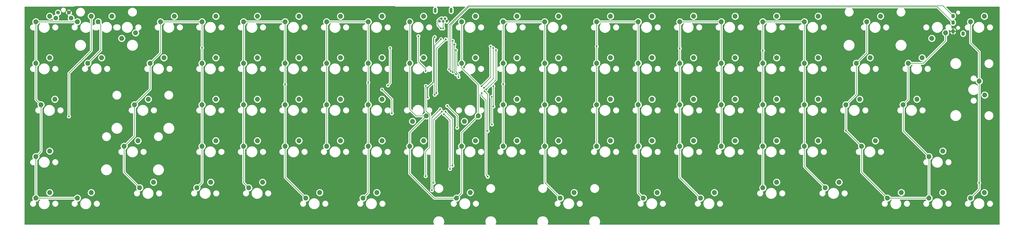
<source format=gtl>
G04 #@! TF.GenerationSoftware,KiCad,Pcbnew,(5.1.6)-1*
G04 #@! TF.CreationDate,2020-07-14T12:30:16-04:00*
G04 #@! TF.ProjectId,railroad-keyboard-pcb-only,7261696c-726f-4616-942d-6b6579626f61,rev?*
G04 #@! TF.SameCoordinates,Original*
G04 #@! TF.FileFunction,Copper,L1,Top*
G04 #@! TF.FilePolarity,Positive*
%FSLAX46Y46*%
G04 Gerber Fmt 4.6, Leading zero omitted, Abs format (unit mm)*
G04 Created by KiCad (PCBNEW (5.1.6)-1) date 2020-07-14 12:30:16*
%MOMM*%
%LPD*%
G01*
G04 APERTURE LIST*
G04 #@! TA.AperFunction,ComponentPad*
%ADD10C,2.100000*%
G04 #@! TD*
G04 #@! TA.AperFunction,ComponentPad*
%ADD11C,1.750000*%
G04 #@! TD*
G04 #@! TA.AperFunction,ComponentPad*
%ADD12C,2.250000*%
G04 #@! TD*
G04 #@! TA.AperFunction,ComponentPad*
%ADD13O,1.600000X2.000000*%
G04 #@! TD*
G04 #@! TA.AperFunction,ComponentPad*
%ADD14C,1.200000*%
G04 #@! TD*
G04 #@! TA.AperFunction,ComponentPad*
%ADD15O,1.208000X2.416000*%
G04 #@! TD*
G04 #@! TA.AperFunction,ViaPad*
%ADD16C,0.800000*%
G04 #@! TD*
G04 #@! TA.AperFunction,Conductor*
%ADD17C,0.381000*%
G04 #@! TD*
G04 #@! TA.AperFunction,Conductor*
%ADD18C,0.254000*%
G04 #@! TD*
G04 APERTURE END LIST*
D10*
G04 #@! TO.P,SW1,*
G04 #@! TO.N,*
X21875000Y-243409000D03*
D11*
G04 #@! TO.P,SW1,1*
G04 #@! TO.N,GND*
X20875000Y-240919000D03*
G04 #@! TO.P,SW1,2*
G04 #@! TO.N,Net-(R1-Pad2)*
X15875000Y-240919000D03*
D10*
G04 #@! TO.P,SW1,*
G04 #@! TO.N,*
X14865000Y-243409000D03*
G04 #@! TD*
D12*
G04 #@! TO.P,MX9,2*
G04 #@! TO.N,Net-(D9-Pad2)*
X393065000Y-242570000D03*
G04 #@! TO.P,MX9,1*
G04 #@! TO.N,COL9*
X386715000Y-245110000D03*
G04 #@! TD*
G04 #@! TO.P,MX500_alt2,2*
G04 #@! TO.N,Net-(D500-Pad2)*
X31115000Y-242570000D03*
G04 #@! TO.P,MX500_alt2,1*
G04 #@! TO.N,COL0*
X24765000Y-245110000D03*
G04 #@! TD*
G04 #@! TO.P,MX100_alt1,2*
G04 #@! TO.N,Net-(D100-Pad2)*
X45085000Y-252730000D03*
G04 #@! TO.P,MX100_alt1,1*
G04 #@! TO.N,COL0*
X51435000Y-250190000D03*
G04 #@! TD*
D13*
G04 #@! TO.P,U2,3*
G04 #@! TO.N,LHD1*
X426325000Y-245468000D03*
G04 #@! TO.P,U2,4*
G04 #@! TO.N,LHD0*
X426325000Y-242468000D03*
G04 #@! TO.P,U2,2*
G04 #@! TO.N,GND*
X426325000Y-249468000D03*
G04 #@! TO.P,U2,1*
G04 #@! TO.N,VCC*
X430925000Y-250568000D03*
G04 #@! TD*
D12*
G04 #@! TO.P,MX104,2*
G04 #@! TO.N,Net-(D104-Pad2)*
X207327500Y-242570000D03*
G04 #@! TO.P,MX104,1*
G04 #@! TO.N,COL4*
X200977500Y-245110000D03*
G04 #@! TD*
G04 #@! TO.P,MX100,2*
G04 #@! TO.N,Net-(D100-Pad2)*
X40640000Y-242570000D03*
G04 #@! TO.P,MX100,1*
G04 #@! TO.N,COL0*
X34290000Y-245110000D03*
G04 #@! TD*
G04 #@! TO.P,MX508,2*
G04 #@! TO.N,Net-(D508-Pad2)*
X364490000Y-280670000D03*
G04 #@! TO.P,MX508,1*
G04 #@! TO.N,COL8*
X358140000Y-283210000D03*
G04 #@! TD*
D14*
G04 #@! TO.P,J1,1*
G04 #@! TO.N,VCC*
X190932000Y-244913000D03*
G04 #@! TO.P,J1,3*
G04 #@! TO.N,D+*
X192532000Y-244913000D03*
G04 #@! TO.P,J1,5*
G04 #@! TO.N,GND*
X194132000Y-244913000D03*
G04 #@! TO.P,J1,2*
G04 #@! TO.N,D-*
X191732000Y-243713000D03*
G04 #@! TO.P,J1,4*
G04 #@! TO.N,Net-(J1-Pad4)*
X193332000Y-243713000D03*
D15*
G04 #@! TO.P,J1,SH1*
G04 #@! TO.N,Net-(C8-Pad2)*
X196182000Y-239863000D03*
G04 #@! TO.P,J1,SH2*
X188882000Y-239863000D03*
G04 #@! TD*
D12*
G04 #@! TO.P,MX410,1*
G04 #@! TO.N,COL10*
X438308750Y-272415000D03*
G04 #@! TO.P,MX410,2*
G04 #@! TO.N,Net-(D410-Pad2)*
X440848750Y-278765000D03*
G04 #@! TD*
G04 #@! TO.P,MX305,2*
G04 #@! TO.N,Net-(D305-Pad2)*
X245427500Y-261620000D03*
G04 #@! TO.P,MX305,1*
G04 #@! TO.N,COL5*
X239077500Y-264160000D03*
G04 #@! TD*
G04 #@! TO.P,MX306,2*
G04 #@! TO.N,Net-(D306-Pad2)*
X288290000Y-261620000D03*
G04 #@! TO.P,MX306,1*
G04 #@! TO.N,COL6*
X281940000Y-264160000D03*
G04 #@! TD*
G04 #@! TO.P,MX808,2*
G04 #@! TO.N,Net-(D808-Pad2)*
X345440000Y-318770000D03*
G04 #@! TO.P,MX808,1*
G04 #@! TO.N,COL8*
X339090000Y-321310000D03*
G04 #@! TD*
G04 #@! TO.P,MX102,2*
G04 #@! TO.N,Net-(D102-Pad2)*
X126365000Y-242570000D03*
G04 #@! TO.P,MX102,1*
G04 #@! TO.N,COL2*
X120015000Y-245110000D03*
G04 #@! TD*
G04 #@! TO.P,MX801,2*
G04 #@! TO.N,Net-(D801-Pad2)*
X59690000Y-318770000D03*
G04 #@! TO.P,MX801,1*
G04 #@! TO.N,COL1*
X53340000Y-321310000D03*
G04 #@! TD*
G04 #@! TO.P,MX601,2*
G04 #@! TO.N,Net-(D601-Pad2)*
X52546250Y-299720000D03*
G04 #@! TO.P,MX601,1*
G04 #@! TO.N,COL1*
X46196250Y-302260000D03*
G04 #@! TD*
G04 #@! TO.P,MX904,2*
G04 #@! TO.N,Net-(D904-Pad2)*
X204946250Y-323532500D03*
G04 #@! TO.P,MX904,1*
G04 #@! TO.N,COL4*
X198596250Y-326072500D03*
G04 #@! TD*
G04 #@! TO.P,MX906,2*
G04 #@! TO.N,Net-(D906-Pad2)*
X290671250Y-323532500D03*
G04 #@! TO.P,MX906,1*
G04 #@! TO.N,COL6*
X284321250Y-326072500D03*
G04 #@! TD*
G04 #@! TO.P,MX903,2*
G04 #@! TO.N,Net-(D903-Pad2)*
X162083750Y-323532500D03*
G04 #@! TO.P,MX903,1*
G04 #@! TO.N,COL3*
X155733750Y-326072500D03*
G04 #@! TD*
G04 #@! TO.P,MX609,2*
G04 #@! TO.N,Net-(D609-Pad2)*
X390683750Y-299720000D03*
G04 #@! TO.P,MX609,1*
G04 #@! TO.N,COL9*
X384333750Y-302260000D03*
G04 #@! TD*
G04 #@! TO.P,MX509,2*
G04 #@! TO.N,Net-(D509-Pad2)*
X409733750Y-280670000D03*
G04 #@! TO.P,MX509,1*
G04 #@! TO.N,COL9*
X403383750Y-283210000D03*
G04 #@! TD*
G04 #@! TO.P,MX400,2*
G04 #@! TO.N,Net-(D400-Pad2)*
X14446250Y-280670000D03*
G04 #@! TO.P,MX400,1*
G04 #@! TO.N,COL0*
X8096250Y-283210000D03*
G04 #@! TD*
G04 #@! TO.P,MX901,2*
G04 #@! TO.N,Net-(D901-Pad2)*
X85883750Y-318770000D03*
G04 #@! TO.P,MX901,1*
G04 #@! TO.N,COL1*
X79533750Y-321310000D03*
G04 #@! TD*
G04 #@! TO.P,MX802,2*
G04 #@! TO.N,Net-(D802-Pad2)*
X109696250Y-318770000D03*
G04 #@! TO.P,MX802,1*
G04 #@! TO.N,COL2*
X103346250Y-321310000D03*
G04 #@! TD*
G04 #@! TO.P,MX908,2*
G04 #@! TO.N,Net-(D908-Pad2)*
X374015000Y-318770000D03*
G04 #@! TO.P,MX908,1*
G04 #@! TO.N,COL8*
X367665000Y-321310000D03*
G04 #@! TD*
G04 #@! TO.P,MX300,2*
G04 #@! TO.N,Net-(D300-Pad2)*
X35877500Y-261620000D03*
G04 #@! TO.P,MX300,1*
G04 #@! TO.N,COL0*
X29527500Y-264160000D03*
G04 #@! TD*
G04 #@! TO.P,MX209,2*
G04 #@! TO.N,Net-(D209-Pad2)*
X388302500Y-261620000D03*
G04 #@! TO.P,MX209,1*
G04 #@! TO.N,COL9*
X381952500Y-264160000D03*
G04 #@! TD*
G04 #@! TO.P,MX201,2*
G04 #@! TO.N,Net-(D201-Pad2)*
X64452500Y-261620000D03*
G04 #@! TO.P,MX201,1*
G04 #@! TO.N,COL1*
X58102500Y-264160000D03*
G04 #@! TD*
G04 #@! TO.P,MX905,2*
G04 #@! TO.N,Net-(D905-Pad2)*
X252571250Y-323532500D03*
G04 #@! TO.P,MX905,1*
G04 #@! TO.N,COL5*
X246221250Y-326072500D03*
G04 #@! TD*
G04 #@! TO.P,MX401,2*
G04 #@! TO.N,Net-(D401-Pad2)*
X57308750Y-280670000D03*
G04 #@! TO.P,MX401,1*
G04 #@! TO.N,COL1*
X50958750Y-283210000D03*
G04 #@! TD*
G04 #@! TO.P,MX602,2*
G04 #@! TO.N,Net-(D602-Pad2)*
X107315000Y-299720000D03*
G04 #@! TO.P,MX602,1*
G04 #@! TO.N,COL2*
X100965000Y-302260000D03*
G04 #@! TD*
G04 #@! TO.P,MX702,2*
G04 #@! TO.N,Net-(D702-Pad2)*
X126365000Y-299720000D03*
G04 #@! TO.P,MX702,1*
G04 #@! TO.N,COL2*
X120015000Y-302260000D03*
G04 #@! TD*
G04 #@! TO.P,MX502,2*
G04 #@! TO.N,Net-(D502-Pad2)*
X126365000Y-280670000D03*
G04 #@! TO.P,MX502,1*
G04 #@! TO.N,COL2*
X120015000Y-283210000D03*
G04 #@! TD*
G04 #@! TO.P,MX909,2*
G04 #@! TO.N,Net-(D909-Pad2)*
X421640000Y-323532500D03*
G04 #@! TO.P,MX909,1*
G04 #@! TO.N,COL9*
X415290000Y-326072500D03*
G04 #@! TD*
G04 #@! TO.P,MX907,2*
G04 #@! TO.N,Net-(D907-Pad2)*
X316865000Y-323532500D03*
G04 #@! TO.P,MX907,1*
G04 #@! TO.N,COL7*
X310515000Y-326072500D03*
G04 #@! TD*
G04 #@! TO.P,MX902,2*
G04 #@! TO.N,Net-(D902-Pad2)*
X135890000Y-323532500D03*
G04 #@! TO.P,MX902,1*
G04 #@! TO.N,COL2*
X129540000Y-326072500D03*
G04 #@! TD*
G04 #@! TO.P,MX900,2*
G04 #@! TO.N,Net-(D900-Pad2)*
X31115000Y-323532500D03*
G04 #@! TO.P,MX900,1*
G04 #@! TO.N,COL0*
X24765000Y-326072500D03*
G04 #@! TD*
G04 #@! TO.P,MX810,2*
G04 #@! TO.N,Net-(D810-Pad2)*
X440690000Y-323532500D03*
G04 #@! TO.P,MX810,1*
G04 #@! TO.N,COL10*
X434340000Y-326072500D03*
G04 #@! TD*
G04 #@! TO.P,MX809,2*
G04 #@! TO.N,Net-(D809-Pad2)*
X402590000Y-323532500D03*
G04 #@! TO.P,MX809,1*
G04 #@! TO.N,COL9*
X396240000Y-326072500D03*
G04 #@! TD*
G04 #@! TO.P,MX800,2*
G04 #@! TO.N,Net-(D800-Pad2)*
X12065000Y-323532500D03*
G04 #@! TO.P,MX800,1*
G04 #@! TO.N,COL0*
X5715000Y-326072500D03*
G04 #@! TD*
G04 #@! TO.P,MX709,2*
G04 #@! TO.N,Net-(D709-Pad2)*
X421640000Y-304482500D03*
G04 #@! TO.P,MX709,1*
G04 #@! TO.N,COL9*
X415290000Y-307022500D03*
G04 #@! TD*
G04 #@! TO.P,MX708,2*
G04 #@! TO.N,Net-(D708-Pad2)*
X364490000Y-299720000D03*
G04 #@! TO.P,MX708,1*
G04 #@! TO.N,COL8*
X358140000Y-302260000D03*
G04 #@! TD*
G04 #@! TO.P,MX707,2*
G04 #@! TO.N,Net-(D707-Pad2)*
X326390000Y-299720000D03*
G04 #@! TO.P,MX707,1*
G04 #@! TO.N,COL7*
X320040000Y-302260000D03*
G04 #@! TD*
G04 #@! TO.P,MX706,2*
G04 #@! TO.N,Net-(D706-Pad2)*
X288290000Y-299720000D03*
G04 #@! TO.P,MX706,1*
G04 #@! TO.N,COL6*
X281940000Y-302260000D03*
G04 #@! TD*
G04 #@! TO.P,MX705,2*
G04 #@! TO.N,Net-(D705-Pad2)*
X245427500Y-299720000D03*
G04 #@! TO.P,MX705,1*
G04 #@! TO.N,COL5*
X239077500Y-302260000D03*
G04 #@! TD*
G04 #@! TO.P,MX704,2*
G04 #@! TO.N,Net-(D704-Pad2)*
X207327500Y-299720000D03*
G04 #@! TO.P,MX704,1*
G04 #@! TO.N,COL4*
X200977500Y-302260000D03*
G04 #@! TD*
G04 #@! TO.P,MX703,2*
G04 #@! TO.N,Net-(D703-Pad2)*
X164465000Y-299720000D03*
G04 #@! TO.P,MX703,1*
G04 #@! TO.N,COL3*
X158115000Y-302260000D03*
G04 #@! TD*
G04 #@! TO.P,MX701,2*
G04 #@! TO.N,Net-(D701-Pad2)*
X88265000Y-299720000D03*
G04 #@! TO.P,MX701,1*
G04 #@! TO.N,COL1*
X81915000Y-302260000D03*
G04 #@! TD*
G04 #@! TO.P,MX608,2*
G04 #@! TO.N,Net-(D608-Pad2)*
X345440000Y-299720000D03*
G04 #@! TO.P,MX608,1*
G04 #@! TO.N,COL8*
X339090000Y-302260000D03*
G04 #@! TD*
G04 #@! TO.P,MX607,2*
G04 #@! TO.N,Net-(D607-Pad2)*
X307340000Y-299720000D03*
G04 #@! TO.P,MX607,1*
G04 #@! TO.N,COL7*
X300990000Y-302260000D03*
G04 #@! TD*
G04 #@! TO.P,MX606,2*
G04 #@! TO.N,Net-(D606-Pad2)*
X269240000Y-299720000D03*
G04 #@! TO.P,MX606,1*
G04 #@! TO.N,COL6*
X262890000Y-302260000D03*
G04 #@! TD*
G04 #@! TO.P,MX605,2*
G04 #@! TO.N,Net-(D605-Pad2)*
X226377500Y-299720000D03*
G04 #@! TO.P,MX605,1*
G04 #@! TO.N,COL5*
X220027500Y-302260000D03*
G04 #@! TD*
G04 #@! TO.P,MX604,2*
G04 #@! TO.N,Net-(D604-Pad2)*
X183515000Y-299720000D03*
G04 #@! TO.P,MX604,1*
G04 #@! TO.N,COL4*
X177165000Y-302260000D03*
G04 #@! TD*
G04 #@! TO.P,MX603,2*
G04 #@! TO.N,Net-(D603-Pad2)*
X145415000Y-299720000D03*
G04 #@! TO.P,MX603,1*
G04 #@! TO.N,COL3*
X139065000Y-302260000D03*
G04 #@! TD*
G04 #@! TO.P,MX600,2*
G04 #@! TO.N,Net-(D600-Pad2)*
X12065000Y-304482500D03*
G04 #@! TO.P,MX600,1*
G04 #@! TO.N,COL0*
X5715000Y-307022500D03*
G04 #@! TD*
G04 #@! TO.P,MX507,2*
G04 #@! TO.N,Net-(D507-Pad2)*
X326390000Y-280670000D03*
G04 #@! TO.P,MX507,1*
G04 #@! TO.N,COL7*
X320040000Y-283210000D03*
G04 #@! TD*
G04 #@! TO.P,MX506,2*
G04 #@! TO.N,Net-(D506-Pad2)*
X288290000Y-280670000D03*
G04 #@! TO.P,MX506,1*
G04 #@! TO.N,COL6*
X281940000Y-283210000D03*
G04 #@! TD*
G04 #@! TO.P,MX505,2*
G04 #@! TO.N,Net-(D505-Pad2)*
X245427500Y-280670000D03*
G04 #@! TO.P,MX505,1*
G04 #@! TO.N,COL5*
X239077500Y-283210000D03*
G04 #@! TD*
G04 #@! TO.P,MX504,2*
G04 #@! TO.N,Net-(D504-Pad2)*
X202247500Y-290830000D03*
G04 #@! TO.P,MX504,1*
G04 #@! TO.N,COL4*
X208597500Y-288290000D03*
G04 #@! TD*
G04 #@! TO.P,MX503,2*
G04 #@! TO.N,Net-(D503-Pad2)*
X164465000Y-280670000D03*
G04 #@! TO.P,MX503,1*
G04 #@! TO.N,COL3*
X158115000Y-283210000D03*
G04 #@! TD*
G04 #@! TO.P,MX501,2*
G04 #@! TO.N,Net-(D501-Pad2)*
X88265000Y-280670000D03*
G04 #@! TO.P,MX501,1*
G04 #@! TO.N,COL1*
X81915000Y-283210000D03*
G04 #@! TD*
G04 #@! TO.P,MX409,2*
G04 #@! TO.N,Net-(D409-Pad2)*
X383540000Y-280670000D03*
G04 #@! TO.P,MX409,1*
G04 #@! TO.N,COL9*
X377190000Y-283210000D03*
G04 #@! TD*
G04 #@! TO.P,MX408,2*
G04 #@! TO.N,Net-(D408-Pad2)*
X345440000Y-280670000D03*
G04 #@! TO.P,MX408,1*
G04 #@! TO.N,COL8*
X339090000Y-283210000D03*
G04 #@! TD*
G04 #@! TO.P,MX407,2*
G04 #@! TO.N,Net-(D407-Pad2)*
X307340000Y-280670000D03*
G04 #@! TO.P,MX407,1*
G04 #@! TO.N,COL7*
X300990000Y-283210000D03*
G04 #@! TD*
G04 #@! TO.P,MX406,2*
G04 #@! TO.N,Net-(D406-Pad2)*
X269240000Y-280670000D03*
G04 #@! TO.P,MX406,1*
G04 #@! TO.N,COL6*
X262890000Y-283210000D03*
G04 #@! TD*
G04 #@! TO.P,MX405,2*
G04 #@! TO.N,Net-(D405-Pad2)*
X226377500Y-280670000D03*
G04 #@! TO.P,MX405,1*
G04 #@! TO.N,COL5*
X220027500Y-283210000D03*
G04 #@! TD*
G04 #@! TO.P,MX404,2*
G04 #@! TO.N,Net-(D404-Pad2)*
X178435000Y-290830000D03*
G04 #@! TO.P,MX404,1*
G04 #@! TO.N,COL4*
X184785000Y-288290000D03*
G04 #@! TD*
G04 #@! TO.P,MX403,2*
G04 #@! TO.N,Net-(D403-Pad2)*
X145415000Y-280670000D03*
G04 #@! TO.P,MX403,1*
G04 #@! TO.N,COL3*
X139065000Y-283210000D03*
G04 #@! TD*
G04 #@! TO.P,MX402,2*
G04 #@! TO.N,Net-(D402-Pad2)*
X107315000Y-280670000D03*
G04 #@! TO.P,MX402,1*
G04 #@! TO.N,COL2*
X100965000Y-283210000D03*
G04 #@! TD*
G04 #@! TO.P,MX309,2*
G04 #@! TO.N,Net-(D309-Pad2)*
X412115000Y-261620000D03*
G04 #@! TO.P,MX309,1*
G04 #@! TO.N,COL9*
X405765000Y-264160000D03*
G04 #@! TD*
G04 #@! TO.P,MX307,2*
G04 #@! TO.N,Net-(D307-Pad2)*
X326390000Y-261620000D03*
G04 #@! TO.P,MX307,1*
G04 #@! TO.N,COL7*
X320040000Y-264160000D03*
G04 #@! TD*
G04 #@! TO.P,MX304,2*
G04 #@! TO.N,Net-(D304-Pad2)*
X207327500Y-261620000D03*
G04 #@! TO.P,MX304,1*
G04 #@! TO.N,COL4*
X200977500Y-264160000D03*
G04 #@! TD*
G04 #@! TO.P,MX303,2*
G04 #@! TO.N,Net-(D303-Pad2)*
X164465000Y-261620000D03*
G04 #@! TO.P,MX303,1*
G04 #@! TO.N,COL3*
X158115000Y-264160000D03*
G04 #@! TD*
G04 #@! TO.P,MX302,2*
G04 #@! TO.N,Net-(D302-Pad2)*
X126365000Y-261620000D03*
G04 #@! TO.P,MX302,1*
G04 #@! TO.N,COL2*
X120015000Y-264160000D03*
G04 #@! TD*
G04 #@! TO.P,MX301,2*
G04 #@! TO.N,Net-(D301-Pad2)*
X88265000Y-261620000D03*
G04 #@! TO.P,MX301,1*
G04 #@! TO.N,COL1*
X81915000Y-264160000D03*
G04 #@! TD*
G04 #@! TO.P,MX208,2*
G04 #@! TO.N,Net-(D208-Pad2)*
X345440000Y-261620000D03*
G04 #@! TO.P,MX208,1*
G04 #@! TO.N,COL8*
X339090000Y-264160000D03*
G04 #@! TD*
G04 #@! TO.P,MX207,2*
G04 #@! TO.N,Net-(D207-Pad2)*
X307340000Y-261620000D03*
G04 #@! TO.P,MX207,1*
G04 #@! TO.N,COL7*
X300990000Y-264160000D03*
G04 #@! TD*
G04 #@! TO.P,MX206,2*
G04 #@! TO.N,Net-(D206-Pad2)*
X269240000Y-261620000D03*
G04 #@! TO.P,MX206,1*
G04 #@! TO.N,COL6*
X262890000Y-264160000D03*
G04 #@! TD*
G04 #@! TO.P,MX205,2*
G04 #@! TO.N,Net-(D205-Pad2)*
X226377500Y-261620000D03*
G04 #@! TO.P,MX205,1*
G04 #@! TO.N,COL5*
X220027500Y-264160000D03*
G04 #@! TD*
G04 #@! TO.P,MX204,2*
G04 #@! TO.N,Net-(D204-Pad2)*
X183515000Y-261620000D03*
G04 #@! TO.P,MX204,1*
G04 #@! TO.N,COL4*
X177165000Y-264160000D03*
G04 #@! TD*
G04 #@! TO.P,MX203,2*
G04 #@! TO.N,Net-(D203-Pad2)*
X145415000Y-261620000D03*
G04 #@! TO.P,MX203,1*
G04 #@! TO.N,COL3*
X139065000Y-264160000D03*
G04 #@! TD*
G04 #@! TO.P,MX202,2*
G04 #@! TO.N,Net-(D202-Pad2)*
X107315000Y-261620000D03*
G04 #@! TO.P,MX202,1*
G04 #@! TO.N,COL2*
X100965000Y-264160000D03*
G04 #@! TD*
G04 #@! TO.P,MX200,2*
G04 #@! TO.N,Net-(D200-Pad2)*
X12065000Y-261620000D03*
G04 #@! TO.P,MX200,1*
G04 #@! TO.N,COL0*
X5715000Y-264160000D03*
G04 #@! TD*
G04 #@! TO.P,MX109,2*
G04 #@! TO.N,Net-(D109-Pad2)*
X416560000Y-252730000D03*
G04 #@! TO.P,MX109,1*
G04 #@! TO.N,COL9*
X422910000Y-250190000D03*
G04 #@! TD*
G04 #@! TO.P,MX108,2*
G04 #@! TO.N,Net-(D108-Pad2)*
X364490000Y-242570000D03*
G04 #@! TO.P,MX108,1*
G04 #@! TO.N,COL8*
X358140000Y-245110000D03*
G04 #@! TD*
G04 #@! TO.P,MX107,2*
G04 #@! TO.N,Net-(D107-Pad2)*
X326390000Y-242570000D03*
G04 #@! TO.P,MX107,1*
G04 #@! TO.N,COL7*
X320040000Y-245110000D03*
G04 #@! TD*
G04 #@! TO.P,MX106,2*
G04 #@! TO.N,Net-(D106-Pad2)*
X288290000Y-242570000D03*
G04 #@! TO.P,MX106,1*
G04 #@! TO.N,COL6*
X281940000Y-245110000D03*
G04 #@! TD*
G04 #@! TO.P,MX105,2*
G04 #@! TO.N,Net-(D105-Pad2)*
X245427500Y-242570000D03*
G04 #@! TO.P,MX105,1*
G04 #@! TO.N,COL5*
X239077500Y-245110000D03*
G04 #@! TD*
G04 #@! TO.P,MX103,2*
G04 #@! TO.N,Net-(D103-Pad2)*
X164465000Y-242570000D03*
G04 #@! TO.P,MX103,1*
G04 #@! TO.N,COL3*
X158115000Y-245110000D03*
G04 #@! TD*
G04 #@! TO.P,MX101,2*
G04 #@! TO.N,Net-(D101-Pad2)*
X88265000Y-242570000D03*
G04 #@! TO.P,MX101,1*
G04 #@! TO.N,COL1*
X81915000Y-245110000D03*
G04 #@! TD*
G04 #@! TO.P,MX10,2*
G04 #@! TO.N,Net-(D10-Pad2)*
X440690000Y-242570000D03*
G04 #@! TO.P,MX10,1*
G04 #@! TO.N,COL10*
X434340000Y-245110000D03*
G04 #@! TD*
G04 #@! TO.P,MX8,2*
G04 #@! TO.N,Net-(D8-Pad2)*
X345440000Y-242570000D03*
G04 #@! TO.P,MX8,1*
G04 #@! TO.N,COL8*
X339090000Y-245110000D03*
G04 #@! TD*
G04 #@! TO.P,MX7,2*
G04 #@! TO.N,Net-(D7-Pad2)*
X307340000Y-242570000D03*
G04 #@! TO.P,MX7,1*
G04 #@! TO.N,COL7*
X300990000Y-245110000D03*
G04 #@! TD*
G04 #@! TO.P,MX6,2*
G04 #@! TO.N,Net-(D6-Pad2)*
X269240000Y-242570000D03*
G04 #@! TO.P,MX6,1*
G04 #@! TO.N,COL6*
X262890000Y-245110000D03*
G04 #@! TD*
G04 #@! TO.P,MX5,2*
G04 #@! TO.N,Net-(D5-Pad2)*
X226377500Y-242570000D03*
G04 #@! TO.P,MX5,1*
G04 #@! TO.N,COL5*
X220027500Y-245110000D03*
G04 #@! TD*
G04 #@! TO.P,MX4,2*
G04 #@! TO.N,Net-(D4-Pad2)*
X183515000Y-242570000D03*
G04 #@! TO.P,MX4,1*
G04 #@! TO.N,COL4*
X177165000Y-245110000D03*
G04 #@! TD*
G04 #@! TO.P,MX3,2*
G04 #@! TO.N,Net-(D3-Pad2)*
X145415000Y-242570000D03*
G04 #@! TO.P,MX3,1*
G04 #@! TO.N,COL3*
X139065000Y-245110000D03*
G04 #@! TD*
G04 #@! TO.P,MX2,2*
G04 #@! TO.N,Net-(D2-Pad2)*
X107315000Y-242570000D03*
G04 #@! TO.P,MX2,1*
G04 #@! TO.N,COL2*
X100965000Y-245110000D03*
G04 #@! TD*
G04 #@! TO.P,MX1,2*
G04 #@! TO.N,Net-(D1-Pad2)*
X69215000Y-242570000D03*
G04 #@! TO.P,MX1,1*
G04 #@! TO.N,COL1*
X62865000Y-245110000D03*
G04 #@! TD*
G04 #@! TO.P,MX0,2*
G04 #@! TO.N,Net-(D0-Pad2)*
X12065000Y-242570000D03*
G04 #@! TO.P,MX0,1*
G04 #@! TO.N,COL0*
X5715000Y-245110000D03*
G04 #@! TD*
G04 #@! TO.P,MX308,2*
G04 #@! TO.N,Net-(D308-Pad2)*
X364490000Y-261620000D03*
G04 #@! TO.P,MX308,1*
G04 #@! TO.N,COL8*
X358140000Y-264160000D03*
G04 #@! TD*
D16*
G04 #@! TO.N,GND*
X171481750Y-239395000D03*
X195992750Y-283718000D03*
X197643750Y-283718000D03*
X419100000Y-276352000D03*
X171481750Y-280289000D03*
X191770012Y-272161000D03*
X191770000Y-277876000D03*
X171450000Y-320929000D03*
G04 #@! TO.N,+5V*
X185324750Y-275463000D03*
X185461875Y-279918125D03*
X188595008Y-252095000D03*
G04 #@! TO.N,ROW0*
X196881750Y-268224000D03*
X196881750Y-253872980D03*
G04 #@! TO.N,ROW1*
X198405750Y-269240000D03*
X197643750Y-255524000D03*
G04 #@! TO.N,ROW2*
X199548750Y-270510000D03*
X198370760Y-258191000D03*
G04 #@! TO.N,ROW3*
X215550750Y-283972000D03*
X215488250Y-274636500D03*
X164496750Y-276225000D03*
X168941750Y-287147000D03*
G04 #@! TO.N,ROW4*
X214788750Y-279527000D03*
X214843751Y-292282001D03*
G04 #@! TO.N,ROW5*
X194341750Y-283718000D03*
X198913750Y-293751000D03*
G04 #@! TO.N,ROW6*
X193579750Y-286385000D03*
X196754750Y-311150000D03*
G04 #@! TO.N,ROW7*
X192817750Y-287528000D03*
X195611750Y-312674000D03*
G04 #@! TO.N,ROW8*
X191928750Y-286385000D03*
X188118750Y-319024000D03*
G04 #@! TO.N,ROW9*
X191166750Y-285242000D03*
X187356752Y-322453000D03*
G04 #@! TO.N,COL0*
X184562750Y-274574000D03*
X184435750Y-315976000D03*
G04 #@! TO.N,COL1*
X167163750Y-274320000D03*
X168179750Y-257175000D03*
X81915000Y-257079750D03*
G04 #@! TO.N,COL2*
X120015000Y-273843750D03*
G04 #@! TO.N,COL3*
X158115000Y-273081750D03*
G04 #@! TO.N,COL5*
X220027500Y-273716750D03*
G04 #@! TO.N,COL6*
X210089750Y-274701000D03*
X214280750Y-256444750D03*
X262890000Y-256413006D03*
G04 #@! TO.N,COL7*
X211232750Y-275463000D03*
X215423750Y-257175000D03*
X300990000Y-257301994D03*
G04 #@! TO.N,COL8*
X212248750Y-276225000D03*
X216693750Y-258191000D03*
X339090000Y-258318006D03*
G04 #@! TO.N,COL9*
X211486750Y-276987000D03*
X212883750Y-295275000D03*
X377190000Y-295116250D03*
G04 #@! TO.N,COL10*
X210216750Y-277876000D03*
X212883750Y-316230000D03*
X438308750Y-319024000D03*
G04 #@! TO.N,Net-(R1-Pad2)*
X184435750Y-267716000D03*
X181133750Y-251714000D03*
G04 #@! TO.N,D+*
X192532000Y-248157992D03*
G04 #@! TO.N,Net-(R2-Pad1)*
X189388750Y-277876000D03*
X193675000Y-253146000D03*
G04 #@! TO.N,D-*
X191516004Y-248157994D03*
G04 #@! TO.N,Net-(R3-Pad1)*
X188626756Y-278638000D03*
X191515998Y-253110994D03*
G04 #@! TO.N,LHD0*
X195230750Y-266954000D03*
G04 #@! TO.N,LHD1*
X195957760Y-267715665D03*
G04 #@! TO.N,Net-(D500-Pad2)*
X20859750Y-288544000D03*
G04 #@! TD*
D17*
G04 #@! TO.N,GND*
X195992750Y-283718000D02*
X197643750Y-283718000D01*
X23669000Y-238125000D02*
X20875000Y-240919000D01*
X171481750Y-239395000D02*
X170211750Y-238125000D01*
X170211750Y-238125000D02*
X23669000Y-238125000D01*
X171481750Y-239395000D02*
X171481750Y-280289000D01*
X191770012Y-272161000D02*
X191770012Y-277875988D01*
X191770012Y-277875988D02*
X191770000Y-277876000D01*
X426325000Y-257062000D02*
X426325000Y-249468000D01*
X419100000Y-276352000D02*
X419100000Y-264287000D01*
X419100000Y-264287000D02*
X426325000Y-257062000D01*
X171481750Y-280289000D02*
X171481750Y-320897250D01*
X171481750Y-320897250D02*
X171450000Y-320929000D01*
G04 #@! TO.N,+5V*
X185324750Y-279781000D02*
X185461875Y-279918125D01*
X185324750Y-275463000D02*
X185324750Y-279781000D01*
X188087000Y-252603008D02*
X188595008Y-252095000D01*
X188087000Y-272700750D02*
X188087000Y-252603008D01*
X185324750Y-275463000D02*
X188087000Y-272700750D01*
D18*
G04 #@! TO.N,ROW0*
X196881750Y-268224000D02*
X196881750Y-253872980D01*
G04 #@! TO.N,Net-(D100-Pad2)*
X40671750Y-242601750D02*
X40640000Y-242570000D01*
G04 #@! TO.N,ROW1*
X197643750Y-268478000D02*
X197643750Y-255524000D01*
X198405750Y-269240000D02*
X197643750Y-268478000D01*
G04 #@! TO.N,ROW2*
X198370760Y-268129046D02*
X198370760Y-258191000D01*
X199548750Y-270510000D02*
X199548750Y-269307036D01*
X199548750Y-269307036D02*
X198370760Y-268129046D01*
G04 #@! TO.N,ROW3*
X215550750Y-283972000D02*
X215550750Y-274699000D01*
X215550750Y-274699000D02*
X215488250Y-274636500D01*
X164496750Y-276225000D02*
X168941750Y-280670000D01*
X168941750Y-280670000D02*
X168941750Y-287147000D01*
G04 #@! TO.N,ROW4*
X214788750Y-292227000D02*
X214843751Y-292282001D01*
X214788750Y-279527000D02*
X214788750Y-292227000D01*
G04 #@! TO.N,ROW5*
X194341750Y-283718000D02*
X198913750Y-288290000D01*
X198913750Y-288290000D02*
X198913750Y-293751000D01*
G04 #@! TO.N,ROW6*
X196754750Y-289560000D02*
X196754750Y-311150000D01*
X193579750Y-286385000D02*
X196754750Y-289560000D01*
G04 #@! TO.N,ROW7*
X195611750Y-290322000D02*
X195611750Y-312674000D01*
X192817750Y-287528000D02*
X195611750Y-290322000D01*
G04 #@! TO.N,ROW8*
X191928750Y-286385000D02*
X188118750Y-290195000D01*
X188118750Y-290195000D02*
X188118750Y-319024000D01*
G04 #@! TO.N,ROW9*
X191166750Y-285242000D02*
X187356752Y-289051998D01*
X187356752Y-289051998D02*
X187356752Y-322453000D01*
G04 #@! TO.N,COL0*
X5715000Y-245110000D02*
X5715000Y-264160000D01*
X5715000Y-280828750D02*
X8096250Y-283210000D01*
X5715000Y-264160000D02*
X5715000Y-280828750D01*
X8096250Y-304641250D02*
X5715000Y-307022500D01*
X8096250Y-283210000D02*
X8096250Y-304641250D01*
X5715000Y-307022500D02*
X5715000Y-326072500D01*
X5715000Y-326072500D02*
X24765000Y-326072500D01*
X184562750Y-286036712D02*
X185364037Y-286837999D01*
X186359749Y-302716289D02*
X184435750Y-304640288D01*
X184562750Y-274574000D02*
X184562750Y-286036712D01*
X185364037Y-286837999D02*
X185481961Y-286837999D01*
X184435750Y-304640288D02*
X184435750Y-315976000D01*
X186359749Y-287715787D02*
X186359749Y-302716289D01*
X185481961Y-286837999D02*
X186359749Y-287715787D01*
X35414999Y-258272501D02*
X29527500Y-264160000D01*
X35414999Y-246234999D02*
X35414999Y-258272501D01*
X34290000Y-245110000D02*
X35414999Y-246234999D01*
X24765000Y-245110000D02*
X5715000Y-245110000D01*
G04 #@! TO.N,COL1*
X62865000Y-259397500D02*
X58102500Y-264160000D01*
X62865000Y-245110000D02*
X62865000Y-259397500D01*
X62865000Y-245110000D02*
X81915000Y-245110000D01*
X58102500Y-276066250D02*
X50958750Y-283210000D01*
X58102500Y-264160000D02*
X58102500Y-276066250D01*
X81915000Y-264160000D02*
X81915000Y-283210000D01*
X81915000Y-283210000D02*
X81915000Y-302260000D01*
X46196250Y-314166250D02*
X53340000Y-321310000D01*
X46196250Y-302260000D02*
X46196250Y-314166250D01*
X167163750Y-274320000D02*
X168207001Y-273276749D01*
X168207001Y-257202251D02*
X168179750Y-257175000D01*
X168207001Y-273276749D02*
X168207001Y-257202251D01*
X81915000Y-245110000D02*
X81915000Y-257079750D01*
X81915000Y-257079750D02*
X81915000Y-264160000D01*
X79533750Y-321310000D02*
X81915000Y-318928750D01*
X81915000Y-316484000D02*
X81915000Y-302260000D01*
X81915000Y-318928750D02*
X81915000Y-316484000D01*
X46228000Y-302260000D02*
X46196250Y-302260000D01*
X50958750Y-283210000D02*
X50958750Y-297529250D01*
X50958750Y-297529250D02*
X46228000Y-302260000D01*
G04 #@! TO.N,COL2*
X100965000Y-318928750D02*
X100965000Y-302260000D01*
X103346250Y-321310000D02*
X100965000Y-318928750D01*
X100965000Y-302260000D02*
X100965000Y-283210000D01*
X100965000Y-283210000D02*
X100965000Y-264160000D01*
X100965000Y-264160000D02*
X100965000Y-245110000D01*
X100965000Y-245110000D02*
X120015000Y-245110000D01*
X120015000Y-245110000D02*
X120015000Y-264160000D01*
X120015000Y-283210000D02*
X120015000Y-302260000D01*
X120015000Y-316547500D02*
X129540000Y-326072500D01*
X120015000Y-302260000D02*
X120015000Y-316547500D01*
X120015000Y-264160000D02*
X120015000Y-273843750D01*
X120015000Y-273843750D02*
X120015000Y-283210000D01*
G04 #@! TO.N,COL3*
X139065000Y-302260000D02*
X139065000Y-283210000D01*
X139065000Y-283210000D02*
X139065000Y-264160000D01*
X139065000Y-264160000D02*
X139065000Y-245110000D01*
X139065000Y-245110000D02*
X158115000Y-245110000D01*
X158115000Y-245110000D02*
X158115000Y-264160000D01*
X158115000Y-283210000D02*
X158115000Y-302260000D01*
X158115000Y-323691250D02*
X155733750Y-326072500D01*
X158115000Y-302260000D02*
X158115000Y-323691250D01*
X158115000Y-273081750D02*
X158115000Y-283210000D01*
X158115000Y-264160000D02*
X158115000Y-273081750D01*
G04 #@! TO.N,COL4*
X177165000Y-245110000D02*
X177165000Y-264160000D01*
X177165000Y-295910000D02*
X184785000Y-288290000D01*
X177165000Y-302260000D02*
X177165000Y-295910000D01*
X200977500Y-323691250D02*
X200977500Y-302260000D01*
X198596250Y-326072500D02*
X200977500Y-323691250D01*
X200977500Y-295910000D02*
X208597500Y-288290000D01*
X200977500Y-302260000D02*
X200977500Y-295910000D01*
X200977500Y-266324934D02*
X200977500Y-264160000D01*
X208597500Y-273944934D02*
X200977500Y-266324934D01*
X208597500Y-288290000D02*
X208597500Y-273944934D01*
X200977500Y-264160000D02*
X200977500Y-245110000D01*
X177097001Y-302327999D02*
X177165000Y-302260000D01*
X177097001Y-314860251D02*
X177097001Y-302327999D01*
X198596250Y-326072500D02*
X188309250Y-326072500D01*
X188309250Y-326072500D02*
X177097001Y-314860251D01*
X180080066Y-288290000D02*
X184785000Y-288290000D01*
X177165000Y-285374934D02*
X180080066Y-288290000D01*
X177165000Y-264160000D02*
X177165000Y-285374934D01*
G04 #@! TO.N,COL5*
X239077500Y-302260000D02*
X239077500Y-283210000D01*
X239077500Y-283210000D02*
X239077500Y-264160000D01*
X239077500Y-264160000D02*
X239077500Y-245110000D01*
X220027500Y-245110000D02*
X239077500Y-245110000D01*
X220027500Y-245110000D02*
X220027500Y-264160000D01*
X220027500Y-283210000D02*
X220027500Y-302260000D01*
X220027500Y-264160000D02*
X220027500Y-273716750D01*
X220027500Y-273716750D02*
X220027500Y-283210000D01*
X239141000Y-302323500D02*
X239077500Y-302260000D01*
X246221250Y-326072500D02*
X239141000Y-318992250D01*
X239141000Y-318992250D02*
X239141000Y-302323500D01*
G04 #@! TO.N,COL6*
X262890000Y-302260000D02*
X262890000Y-283210000D01*
X262890000Y-283210000D02*
X262890000Y-264160000D01*
X262890000Y-245110000D02*
X281940000Y-245110000D01*
X281940000Y-245110000D02*
X281940000Y-264160000D01*
X281940000Y-264160000D02*
X281940000Y-283210000D01*
X281940000Y-283210000D02*
X281940000Y-302260000D01*
X281940000Y-323691250D02*
X284321250Y-326072500D01*
X281940000Y-302260000D02*
X281940000Y-323691250D01*
X214280750Y-270510000D02*
X214280750Y-256444750D01*
X210089750Y-274701000D02*
X214280750Y-270510000D01*
X262890000Y-262569010D02*
X262890000Y-256413006D01*
X262890000Y-245110000D02*
X262890000Y-246700990D01*
X262890000Y-246700990D02*
X262890000Y-256413006D01*
X262890000Y-264160000D02*
X262890000Y-262569010D01*
G04 #@! TO.N,COL7*
X300990000Y-316547500D02*
X300990000Y-302260000D01*
X310515000Y-326072500D02*
X300990000Y-316547500D01*
X300990000Y-302260000D02*
X300990000Y-283210000D01*
X300990000Y-283210000D02*
X300990000Y-264160000D01*
X300990000Y-245110000D02*
X320040000Y-245110000D01*
X320040000Y-245110000D02*
X320040000Y-264160000D01*
X320040000Y-264160000D02*
X320040000Y-283210000D01*
X320040000Y-283210000D02*
X320040000Y-302260000D01*
X211232750Y-275463000D02*
X215423750Y-271272000D01*
X215423750Y-271272000D02*
X215423750Y-257175000D01*
X300990000Y-264160000D02*
X300990000Y-257301994D01*
X300990000Y-245110000D02*
X300990000Y-257301994D01*
G04 #@! TO.N,COL8*
X339090000Y-321310000D02*
X339090000Y-302260000D01*
X339090000Y-302260000D02*
X339090000Y-283210000D01*
X339090000Y-283210000D02*
X339090000Y-264160000D01*
X339090000Y-245110000D02*
X358140000Y-245110000D01*
X358140000Y-245110000D02*
X358140000Y-264160000D01*
X358140000Y-264160000D02*
X358140000Y-283210000D01*
X358140000Y-283210000D02*
X358140000Y-302260000D01*
X367665000Y-321183000D02*
X367665000Y-321310000D01*
X358140000Y-302260000D02*
X358140000Y-311658000D01*
X358140000Y-311658000D02*
X367665000Y-321183000D01*
X212248750Y-276225000D02*
X216693750Y-271780000D01*
X216693750Y-271780000D02*
X216693750Y-258191000D01*
X339090000Y-245110000D02*
X339090000Y-246700990D01*
X339090000Y-246700990D02*
X339090000Y-258318006D01*
X339090000Y-264160000D02*
X339090000Y-258318006D01*
G04 #@! TO.N,COL9*
X377190000Y-295116250D02*
X377190000Y-283210000D01*
X384333750Y-302260000D02*
X377190000Y-295116250D01*
X381952500Y-278447500D02*
X381952500Y-264160000D01*
X377190000Y-283210000D02*
X381952500Y-278447500D01*
X386715000Y-259397500D02*
X386715000Y-245110000D01*
X381952500Y-264160000D02*
X386715000Y-259397500D01*
X396240000Y-326072500D02*
X415290000Y-326072500D01*
X415290000Y-326072500D02*
X415290000Y-307022500D01*
X403510750Y-283337000D02*
X403383750Y-283210000D01*
X415290000Y-307022500D02*
X403510750Y-295243250D01*
X403510750Y-295243250D02*
X403510750Y-283337000D01*
X405697001Y-264227999D02*
X405765000Y-264160000D01*
X405697001Y-280896749D02*
X405697001Y-264227999D01*
X403383750Y-283210000D02*
X405697001Y-280896749D01*
X211486750Y-276987000D02*
X212883750Y-278384000D01*
X212883750Y-278384000D02*
X212883750Y-295275000D01*
X405765000Y-264160000D02*
X412623000Y-264160000D01*
X422910000Y-253873000D02*
X422910000Y-250190000D01*
X412623000Y-264160000D02*
X422910000Y-253873000D01*
X384333750Y-314229750D02*
X384333750Y-302260000D01*
X396240000Y-326072500D02*
X396176500Y-326072500D01*
X396176500Y-326072500D02*
X384333750Y-314229750D01*
G04 #@! TO.N,COL10*
X438308750Y-322103750D02*
X434340000Y-326072500D01*
X210216750Y-277876000D02*
X210216750Y-279273000D01*
X212156749Y-281212999D02*
X212156749Y-315502999D01*
X210216750Y-279273000D02*
X212156749Y-281212999D01*
X212156749Y-315502999D02*
X212883750Y-316230000D01*
X438308750Y-272415000D02*
X438308750Y-319024000D01*
X438308750Y-319024000D02*
X438308750Y-322103750D01*
X434340000Y-254889000D02*
X434340000Y-245110000D01*
X438308750Y-272415000D02*
X438308750Y-258857750D01*
X438308750Y-258857750D02*
X434340000Y-254889000D01*
G04 #@! TO.N,Net-(R1-Pad2)*
X184435750Y-267716000D02*
X184435750Y-266725816D01*
X184435750Y-266725816D02*
X181133750Y-263423816D01*
X181133750Y-263423816D02*
X181133750Y-251714000D01*
G04 #@! TO.N,D+*
X192532000Y-244913000D02*
X192532000Y-248157992D01*
G04 #@! TO.N,Net-(R2-Pad1)*
X189388750Y-257432250D02*
X193675000Y-253146000D01*
X189388750Y-277876000D02*
X189388750Y-257432250D01*
G04 #@! TO.N,D-*
X190004999Y-244468039D02*
X190004999Y-246646989D01*
X190760038Y-243713000D02*
X190004999Y-244468039D01*
X191732000Y-243713000D02*
X190760038Y-243713000D01*
X190004999Y-246646989D02*
X191516004Y-248157994D01*
G04 #@! TO.N,Net-(R3-Pad1)*
X188626756Y-256000236D02*
X191515998Y-253110994D01*
X188626756Y-278638000D02*
X188626756Y-256000236D01*
G04 #@! TO.N,LHD0*
X204027942Y-237797990D02*
X195230750Y-246595182D01*
X195230750Y-246595182D02*
X195230750Y-266954000D01*
X426325000Y-242468000D02*
X421654990Y-237797990D01*
X421654990Y-237797990D02*
X204027942Y-237797990D01*
G04 #@! TO.N,LHD1*
X419109000Y-238252000D02*
X204216000Y-238252000D01*
X426325000Y-245468000D02*
X419109000Y-238252000D01*
X195957760Y-246510240D02*
X195957760Y-267715665D01*
X204216000Y-238252000D02*
X195957760Y-246510240D01*
G04 #@! TO.N,Net-(D500-Pad2)*
X31115000Y-242570000D02*
X31115000Y-258445000D01*
X20859750Y-268700250D02*
X20859750Y-288544000D01*
X31115000Y-258445000D02*
X20859750Y-268700250D01*
G04 #@! TD*
G04 #@! TO.N,GND*
G36*
X188001656Y-238378656D02*
G01*
X187846825Y-238567319D01*
X187731776Y-238782562D01*
X187660928Y-239016115D01*
X187643000Y-239198142D01*
X187643000Y-240527859D01*
X187660928Y-240709886D01*
X187731776Y-240943439D01*
X187846826Y-241158682D01*
X188001657Y-241347344D01*
X188190319Y-241502175D01*
X188405562Y-241617224D01*
X188639115Y-241688072D01*
X188882000Y-241711994D01*
X189124886Y-241688072D01*
X189358439Y-241617224D01*
X189573682Y-241502175D01*
X189762344Y-241347344D01*
X189917175Y-241158682D01*
X190032224Y-240943439D01*
X190103072Y-240709886D01*
X190121000Y-240527859D01*
X190121000Y-239198141D01*
X190103072Y-239016114D01*
X190032224Y-238782561D01*
X189917175Y-238567318D01*
X189762344Y-238378656D01*
X189608012Y-238252000D01*
X195455987Y-238252000D01*
X195301656Y-238378656D01*
X195146825Y-238567319D01*
X195031776Y-238782562D01*
X194960928Y-239016115D01*
X194943000Y-239198142D01*
X194943000Y-240527859D01*
X194960928Y-240709886D01*
X195031776Y-240943439D01*
X195146826Y-241158682D01*
X195301657Y-241347344D01*
X195490319Y-241502175D01*
X195705562Y-241617224D01*
X195939115Y-241688072D01*
X196182000Y-241711994D01*
X196424886Y-241688072D01*
X196658439Y-241617224D01*
X196873682Y-241502175D01*
X197062344Y-241347344D01*
X197217175Y-241158682D01*
X197332224Y-240943439D01*
X197403072Y-240709886D01*
X197421000Y-240527859D01*
X197421000Y-239198141D01*
X197403072Y-239016114D01*
X197332224Y-238782561D01*
X197217175Y-238567318D01*
X197062344Y-238378656D01*
X196908012Y-238252000D01*
X202496301Y-238252000D01*
X195073455Y-245674847D01*
X194981766Y-245583158D01*
X195205348Y-245535852D01*
X195306237Y-245314484D01*
X195362000Y-245077687D01*
X195370495Y-244834562D01*
X195331395Y-244594451D01*
X195246202Y-244366582D01*
X195205348Y-244290148D01*
X194981764Y-244242841D01*
X194311605Y-244913000D01*
X194325748Y-244927143D01*
X194146143Y-245106748D01*
X194132000Y-245092605D01*
X194117858Y-245106748D01*
X193938253Y-244927143D01*
X193952395Y-244913000D01*
X193938253Y-244898858D01*
X194117858Y-244719253D01*
X194132000Y-244733395D01*
X194802159Y-244063236D01*
X194754852Y-243839652D01*
X194567000Y-243754038D01*
X194567000Y-243591363D01*
X194519540Y-243352764D01*
X194426443Y-243128008D01*
X194291287Y-242925733D01*
X194119267Y-242753713D01*
X193916992Y-242618557D01*
X193692236Y-242525460D01*
X193453637Y-242478000D01*
X193210363Y-242478000D01*
X192971764Y-242525460D01*
X192747008Y-242618557D01*
X192544733Y-242753713D01*
X192532000Y-242766446D01*
X192519267Y-242753713D01*
X192316992Y-242618557D01*
X192092236Y-242525460D01*
X191853637Y-242478000D01*
X191610363Y-242478000D01*
X191371764Y-242525460D01*
X191147008Y-242618557D01*
X190944733Y-242753713D01*
X190772713Y-242925733D01*
X190758170Y-242947498D01*
X190722614Y-242951000D01*
X190722612Y-242951000D01*
X190610660Y-242962026D01*
X190467023Y-243005598D01*
X190334646Y-243076355D01*
X190218616Y-243171578D01*
X190194758Y-243200649D01*
X189492652Y-243902755D01*
X189463577Y-243926617D01*
X189413149Y-243988065D01*
X189368354Y-244042647D01*
X189357349Y-244063236D01*
X189297597Y-244175025D01*
X189254025Y-244318662D01*
X189244005Y-244420402D01*
X189239313Y-244468039D01*
X189242999Y-244505463D01*
X189243000Y-246609556D01*
X189239313Y-246646989D01*
X189254026Y-246796367D01*
X189297598Y-246940004D01*
X189368354Y-247072381D01*
X189439720Y-247159340D01*
X189463578Y-247188411D01*
X189492648Y-247212268D01*
X190481004Y-248200625D01*
X190481004Y-248259933D01*
X190520778Y-248459892D01*
X190598799Y-248648250D01*
X190712067Y-248817768D01*
X190856230Y-248961931D01*
X191025748Y-249075199D01*
X191214106Y-249153220D01*
X191414065Y-249192994D01*
X191617943Y-249192994D01*
X191817902Y-249153220D01*
X192006260Y-249075199D01*
X192024003Y-249063343D01*
X192041744Y-249075197D01*
X192230102Y-249153218D01*
X192430061Y-249192992D01*
X192633939Y-249192992D01*
X192833898Y-249153218D01*
X193022256Y-249075197D01*
X193191774Y-248961929D01*
X193335937Y-248817766D01*
X193449205Y-248648248D01*
X193527226Y-248459890D01*
X193567000Y-248259931D01*
X193567000Y-248056053D01*
X193527226Y-247856094D01*
X193449205Y-247667736D01*
X193335937Y-247498218D01*
X193294000Y-247456281D01*
X193294000Y-245889170D01*
X193319267Y-245872287D01*
X193328209Y-245863345D01*
X193344736Y-245879872D01*
X193461842Y-245762766D01*
X193509148Y-245986348D01*
X193730516Y-246087237D01*
X193967313Y-246143000D01*
X194210438Y-246151495D01*
X194450549Y-246112395D01*
X194678418Y-246027202D01*
X194754852Y-245986348D01*
X194802158Y-245762766D01*
X194893847Y-245854455D01*
X194718404Y-246029898D01*
X194689328Y-246053760D01*
X194650937Y-246100540D01*
X194594105Y-246169790D01*
X194579011Y-246198029D01*
X194523348Y-246302168D01*
X194479776Y-246445805D01*
X194469355Y-246551612D01*
X194465064Y-246595182D01*
X194468750Y-246632605D01*
X194468750Y-252476039D01*
X194334774Y-252342063D01*
X194165256Y-252228795D01*
X193976898Y-252150774D01*
X193776939Y-252111000D01*
X193573061Y-252111000D01*
X193373102Y-252150774D01*
X193184744Y-252228795D01*
X193015226Y-252342063D01*
X192871063Y-252486226D01*
X192757795Y-252655744D01*
X192679774Y-252844102D01*
X192640000Y-253044061D01*
X192640000Y-253103369D01*
X192550998Y-253192371D01*
X192550998Y-253009055D01*
X192511224Y-252809096D01*
X192433203Y-252620738D01*
X192319935Y-252451220D01*
X192175772Y-252307057D01*
X192006254Y-252193789D01*
X191817896Y-252115768D01*
X191617937Y-252075994D01*
X191414059Y-252075994D01*
X191214100Y-252115768D01*
X191025742Y-252193789D01*
X190856224Y-252307057D01*
X190712061Y-252451220D01*
X190598793Y-252620738D01*
X190520772Y-252809096D01*
X190480998Y-253009055D01*
X190480998Y-253068363D01*
X188912500Y-254636862D01*
X188912500Y-253083767D01*
X189085264Y-253012205D01*
X189254782Y-252898937D01*
X189398945Y-252754774D01*
X189512213Y-252585256D01*
X189590234Y-252396898D01*
X189630008Y-252196939D01*
X189630008Y-251993061D01*
X189590234Y-251793102D01*
X189512213Y-251604744D01*
X189398945Y-251435226D01*
X189254782Y-251291063D01*
X189085264Y-251177795D01*
X188896906Y-251099774D01*
X188696947Y-251060000D01*
X188493069Y-251060000D01*
X188293110Y-251099774D01*
X188104752Y-251177795D01*
X187935234Y-251291063D01*
X187791071Y-251435226D01*
X187677803Y-251604744D01*
X187599782Y-251793102D01*
X187567579Y-251954996D01*
X187531961Y-251990615D01*
X187500460Y-252016467D01*
X187474609Y-252047967D01*
X187397301Y-252142166D01*
X187320647Y-252285575D01*
X187273445Y-252441182D01*
X187257506Y-252603008D01*
X187261501Y-252643569D01*
X187261500Y-265787728D01*
X187227893Y-265737431D01*
X187017569Y-265527107D01*
X186770253Y-265361856D01*
X186495451Y-265248029D01*
X186203722Y-265190000D01*
X185906278Y-265190000D01*
X185614549Y-265248029D01*
X185339747Y-265361856D01*
X185092431Y-265527107D01*
X184882107Y-265737431D01*
X184739069Y-265951504D01*
X181895750Y-263108186D01*
X181895750Y-262309887D01*
X181955308Y-262453673D01*
X182147919Y-262741935D01*
X182393065Y-262987081D01*
X182681327Y-263179692D01*
X183001627Y-263312364D01*
X183341655Y-263380000D01*
X183688345Y-263380000D01*
X184028373Y-263312364D01*
X184348673Y-263179692D01*
X184636935Y-262987081D01*
X184882081Y-262741935D01*
X185074692Y-262453673D01*
X185207364Y-262133373D01*
X185275000Y-261793345D01*
X185275000Y-261446655D01*
X185207364Y-261106627D01*
X185074692Y-260786327D01*
X184882081Y-260498065D01*
X184636935Y-260252919D01*
X184348673Y-260060308D01*
X184028373Y-259927636D01*
X183688345Y-259860000D01*
X183341655Y-259860000D01*
X183001627Y-259927636D01*
X182681327Y-260060308D01*
X182393065Y-260252919D01*
X182147919Y-260498065D01*
X181955308Y-260786327D01*
X181895750Y-260930113D01*
X181895750Y-252415711D01*
X181937687Y-252373774D01*
X182050955Y-252204256D01*
X182128976Y-252015898D01*
X182168750Y-251815939D01*
X182168750Y-251612061D01*
X182128976Y-251412102D01*
X182050955Y-251223744D01*
X181937687Y-251054226D01*
X181793524Y-250910063D01*
X181624006Y-250796795D01*
X181435648Y-250718774D01*
X181235689Y-250679000D01*
X181031811Y-250679000D01*
X180831852Y-250718774D01*
X180643494Y-250796795D01*
X180473976Y-250910063D01*
X180329813Y-251054226D01*
X180216545Y-251223744D01*
X180138524Y-251412102D01*
X180098750Y-251612061D01*
X180098750Y-251815939D01*
X180138524Y-252015898D01*
X180216545Y-252204256D01*
X180329813Y-252373774D01*
X180371751Y-252415712D01*
X180371750Y-263386393D01*
X180368064Y-263423816D01*
X180371750Y-263461239D01*
X180371750Y-263461241D01*
X180382776Y-263573193D01*
X180426348Y-263716830D01*
X180426349Y-263716831D01*
X180497105Y-263849208D01*
X180536733Y-263897494D01*
X180592328Y-263965238D01*
X180621404Y-263989100D01*
X180705506Y-264073202D01*
X180208178Y-264172127D01*
X179729749Y-264370299D01*
X179299174Y-264658000D01*
X178933000Y-265024174D01*
X178645299Y-265454749D01*
X178447127Y-265933178D01*
X178346100Y-266441076D01*
X178346100Y-266958924D01*
X178447127Y-267466822D01*
X178645299Y-267945251D01*
X178933000Y-268375826D01*
X179299174Y-268742000D01*
X179729749Y-269029701D01*
X180208178Y-269227873D01*
X180716076Y-269328900D01*
X181233924Y-269328900D01*
X181741822Y-269227873D01*
X182220251Y-269029701D01*
X182650826Y-268742000D01*
X183017000Y-268375826D01*
X183304701Y-267945251D01*
X183400750Y-267713368D01*
X183400750Y-267817939D01*
X183440524Y-268017898D01*
X183518545Y-268206256D01*
X183631813Y-268375774D01*
X183775976Y-268519937D01*
X183945494Y-268633205D01*
X184133852Y-268711226D01*
X184333811Y-268751000D01*
X184537689Y-268751000D01*
X184737648Y-268711226D01*
X184926006Y-268633205D01*
X185095524Y-268519937D01*
X185239687Y-268375774D01*
X185352955Y-268206256D01*
X185410458Y-268067433D01*
X185614549Y-268151971D01*
X185906278Y-268210000D01*
X186203722Y-268210000D01*
X186495451Y-268151971D01*
X186770253Y-268038144D01*
X187017569Y-267872893D01*
X187227893Y-267662569D01*
X187261500Y-267612272D01*
X187261500Y-272358817D01*
X185496538Y-274123779D01*
X185479955Y-274083744D01*
X185366687Y-273914226D01*
X185222524Y-273770063D01*
X185053006Y-273656795D01*
X184864648Y-273578774D01*
X184664689Y-273539000D01*
X184460811Y-273539000D01*
X184260852Y-273578774D01*
X184072494Y-273656795D01*
X183902976Y-273770063D01*
X183758813Y-273914226D01*
X183645545Y-274083744D01*
X183567524Y-274272102D01*
X183527750Y-274472061D01*
X183527750Y-274675939D01*
X183567524Y-274875898D01*
X183645545Y-275064256D01*
X183758813Y-275233774D01*
X183800750Y-275275711D01*
X183800751Y-285999279D01*
X183797064Y-286036712D01*
X183811777Y-286186090D01*
X183855349Y-286329727D01*
X183926105Y-286462104D01*
X183997471Y-286549063D01*
X184021329Y-286578134D01*
X184050399Y-286601991D01*
X184112115Y-286663708D01*
X183951327Y-286730308D01*
X183663065Y-286922919D01*
X183417919Y-287168065D01*
X183225308Y-287456327D01*
X183195620Y-287528000D01*
X182914826Y-287528000D01*
X183017000Y-287425826D01*
X183304701Y-286995251D01*
X183502873Y-286516822D01*
X183603900Y-286008924D01*
X183603900Y-285491076D01*
X183502873Y-284983178D01*
X183304701Y-284504749D01*
X183017000Y-284074174D01*
X182650826Y-283708000D01*
X182220251Y-283420299D01*
X181741822Y-283222127D01*
X181233924Y-283121100D01*
X180716076Y-283121100D01*
X180208178Y-283222127D01*
X179729749Y-283420299D01*
X179299174Y-283708000D01*
X178933000Y-284074174D01*
X178645299Y-284504749D01*
X178447127Y-284983178D01*
X178348202Y-285480506D01*
X177927000Y-285059304D01*
X177927000Y-265749380D01*
X177998673Y-265719692D01*
X178286935Y-265527081D01*
X178532081Y-265281935D01*
X178724692Y-264993673D01*
X178857364Y-264673373D01*
X178925000Y-264333345D01*
X178925000Y-263986655D01*
X178857364Y-263646627D01*
X178724692Y-263326327D01*
X178532081Y-263038065D01*
X178286935Y-262792919D01*
X177998673Y-262600308D01*
X177927000Y-262570620D01*
X177927000Y-247391076D01*
X178346100Y-247391076D01*
X178346100Y-247908924D01*
X178447127Y-248416822D01*
X178645299Y-248895251D01*
X178933000Y-249325826D01*
X179299174Y-249692000D01*
X179729749Y-249979701D01*
X180208178Y-250177873D01*
X180716076Y-250278900D01*
X181233924Y-250278900D01*
X181741822Y-250177873D01*
X182220251Y-249979701D01*
X182650826Y-249692000D01*
X183017000Y-249325826D01*
X183304701Y-248895251D01*
X183502873Y-248416822D01*
X183603900Y-247908924D01*
X183603900Y-247501278D01*
X184545000Y-247501278D01*
X184545000Y-247798722D01*
X184603029Y-248090451D01*
X184716856Y-248365253D01*
X184882107Y-248612569D01*
X185092431Y-248822893D01*
X185339747Y-248988144D01*
X185614549Y-249101971D01*
X185906278Y-249160000D01*
X186203722Y-249160000D01*
X186495451Y-249101971D01*
X186770253Y-248988144D01*
X187017569Y-248822893D01*
X187227893Y-248612569D01*
X187393144Y-248365253D01*
X187506971Y-248090451D01*
X187565000Y-247798722D01*
X187565000Y-247501278D01*
X187506971Y-247209549D01*
X187393144Y-246934747D01*
X187227893Y-246687431D01*
X187017569Y-246477107D01*
X186770253Y-246311856D01*
X186495451Y-246198029D01*
X186203722Y-246140000D01*
X185906278Y-246140000D01*
X185614549Y-246198029D01*
X185339747Y-246311856D01*
X185092431Y-246477107D01*
X184882107Y-246687431D01*
X184716856Y-246934747D01*
X184603029Y-247209549D01*
X184545000Y-247501278D01*
X183603900Y-247501278D01*
X183603900Y-247391076D01*
X183502873Y-246883178D01*
X183304701Y-246404749D01*
X183017000Y-245974174D01*
X182650826Y-245608000D01*
X182220251Y-245320299D01*
X181741822Y-245122127D01*
X181233924Y-245021100D01*
X180716076Y-245021100D01*
X180208178Y-245122127D01*
X179729749Y-245320299D01*
X179299174Y-245608000D01*
X178933000Y-245974174D01*
X178645299Y-246404749D01*
X178447127Y-246883178D01*
X178346100Y-247391076D01*
X177927000Y-247391076D01*
X177927000Y-246699380D01*
X177998673Y-246669692D01*
X178286935Y-246477081D01*
X178532081Y-246231935D01*
X178724692Y-245943673D01*
X178857364Y-245623373D01*
X178925000Y-245283345D01*
X178925000Y-244936655D01*
X178857364Y-244596627D01*
X178724692Y-244276327D01*
X178532081Y-243988065D01*
X178286935Y-243742919D01*
X177998673Y-243550308D01*
X177678373Y-243417636D01*
X177338345Y-243350000D01*
X176991655Y-243350000D01*
X176651627Y-243417636D01*
X176331327Y-243550308D01*
X176043065Y-243742919D01*
X175797919Y-243988065D01*
X175605308Y-244276327D01*
X175472636Y-244596627D01*
X175405000Y-244936655D01*
X175405000Y-245283345D01*
X175472636Y-245623373D01*
X175605308Y-245943673D01*
X175737638Y-246141719D01*
X175454549Y-246198029D01*
X175179747Y-246311856D01*
X174932431Y-246477107D01*
X174722107Y-246687431D01*
X174556856Y-246934747D01*
X174443029Y-247209549D01*
X174385000Y-247501278D01*
X174385000Y-247798722D01*
X174443029Y-248090451D01*
X174556856Y-248365253D01*
X174722107Y-248612569D01*
X174932431Y-248822893D01*
X175179747Y-248988144D01*
X175454549Y-249101971D01*
X175746278Y-249160000D01*
X176043722Y-249160000D01*
X176335451Y-249101971D01*
X176403000Y-249073991D01*
X176403001Y-262570620D01*
X176331327Y-262600308D01*
X176043065Y-262792919D01*
X175797919Y-263038065D01*
X175605308Y-263326327D01*
X175472636Y-263646627D01*
X175405000Y-263986655D01*
X175405000Y-264333345D01*
X175472636Y-264673373D01*
X175605308Y-264993673D01*
X175737638Y-265191719D01*
X175454549Y-265248029D01*
X175179747Y-265361856D01*
X174932431Y-265527107D01*
X174722107Y-265737431D01*
X174556856Y-265984747D01*
X174443029Y-266259549D01*
X174385000Y-266551278D01*
X174385000Y-266848722D01*
X174443029Y-267140451D01*
X174556856Y-267415253D01*
X174722107Y-267662569D01*
X174932431Y-267872893D01*
X175179747Y-268038144D01*
X175454549Y-268151971D01*
X175746278Y-268210000D01*
X176043722Y-268210000D01*
X176335451Y-268151971D01*
X176403000Y-268123991D01*
X176403001Y-284326009D01*
X176335451Y-284298029D01*
X176043722Y-284240000D01*
X175746278Y-284240000D01*
X175454549Y-284298029D01*
X175179747Y-284411856D01*
X174932431Y-284577107D01*
X174722107Y-284787431D01*
X174556856Y-285034747D01*
X174443029Y-285309549D01*
X174385000Y-285601278D01*
X174385000Y-285898722D01*
X174443029Y-286190451D01*
X174556856Y-286465253D01*
X174722107Y-286712569D01*
X174932431Y-286922893D01*
X175179747Y-287088144D01*
X175454549Y-287201971D01*
X175746278Y-287260000D01*
X176043722Y-287260000D01*
X176335451Y-287201971D01*
X176610253Y-287088144D01*
X176857569Y-286922893D01*
X177067893Y-286712569D01*
X177210932Y-286498496D01*
X179514787Y-288802352D01*
X179538644Y-288831422D01*
X179567714Y-288855279D01*
X179654673Y-288926645D01*
X179725430Y-288964465D01*
X179787051Y-288997402D01*
X179930688Y-289040974D01*
X180042640Y-289052000D01*
X180042643Y-289052000D01*
X180080066Y-289055686D01*
X180117489Y-289052000D01*
X182945369Y-289052000D01*
X176652649Y-295344721D01*
X176623579Y-295368578D01*
X176599722Y-295397648D01*
X176599721Y-295397649D01*
X176528355Y-295484608D01*
X176457599Y-295616985D01*
X176414027Y-295760622D01*
X176399314Y-295910000D01*
X176403001Y-295947433D01*
X176403000Y-300670620D01*
X176331327Y-300700308D01*
X176043065Y-300892919D01*
X175797919Y-301138065D01*
X175605308Y-301426327D01*
X175472636Y-301746627D01*
X175405000Y-302086655D01*
X175405000Y-302433345D01*
X175472636Y-302773373D01*
X175605308Y-303093673D01*
X175737638Y-303291719D01*
X175454549Y-303348029D01*
X175179747Y-303461856D01*
X174932431Y-303627107D01*
X174722107Y-303837431D01*
X174556856Y-304084747D01*
X174443029Y-304359549D01*
X174385000Y-304651278D01*
X174385000Y-304948722D01*
X174443029Y-305240451D01*
X174556856Y-305515253D01*
X174722107Y-305762569D01*
X174932431Y-305972893D01*
X175179747Y-306138144D01*
X175454549Y-306251971D01*
X175746278Y-306310000D01*
X176043722Y-306310000D01*
X176335002Y-306252060D01*
X176335001Y-314822828D01*
X176331315Y-314860251D01*
X176335001Y-314897674D01*
X176335001Y-314897676D01*
X176346027Y-315009628D01*
X176389599Y-315153265D01*
X176389600Y-315153266D01*
X176460356Y-315285643D01*
X176485455Y-315316226D01*
X176555579Y-315401673D01*
X176584655Y-315425535D01*
X187743966Y-326584846D01*
X187767828Y-326613922D01*
X187841469Y-326674357D01*
X187883857Y-326709145D01*
X187954614Y-326746965D01*
X188016235Y-326779902D01*
X188159872Y-326823474D01*
X188271824Y-326834500D01*
X188271827Y-326834500D01*
X188309250Y-326838186D01*
X188346673Y-326834500D01*
X197006870Y-326834500D01*
X197036558Y-326906173D01*
X197168888Y-327104219D01*
X196885799Y-327160529D01*
X196610997Y-327274356D01*
X196363681Y-327439607D01*
X196153357Y-327649931D01*
X195988106Y-327897247D01*
X195874279Y-328172049D01*
X195816250Y-328463778D01*
X195816250Y-328761222D01*
X195874279Y-329052951D01*
X195988106Y-329327753D01*
X196153357Y-329575069D01*
X196363681Y-329785393D01*
X196610997Y-329950644D01*
X196885799Y-330064471D01*
X197177528Y-330122500D01*
X197474972Y-330122500D01*
X197766701Y-330064471D01*
X198041503Y-329950644D01*
X198288819Y-329785393D01*
X198499143Y-329575069D01*
X198664394Y-329327753D01*
X198778221Y-329052951D01*
X198836250Y-328761222D01*
X198836250Y-328463778D01*
X198814330Y-328353576D01*
X199777350Y-328353576D01*
X199777350Y-328871424D01*
X199878377Y-329379322D01*
X200076549Y-329857751D01*
X200364250Y-330288326D01*
X200730424Y-330654500D01*
X201160999Y-330942201D01*
X201639428Y-331140373D01*
X202147326Y-331241400D01*
X202665174Y-331241400D01*
X203173072Y-331140373D01*
X203651501Y-330942201D01*
X204082076Y-330654500D01*
X204448250Y-330288326D01*
X204735951Y-329857751D01*
X204934123Y-329379322D01*
X205035150Y-328871424D01*
X205035150Y-328463778D01*
X205976250Y-328463778D01*
X205976250Y-328761222D01*
X206034279Y-329052951D01*
X206148106Y-329327753D01*
X206313357Y-329575069D01*
X206523681Y-329785393D01*
X206770997Y-329950644D01*
X207045799Y-330064471D01*
X207337528Y-330122500D01*
X207634972Y-330122500D01*
X207926701Y-330064471D01*
X208201503Y-329950644D01*
X208448819Y-329785393D01*
X208659143Y-329575069D01*
X208824394Y-329327753D01*
X208938221Y-329052951D01*
X208996250Y-328761222D01*
X208996250Y-328463778D01*
X208938221Y-328172049D01*
X208824394Y-327897247D01*
X208659143Y-327649931D01*
X208448819Y-327439607D01*
X208201503Y-327274356D01*
X207926701Y-327160529D01*
X207634972Y-327102500D01*
X207337528Y-327102500D01*
X207045799Y-327160529D01*
X206770997Y-327274356D01*
X206523681Y-327439607D01*
X206313357Y-327649931D01*
X206148106Y-327897247D01*
X206034279Y-328172049D01*
X205976250Y-328463778D01*
X205035150Y-328463778D01*
X205035150Y-328353576D01*
X204934123Y-327845678D01*
X204735951Y-327367249D01*
X204448250Y-326936674D01*
X204082076Y-326570500D01*
X203651501Y-326282799D01*
X203173072Y-326084627D01*
X202665174Y-325983600D01*
X202147326Y-325983600D01*
X201639428Y-326084627D01*
X201160999Y-326282799D01*
X200730424Y-326570500D01*
X200364250Y-326936674D01*
X200076549Y-327367249D01*
X199878377Y-327845678D01*
X199777350Y-328353576D01*
X198814330Y-328353576D01*
X198778221Y-328172049D01*
X198664394Y-327897247D01*
X198621132Y-327832500D01*
X198769595Y-327832500D01*
X199109623Y-327764864D01*
X199429923Y-327632192D01*
X199718185Y-327439581D01*
X199963331Y-327194435D01*
X200155942Y-326906173D01*
X200288614Y-326585873D01*
X200356250Y-326245845D01*
X200356250Y-325899155D01*
X200288614Y-325559127D01*
X200258926Y-325487454D01*
X201489853Y-324256528D01*
X201518922Y-324232672D01*
X201614145Y-324116642D01*
X201684902Y-323984265D01*
X201728474Y-323840628D01*
X201739500Y-323728676D01*
X201739500Y-323728674D01*
X201743186Y-323691251D01*
X201739500Y-323653828D01*
X201739500Y-323359155D01*
X203186250Y-323359155D01*
X203186250Y-323705845D01*
X203253886Y-324045873D01*
X203386558Y-324366173D01*
X203579169Y-324654435D01*
X203824315Y-324899581D01*
X204112577Y-325092192D01*
X204432877Y-325224864D01*
X204772905Y-325292500D01*
X205119595Y-325292500D01*
X205459623Y-325224864D01*
X205779923Y-325092192D01*
X206068185Y-324899581D01*
X206313331Y-324654435D01*
X206505942Y-324366173D01*
X206638614Y-324045873D01*
X206706250Y-323705845D01*
X206706250Y-323359155D01*
X206638614Y-323019127D01*
X206505942Y-322698827D01*
X206313331Y-322410565D01*
X206068185Y-322165419D01*
X205779923Y-321972808D01*
X205459623Y-321840136D01*
X205119595Y-321772500D01*
X204772905Y-321772500D01*
X204432877Y-321840136D01*
X204112577Y-321972808D01*
X203824315Y-322165419D01*
X203579169Y-322410565D01*
X203386558Y-322698827D01*
X203253886Y-323019127D01*
X203186250Y-323359155D01*
X201739500Y-323359155D01*
X201739500Y-321414857D01*
X212153500Y-321414857D01*
X212153500Y-321840143D01*
X212236470Y-322257257D01*
X212399219Y-322650170D01*
X212635496Y-323003782D01*
X212936218Y-323304504D01*
X213289830Y-323540781D01*
X213682743Y-323703530D01*
X214099857Y-323786500D01*
X214525143Y-323786500D01*
X214942257Y-323703530D01*
X215335170Y-323540781D01*
X215688782Y-323304504D01*
X215989504Y-323003782D01*
X216225781Y-322650170D01*
X216388530Y-322257257D01*
X216471500Y-321840143D01*
X216471500Y-321414857D01*
X216388530Y-320997743D01*
X216225781Y-320604830D01*
X215989504Y-320251218D01*
X215688782Y-319950496D01*
X215335170Y-319714219D01*
X214942257Y-319551470D01*
X214525143Y-319468500D01*
X214099857Y-319468500D01*
X213682743Y-319551470D01*
X213289830Y-319714219D01*
X212936218Y-319950496D01*
X212635496Y-320251218D01*
X212399219Y-320604830D01*
X212236470Y-320997743D01*
X212153500Y-321414857D01*
X201739500Y-321414857D01*
X201739500Y-304541076D01*
X202158600Y-304541076D01*
X202158600Y-305058924D01*
X202259627Y-305566822D01*
X202457799Y-306045251D01*
X202745500Y-306475826D01*
X203111674Y-306842000D01*
X203542249Y-307129701D01*
X204020678Y-307327873D01*
X204528576Y-307428900D01*
X205046424Y-307428900D01*
X205554322Y-307327873D01*
X206032751Y-307129701D01*
X206463326Y-306842000D01*
X206829500Y-306475826D01*
X207117201Y-306045251D01*
X207315373Y-305566822D01*
X207416400Y-305058924D01*
X207416400Y-304651278D01*
X208357500Y-304651278D01*
X208357500Y-304948722D01*
X208415529Y-305240451D01*
X208529356Y-305515253D01*
X208694607Y-305762569D01*
X208904931Y-305972893D01*
X209152247Y-306138144D01*
X209427049Y-306251971D01*
X209718778Y-306310000D01*
X210016222Y-306310000D01*
X210307951Y-306251971D01*
X210582753Y-306138144D01*
X210830069Y-305972893D01*
X211040393Y-305762569D01*
X211205644Y-305515253D01*
X211319471Y-305240451D01*
X211377500Y-304948722D01*
X211377500Y-304651278D01*
X211319471Y-304359549D01*
X211205644Y-304084747D01*
X211040393Y-303837431D01*
X210830069Y-303627107D01*
X210582753Y-303461856D01*
X210307951Y-303348029D01*
X210016222Y-303290000D01*
X209718778Y-303290000D01*
X209427049Y-303348029D01*
X209152247Y-303461856D01*
X208904931Y-303627107D01*
X208694607Y-303837431D01*
X208529356Y-304084747D01*
X208415529Y-304359549D01*
X208357500Y-304651278D01*
X207416400Y-304651278D01*
X207416400Y-304541076D01*
X207315373Y-304033178D01*
X207117201Y-303554749D01*
X206829500Y-303124174D01*
X206463326Y-302758000D01*
X206032751Y-302470299D01*
X205554322Y-302272127D01*
X205046424Y-302171100D01*
X204528576Y-302171100D01*
X204020678Y-302272127D01*
X203542249Y-302470299D01*
X203111674Y-302758000D01*
X202745500Y-303124174D01*
X202457799Y-303554749D01*
X202259627Y-304033178D01*
X202158600Y-304541076D01*
X201739500Y-304541076D01*
X201739500Y-303849380D01*
X201811173Y-303819692D01*
X202099435Y-303627081D01*
X202344581Y-303381935D01*
X202537192Y-303093673D01*
X202669864Y-302773373D01*
X202737500Y-302433345D01*
X202737500Y-302086655D01*
X202669864Y-301746627D01*
X202537192Y-301426327D01*
X202344581Y-301138065D01*
X202099435Y-300892919D01*
X201811173Y-300700308D01*
X201739500Y-300670620D01*
X201739500Y-299546655D01*
X205567500Y-299546655D01*
X205567500Y-299893345D01*
X205635136Y-300233373D01*
X205767808Y-300553673D01*
X205960419Y-300841935D01*
X206205565Y-301087081D01*
X206493827Y-301279692D01*
X206814127Y-301412364D01*
X207154155Y-301480000D01*
X207500845Y-301480000D01*
X207840873Y-301412364D01*
X208161173Y-301279692D01*
X208449435Y-301087081D01*
X208694581Y-300841935D01*
X208887192Y-300553673D01*
X209019864Y-300233373D01*
X209087500Y-299893345D01*
X209087500Y-299546655D01*
X209019864Y-299206627D01*
X208887192Y-298886327D01*
X208694581Y-298598065D01*
X208449435Y-298352919D01*
X208161173Y-298160308D01*
X207840873Y-298027636D01*
X207500845Y-297960000D01*
X207154155Y-297960000D01*
X206814127Y-298027636D01*
X206493827Y-298160308D01*
X206205565Y-298352919D01*
X205960419Y-298598065D01*
X205767808Y-298886327D01*
X205635136Y-299206627D01*
X205567500Y-299546655D01*
X201739500Y-299546655D01*
X201739500Y-296225630D01*
X208012454Y-289952676D01*
X208084127Y-289982364D01*
X208424155Y-290050000D01*
X208770845Y-290050000D01*
X209110873Y-289982364D01*
X209431173Y-289849692D01*
X209719435Y-289657081D01*
X209964581Y-289411935D01*
X210157192Y-289123673D01*
X210289864Y-288803373D01*
X210357500Y-288463345D01*
X210357500Y-288116655D01*
X210289864Y-287776627D01*
X210157192Y-287456327D01*
X210024862Y-287258281D01*
X210307951Y-287201971D01*
X210582753Y-287088144D01*
X210830069Y-286922893D01*
X211040393Y-286712569D01*
X211205644Y-286465253D01*
X211319471Y-286190451D01*
X211377500Y-285898722D01*
X211377500Y-285601278D01*
X211319471Y-285309549D01*
X211205644Y-285034747D01*
X211040393Y-284787431D01*
X210830069Y-284577107D01*
X210582753Y-284411856D01*
X210307951Y-284298029D01*
X210016222Y-284240000D01*
X209718778Y-284240000D01*
X209427049Y-284298029D01*
X209359500Y-284326009D01*
X209359500Y-278455985D01*
X209412813Y-278535774D01*
X209454751Y-278577712D01*
X209454751Y-279235567D01*
X209451064Y-279273000D01*
X209465777Y-279422378D01*
X209509349Y-279566015D01*
X209580105Y-279698392D01*
X209647900Y-279781000D01*
X209675329Y-279814422D01*
X209704399Y-279838279D01*
X211394749Y-281528630D01*
X211394750Y-315465566D01*
X211391063Y-315502999D01*
X211405776Y-315652377D01*
X211449348Y-315796014D01*
X211520104Y-315928391D01*
X211589891Y-316013426D01*
X211615328Y-316044421D01*
X211644398Y-316068278D01*
X211848750Y-316272630D01*
X211848750Y-316331939D01*
X211888524Y-316531898D01*
X211966545Y-316720256D01*
X212079813Y-316889774D01*
X212223976Y-317033937D01*
X212393494Y-317147205D01*
X212581852Y-317225226D01*
X212781811Y-317265000D01*
X212985689Y-317265000D01*
X213185648Y-317225226D01*
X213374006Y-317147205D01*
X213543524Y-317033937D01*
X213687687Y-316889774D01*
X213800955Y-316720256D01*
X213878976Y-316531898D01*
X213918750Y-316331939D01*
X213918750Y-316128061D01*
X213878976Y-315928102D01*
X213800955Y-315739744D01*
X213687687Y-315570226D01*
X213543524Y-315426063D01*
X213374006Y-315312795D01*
X213185648Y-315234774D01*
X212985689Y-315195000D01*
X212926380Y-315195000D01*
X212918749Y-315187369D01*
X212918749Y-296310000D01*
X212985689Y-296310000D01*
X213185648Y-296270226D01*
X213374006Y-296192205D01*
X213543524Y-296078937D01*
X213687687Y-295934774D01*
X213800955Y-295765256D01*
X213878976Y-295576898D01*
X213918750Y-295376939D01*
X213918750Y-295173061D01*
X213878976Y-294973102D01*
X213800955Y-294784744D01*
X213687687Y-294615226D01*
X213645750Y-294573289D01*
X213645750Y-278421422D01*
X213649436Y-278383999D01*
X213645750Y-278346574D01*
X213634724Y-278234622D01*
X213591152Y-278090985D01*
X213520395Y-277958608D01*
X213425172Y-277842578D01*
X213396103Y-277818722D01*
X212725274Y-277147893D01*
X212739006Y-277142205D01*
X212908524Y-277028937D01*
X213052687Y-276884774D01*
X213165955Y-276715256D01*
X213243976Y-276526898D01*
X213283750Y-276326939D01*
X213283750Y-276267630D01*
X214528159Y-275023221D01*
X214571045Y-275126756D01*
X214684313Y-275296274D01*
X214788751Y-275400712D01*
X214788751Y-278492000D01*
X214686811Y-278492000D01*
X214486852Y-278531774D01*
X214298494Y-278609795D01*
X214128976Y-278723063D01*
X213984813Y-278867226D01*
X213871545Y-279036744D01*
X213793524Y-279225102D01*
X213753750Y-279425061D01*
X213753750Y-279628939D01*
X213793524Y-279828898D01*
X213871545Y-280017256D01*
X213984813Y-280186774D01*
X214026750Y-280228711D01*
X214026751Y-291641777D01*
X213926546Y-291791745D01*
X213848525Y-291980103D01*
X213808751Y-292180062D01*
X213808751Y-292383940D01*
X213848525Y-292583899D01*
X213926546Y-292772257D01*
X214039814Y-292941775D01*
X214183977Y-293085938D01*
X214353495Y-293199206D01*
X214541853Y-293277227D01*
X214741812Y-293317001D01*
X214945690Y-293317001D01*
X215145649Y-293277227D01*
X215334007Y-293199206D01*
X215503525Y-293085938D01*
X215647688Y-292941775D01*
X215760956Y-292772257D01*
X215838977Y-292583899D01*
X215878751Y-292383940D01*
X215878751Y-292180062D01*
X215838977Y-291980103D01*
X215760956Y-291791745D01*
X215647688Y-291622227D01*
X215550750Y-291525289D01*
X215550750Y-285007000D01*
X215652689Y-285007000D01*
X215852648Y-284967226D01*
X216041006Y-284889205D01*
X216210524Y-284775937D01*
X216354687Y-284631774D01*
X216467955Y-284462256D01*
X216545976Y-284273898D01*
X216585750Y-284073939D01*
X216585750Y-283870061D01*
X216545976Y-283670102D01*
X216467955Y-283481744D01*
X216354687Y-283312226D01*
X216312750Y-283270289D01*
X216312750Y-275265499D01*
X216405455Y-275126756D01*
X216483476Y-274938398D01*
X216523250Y-274738439D01*
X216523250Y-274534561D01*
X216483476Y-274334602D01*
X216405455Y-274146244D01*
X216292187Y-273976726D01*
X216148024Y-273832563D01*
X215978506Y-273719295D01*
X215874971Y-273676409D01*
X217206103Y-272345278D01*
X217235172Y-272321422D01*
X217330395Y-272205392D01*
X217401152Y-272073015D01*
X217444724Y-271929378D01*
X217455750Y-271817426D01*
X217455750Y-271817424D01*
X217459436Y-271780001D01*
X217455750Y-271742578D01*
X217455750Y-267469721D01*
X217584607Y-267662569D01*
X217794931Y-267872893D01*
X218042247Y-268038144D01*
X218317049Y-268151971D01*
X218608778Y-268210000D01*
X218906222Y-268210000D01*
X219197951Y-268151971D01*
X219265500Y-268123991D01*
X219265501Y-273015038D01*
X219223563Y-273056976D01*
X219110295Y-273226494D01*
X219032274Y-273414852D01*
X218992500Y-273614811D01*
X218992500Y-273818689D01*
X219032274Y-274018648D01*
X219110295Y-274207006D01*
X219223563Y-274376524D01*
X219265500Y-274418461D01*
X219265501Y-281620620D01*
X219193827Y-281650308D01*
X218905565Y-281842919D01*
X218660419Y-282088065D01*
X218467808Y-282376327D01*
X218335136Y-282696627D01*
X218267500Y-283036655D01*
X218267500Y-283383345D01*
X218335136Y-283723373D01*
X218467808Y-284043673D01*
X218600138Y-284241719D01*
X218317049Y-284298029D01*
X218042247Y-284411856D01*
X217794931Y-284577107D01*
X217584607Y-284787431D01*
X217419356Y-285034747D01*
X217305529Y-285309549D01*
X217247500Y-285601278D01*
X217247500Y-285898722D01*
X217305529Y-286190451D01*
X217419356Y-286465253D01*
X217584607Y-286712569D01*
X217794931Y-286922893D01*
X218042247Y-287088144D01*
X218317049Y-287201971D01*
X218608778Y-287260000D01*
X218906222Y-287260000D01*
X219197951Y-287201971D01*
X219265500Y-287173991D01*
X219265501Y-300670620D01*
X219193827Y-300700308D01*
X218905565Y-300892919D01*
X218660419Y-301138065D01*
X218467808Y-301426327D01*
X218335136Y-301746627D01*
X218267500Y-302086655D01*
X218267500Y-302433345D01*
X218335136Y-302773373D01*
X218467808Y-303093673D01*
X218600138Y-303291719D01*
X218317049Y-303348029D01*
X218042247Y-303461856D01*
X217794931Y-303627107D01*
X217584607Y-303837431D01*
X217419356Y-304084747D01*
X217305529Y-304359549D01*
X217247500Y-304651278D01*
X217247500Y-304948722D01*
X217305529Y-305240451D01*
X217419356Y-305515253D01*
X217584607Y-305762569D01*
X217794931Y-305972893D01*
X218042247Y-306138144D01*
X218317049Y-306251971D01*
X218608778Y-306310000D01*
X218906222Y-306310000D01*
X219197951Y-306251971D01*
X219472753Y-306138144D01*
X219720069Y-305972893D01*
X219930393Y-305762569D01*
X220095644Y-305515253D01*
X220209471Y-305240451D01*
X220267500Y-304948722D01*
X220267500Y-304651278D01*
X220245580Y-304541076D01*
X221208600Y-304541076D01*
X221208600Y-305058924D01*
X221309627Y-305566822D01*
X221507799Y-306045251D01*
X221795500Y-306475826D01*
X222161674Y-306842000D01*
X222592249Y-307129701D01*
X223070678Y-307327873D01*
X223578576Y-307428900D01*
X224096424Y-307428900D01*
X224604322Y-307327873D01*
X225082751Y-307129701D01*
X225513326Y-306842000D01*
X225879500Y-306475826D01*
X226167201Y-306045251D01*
X226365373Y-305566822D01*
X226466400Y-305058924D01*
X226466400Y-304651278D01*
X227407500Y-304651278D01*
X227407500Y-304948722D01*
X227465529Y-305240451D01*
X227579356Y-305515253D01*
X227744607Y-305762569D01*
X227954931Y-305972893D01*
X228202247Y-306138144D01*
X228477049Y-306251971D01*
X228768778Y-306310000D01*
X229066222Y-306310000D01*
X229357951Y-306251971D01*
X229632753Y-306138144D01*
X229880069Y-305972893D01*
X230090393Y-305762569D01*
X230255644Y-305515253D01*
X230369471Y-305240451D01*
X230427500Y-304948722D01*
X230427500Y-304651278D01*
X230369471Y-304359549D01*
X230255644Y-304084747D01*
X230090393Y-303837431D01*
X229880069Y-303627107D01*
X229632753Y-303461856D01*
X229357951Y-303348029D01*
X229066222Y-303290000D01*
X228768778Y-303290000D01*
X228477049Y-303348029D01*
X228202247Y-303461856D01*
X227954931Y-303627107D01*
X227744607Y-303837431D01*
X227579356Y-304084747D01*
X227465529Y-304359549D01*
X227407500Y-304651278D01*
X226466400Y-304651278D01*
X226466400Y-304541076D01*
X226365373Y-304033178D01*
X226167201Y-303554749D01*
X225879500Y-303124174D01*
X225513326Y-302758000D01*
X225082751Y-302470299D01*
X224604322Y-302272127D01*
X224096424Y-302171100D01*
X223578576Y-302171100D01*
X223070678Y-302272127D01*
X222592249Y-302470299D01*
X222161674Y-302758000D01*
X221795500Y-303124174D01*
X221507799Y-303554749D01*
X221309627Y-304033178D01*
X221208600Y-304541076D01*
X220245580Y-304541076D01*
X220209471Y-304359549D01*
X220095644Y-304084747D01*
X220052382Y-304020000D01*
X220200845Y-304020000D01*
X220540873Y-303952364D01*
X220861173Y-303819692D01*
X221149435Y-303627081D01*
X221394581Y-303381935D01*
X221587192Y-303093673D01*
X221719864Y-302773373D01*
X221787500Y-302433345D01*
X221787500Y-302086655D01*
X221719864Y-301746627D01*
X221587192Y-301426327D01*
X221394581Y-301138065D01*
X221149435Y-300892919D01*
X220861173Y-300700308D01*
X220789500Y-300670620D01*
X220789500Y-299546655D01*
X224617500Y-299546655D01*
X224617500Y-299893345D01*
X224685136Y-300233373D01*
X224817808Y-300553673D01*
X225010419Y-300841935D01*
X225255565Y-301087081D01*
X225543827Y-301279692D01*
X225864127Y-301412364D01*
X226204155Y-301480000D01*
X226550845Y-301480000D01*
X226890873Y-301412364D01*
X227211173Y-301279692D01*
X227499435Y-301087081D01*
X227744581Y-300841935D01*
X227937192Y-300553673D01*
X228069864Y-300233373D01*
X228137500Y-299893345D01*
X228137500Y-299546655D01*
X228069864Y-299206627D01*
X227937192Y-298886327D01*
X227744581Y-298598065D01*
X227499435Y-298352919D01*
X227211173Y-298160308D01*
X226890873Y-298027636D01*
X226550845Y-297960000D01*
X226204155Y-297960000D01*
X225864127Y-298027636D01*
X225543827Y-298160308D01*
X225255565Y-298352919D01*
X225010419Y-298598065D01*
X224817808Y-298886327D01*
X224685136Y-299206627D01*
X224617500Y-299546655D01*
X220789500Y-299546655D01*
X220789500Y-285491076D01*
X221208600Y-285491076D01*
X221208600Y-286008924D01*
X221309627Y-286516822D01*
X221507799Y-286995251D01*
X221795500Y-287425826D01*
X222161674Y-287792000D01*
X222592249Y-288079701D01*
X223070678Y-288277873D01*
X223578576Y-288378900D01*
X224096424Y-288378900D01*
X224604322Y-288277873D01*
X225082751Y-288079701D01*
X225513326Y-287792000D01*
X225879500Y-287425826D01*
X226167201Y-286995251D01*
X226365373Y-286516822D01*
X226466400Y-286008924D01*
X226466400Y-285601278D01*
X227407500Y-285601278D01*
X227407500Y-285898722D01*
X227465529Y-286190451D01*
X227579356Y-286465253D01*
X227744607Y-286712569D01*
X227954931Y-286922893D01*
X228202247Y-287088144D01*
X228477049Y-287201971D01*
X228768778Y-287260000D01*
X229066222Y-287260000D01*
X229357951Y-287201971D01*
X229632753Y-287088144D01*
X229880069Y-286922893D01*
X230090393Y-286712569D01*
X230255644Y-286465253D01*
X230369471Y-286190451D01*
X230427500Y-285898722D01*
X230427500Y-285601278D01*
X230369471Y-285309549D01*
X230255644Y-285034747D01*
X230090393Y-284787431D01*
X229880069Y-284577107D01*
X229632753Y-284411856D01*
X229357951Y-284298029D01*
X229066222Y-284240000D01*
X228768778Y-284240000D01*
X228477049Y-284298029D01*
X228202247Y-284411856D01*
X227954931Y-284577107D01*
X227744607Y-284787431D01*
X227579356Y-285034747D01*
X227465529Y-285309549D01*
X227407500Y-285601278D01*
X226466400Y-285601278D01*
X226466400Y-285491076D01*
X226365373Y-284983178D01*
X226167201Y-284504749D01*
X225879500Y-284074174D01*
X225513326Y-283708000D01*
X225082751Y-283420299D01*
X224604322Y-283222127D01*
X224096424Y-283121100D01*
X223578576Y-283121100D01*
X223070678Y-283222127D01*
X222592249Y-283420299D01*
X222161674Y-283708000D01*
X221795500Y-284074174D01*
X221507799Y-284504749D01*
X221309627Y-284983178D01*
X221208600Y-285491076D01*
X220789500Y-285491076D01*
X220789500Y-284799380D01*
X220861173Y-284769692D01*
X221149435Y-284577081D01*
X221394581Y-284331935D01*
X221587192Y-284043673D01*
X221719864Y-283723373D01*
X221787500Y-283383345D01*
X221787500Y-283036655D01*
X221719864Y-282696627D01*
X221587192Y-282376327D01*
X221394581Y-282088065D01*
X221149435Y-281842919D01*
X220861173Y-281650308D01*
X220789500Y-281620620D01*
X220789500Y-280496655D01*
X224617500Y-280496655D01*
X224617500Y-280843345D01*
X224685136Y-281183373D01*
X224817808Y-281503673D01*
X225010419Y-281791935D01*
X225255565Y-282037081D01*
X225543827Y-282229692D01*
X225864127Y-282362364D01*
X226204155Y-282430000D01*
X226550845Y-282430000D01*
X226890873Y-282362364D01*
X227211173Y-282229692D01*
X227499435Y-282037081D01*
X227744581Y-281791935D01*
X227937192Y-281503673D01*
X228069864Y-281183373D01*
X228137500Y-280843345D01*
X228137500Y-280496655D01*
X228069864Y-280156627D01*
X227937192Y-279836327D01*
X227744581Y-279548065D01*
X227499435Y-279302919D01*
X227211173Y-279110308D01*
X226890873Y-278977636D01*
X226550845Y-278910000D01*
X226204155Y-278910000D01*
X225864127Y-278977636D01*
X225543827Y-279110308D01*
X225255565Y-279302919D01*
X225010419Y-279548065D01*
X224817808Y-279836327D01*
X224685136Y-280156627D01*
X224617500Y-280496655D01*
X220789500Y-280496655D01*
X220789500Y-274418461D01*
X220831437Y-274376524D01*
X220944705Y-274207006D01*
X221022726Y-274018648D01*
X221062500Y-273818689D01*
X221062500Y-273614811D01*
X221022726Y-273414852D01*
X220944705Y-273226494D01*
X220831437Y-273056976D01*
X220789500Y-273015039D01*
X220789500Y-266441076D01*
X221208600Y-266441076D01*
X221208600Y-266958924D01*
X221309627Y-267466822D01*
X221507799Y-267945251D01*
X221795500Y-268375826D01*
X222161674Y-268742000D01*
X222592249Y-269029701D01*
X223070678Y-269227873D01*
X223578576Y-269328900D01*
X224096424Y-269328900D01*
X224604322Y-269227873D01*
X225082751Y-269029701D01*
X225513326Y-268742000D01*
X225879500Y-268375826D01*
X226167201Y-267945251D01*
X226365373Y-267466822D01*
X226466400Y-266958924D01*
X226466400Y-266551278D01*
X227407500Y-266551278D01*
X227407500Y-266848722D01*
X227465529Y-267140451D01*
X227579356Y-267415253D01*
X227744607Y-267662569D01*
X227954931Y-267872893D01*
X228202247Y-268038144D01*
X228477049Y-268151971D01*
X228768778Y-268210000D01*
X229066222Y-268210000D01*
X229357951Y-268151971D01*
X229632753Y-268038144D01*
X229880069Y-267872893D01*
X230090393Y-267662569D01*
X230255644Y-267415253D01*
X230369471Y-267140451D01*
X230427500Y-266848722D01*
X230427500Y-266551278D01*
X230369471Y-266259549D01*
X230255644Y-265984747D01*
X230090393Y-265737431D01*
X229880069Y-265527107D01*
X229632753Y-265361856D01*
X229357951Y-265248029D01*
X229066222Y-265190000D01*
X228768778Y-265190000D01*
X228477049Y-265248029D01*
X228202247Y-265361856D01*
X227954931Y-265527107D01*
X227744607Y-265737431D01*
X227579356Y-265984747D01*
X227465529Y-266259549D01*
X227407500Y-266551278D01*
X226466400Y-266551278D01*
X226466400Y-266441076D01*
X226365373Y-265933178D01*
X226167201Y-265454749D01*
X225879500Y-265024174D01*
X225513326Y-264658000D01*
X225082751Y-264370299D01*
X224604322Y-264172127D01*
X224096424Y-264071100D01*
X223578576Y-264071100D01*
X223070678Y-264172127D01*
X222592249Y-264370299D01*
X222161674Y-264658000D01*
X221795500Y-265024174D01*
X221507799Y-265454749D01*
X221309627Y-265933178D01*
X221208600Y-266441076D01*
X220789500Y-266441076D01*
X220789500Y-265749380D01*
X220861173Y-265719692D01*
X221149435Y-265527081D01*
X221394581Y-265281935D01*
X221587192Y-264993673D01*
X221719864Y-264673373D01*
X221787500Y-264333345D01*
X221787500Y-263986655D01*
X221719864Y-263646627D01*
X221587192Y-263326327D01*
X221394581Y-263038065D01*
X221149435Y-262792919D01*
X220861173Y-262600308D01*
X220789500Y-262570620D01*
X220789500Y-261446655D01*
X224617500Y-261446655D01*
X224617500Y-261793345D01*
X224685136Y-262133373D01*
X224817808Y-262453673D01*
X225010419Y-262741935D01*
X225255565Y-262987081D01*
X225543827Y-263179692D01*
X225864127Y-263312364D01*
X226204155Y-263380000D01*
X226550845Y-263380000D01*
X226890873Y-263312364D01*
X227211173Y-263179692D01*
X227499435Y-262987081D01*
X227744581Y-262741935D01*
X227937192Y-262453673D01*
X228069864Y-262133373D01*
X228137500Y-261793345D01*
X228137500Y-261446655D01*
X228069864Y-261106627D01*
X227937192Y-260786327D01*
X227744581Y-260498065D01*
X227499435Y-260252919D01*
X227211173Y-260060308D01*
X226890873Y-259927636D01*
X226550845Y-259860000D01*
X226204155Y-259860000D01*
X225864127Y-259927636D01*
X225543827Y-260060308D01*
X225255565Y-260252919D01*
X225010419Y-260498065D01*
X224817808Y-260786327D01*
X224685136Y-261106627D01*
X224617500Y-261446655D01*
X220789500Y-261446655D01*
X220789500Y-246699380D01*
X220861173Y-246669692D01*
X221149435Y-246477081D01*
X221394581Y-246231935D01*
X221587192Y-245943673D01*
X221616880Y-245872000D01*
X221897674Y-245872000D01*
X221795500Y-245974174D01*
X221507799Y-246404749D01*
X221309627Y-246883178D01*
X221208600Y-247391076D01*
X221208600Y-247908924D01*
X221309627Y-248416822D01*
X221507799Y-248895251D01*
X221795500Y-249325826D01*
X222161674Y-249692000D01*
X222592249Y-249979701D01*
X223070678Y-250177873D01*
X223578576Y-250278900D01*
X224096424Y-250278900D01*
X224604322Y-250177873D01*
X225082751Y-249979701D01*
X225513326Y-249692000D01*
X225879500Y-249325826D01*
X226167201Y-248895251D01*
X226365373Y-248416822D01*
X226466400Y-247908924D01*
X226466400Y-247501278D01*
X227407500Y-247501278D01*
X227407500Y-247798722D01*
X227465529Y-248090451D01*
X227579356Y-248365253D01*
X227744607Y-248612569D01*
X227954931Y-248822893D01*
X228202247Y-248988144D01*
X228477049Y-249101971D01*
X228768778Y-249160000D01*
X229066222Y-249160000D01*
X229357951Y-249101971D01*
X229632753Y-248988144D01*
X229880069Y-248822893D01*
X230090393Y-248612569D01*
X230255644Y-248365253D01*
X230369471Y-248090451D01*
X230427500Y-247798722D01*
X230427500Y-247501278D01*
X230369471Y-247209549D01*
X230255644Y-246934747D01*
X230090393Y-246687431D01*
X229880069Y-246477107D01*
X229632753Y-246311856D01*
X229357951Y-246198029D01*
X229066222Y-246140000D01*
X228768778Y-246140000D01*
X228477049Y-246198029D01*
X228202247Y-246311856D01*
X227954931Y-246477107D01*
X227744607Y-246687431D01*
X227579356Y-246934747D01*
X227465529Y-247209549D01*
X227407500Y-247501278D01*
X226466400Y-247501278D01*
X226466400Y-247391076D01*
X226365373Y-246883178D01*
X226167201Y-246404749D01*
X225879500Y-245974174D01*
X225777326Y-245872000D01*
X237488120Y-245872000D01*
X237517808Y-245943673D01*
X237650138Y-246141719D01*
X237367049Y-246198029D01*
X237092247Y-246311856D01*
X236844931Y-246477107D01*
X236634607Y-246687431D01*
X236469356Y-246934747D01*
X236355529Y-247209549D01*
X236297500Y-247501278D01*
X236297500Y-247798722D01*
X236355529Y-248090451D01*
X236469356Y-248365253D01*
X236634607Y-248612569D01*
X236844931Y-248822893D01*
X237092247Y-248988144D01*
X237367049Y-249101971D01*
X237658778Y-249160000D01*
X237956222Y-249160000D01*
X238247951Y-249101971D01*
X238315501Y-249073991D01*
X238315500Y-262570620D01*
X238243827Y-262600308D01*
X237955565Y-262792919D01*
X237710419Y-263038065D01*
X237517808Y-263326327D01*
X237385136Y-263646627D01*
X237317500Y-263986655D01*
X237317500Y-264333345D01*
X237385136Y-264673373D01*
X237517808Y-264993673D01*
X237650138Y-265191719D01*
X237367049Y-265248029D01*
X237092247Y-265361856D01*
X236844931Y-265527107D01*
X236634607Y-265737431D01*
X236469356Y-265984747D01*
X236355529Y-266259549D01*
X236297500Y-266551278D01*
X236297500Y-266848722D01*
X236355529Y-267140451D01*
X236469356Y-267415253D01*
X236634607Y-267662569D01*
X236844931Y-267872893D01*
X237092247Y-268038144D01*
X237367049Y-268151971D01*
X237658778Y-268210000D01*
X237956222Y-268210000D01*
X238247951Y-268151971D01*
X238315501Y-268123991D01*
X238315500Y-281620620D01*
X238243827Y-281650308D01*
X237955565Y-281842919D01*
X237710419Y-282088065D01*
X237517808Y-282376327D01*
X237385136Y-282696627D01*
X237317500Y-283036655D01*
X237317500Y-283383345D01*
X237385136Y-283723373D01*
X237517808Y-284043673D01*
X237650138Y-284241719D01*
X237367049Y-284298029D01*
X237092247Y-284411856D01*
X236844931Y-284577107D01*
X236634607Y-284787431D01*
X236469356Y-285034747D01*
X236355529Y-285309549D01*
X236297500Y-285601278D01*
X236297500Y-285898722D01*
X236355529Y-286190451D01*
X236469356Y-286465253D01*
X236634607Y-286712569D01*
X236844931Y-286922893D01*
X237092247Y-287088144D01*
X237367049Y-287201971D01*
X237658778Y-287260000D01*
X237956222Y-287260000D01*
X238247951Y-287201971D01*
X238315501Y-287173991D01*
X238315500Y-300670620D01*
X238243827Y-300700308D01*
X237955565Y-300892919D01*
X237710419Y-301138065D01*
X237517808Y-301426327D01*
X237385136Y-301746627D01*
X237317500Y-302086655D01*
X237317500Y-302433345D01*
X237385136Y-302773373D01*
X237517808Y-303093673D01*
X237650138Y-303291719D01*
X237367049Y-303348029D01*
X237092247Y-303461856D01*
X236844931Y-303627107D01*
X236634607Y-303837431D01*
X236469356Y-304084747D01*
X236355529Y-304359549D01*
X236297500Y-304651278D01*
X236297500Y-304948722D01*
X236355529Y-305240451D01*
X236469356Y-305515253D01*
X236634607Y-305762569D01*
X236844931Y-305972893D01*
X237092247Y-306138144D01*
X237367049Y-306251971D01*
X237658778Y-306310000D01*
X237956222Y-306310000D01*
X238247951Y-306251971D01*
X238379001Y-306197688D01*
X238379000Y-318954827D01*
X238375314Y-318992250D01*
X238379000Y-319029673D01*
X238379000Y-319029675D01*
X238390026Y-319141627D01*
X238433598Y-319285264D01*
X238433599Y-319285265D01*
X238504355Y-319417642D01*
X238530412Y-319449392D01*
X238586760Y-319518053D01*
X238337643Y-319468500D01*
X237912357Y-319468500D01*
X237495243Y-319551470D01*
X237102330Y-319714219D01*
X236748718Y-319950496D01*
X236447996Y-320251218D01*
X236211719Y-320604830D01*
X236048970Y-320997743D01*
X235966000Y-321414857D01*
X235966000Y-321840143D01*
X236048970Y-322257257D01*
X236211719Y-322650170D01*
X236447996Y-323003782D01*
X236748718Y-323304504D01*
X237102330Y-323540781D01*
X237495243Y-323703530D01*
X237912357Y-323786500D01*
X238337643Y-323786500D01*
X238754757Y-323703530D01*
X239147670Y-323540781D01*
X239501282Y-323304504D01*
X239802004Y-323003782D01*
X240038281Y-322650170D01*
X240201030Y-322257257D01*
X240284000Y-321840143D01*
X240284000Y-321414857D01*
X240233848Y-321162728D01*
X244558574Y-325487454D01*
X244528886Y-325559127D01*
X244461250Y-325899155D01*
X244461250Y-326245845D01*
X244528886Y-326585873D01*
X244661558Y-326906173D01*
X244793888Y-327104219D01*
X244510799Y-327160529D01*
X244235997Y-327274356D01*
X243988681Y-327439607D01*
X243778357Y-327649931D01*
X243613106Y-327897247D01*
X243499279Y-328172049D01*
X243441250Y-328463778D01*
X243441250Y-328761222D01*
X243499279Y-329052951D01*
X243613106Y-329327753D01*
X243778357Y-329575069D01*
X243988681Y-329785393D01*
X244235997Y-329950644D01*
X244510799Y-330064471D01*
X244802528Y-330122500D01*
X245099972Y-330122500D01*
X245391701Y-330064471D01*
X245666503Y-329950644D01*
X245913819Y-329785393D01*
X246124143Y-329575069D01*
X246289394Y-329327753D01*
X246403221Y-329052951D01*
X246461250Y-328761222D01*
X246461250Y-328463778D01*
X246439330Y-328353576D01*
X247402350Y-328353576D01*
X247402350Y-328871424D01*
X247503377Y-329379322D01*
X247701549Y-329857751D01*
X247989250Y-330288326D01*
X248355424Y-330654500D01*
X248785999Y-330942201D01*
X249264428Y-331140373D01*
X249772326Y-331241400D01*
X250290174Y-331241400D01*
X250798072Y-331140373D01*
X251276501Y-330942201D01*
X251707076Y-330654500D01*
X252073250Y-330288326D01*
X252360951Y-329857751D01*
X252559123Y-329379322D01*
X252660150Y-328871424D01*
X252660150Y-328463778D01*
X253601250Y-328463778D01*
X253601250Y-328761222D01*
X253659279Y-329052951D01*
X253773106Y-329327753D01*
X253938357Y-329575069D01*
X254148681Y-329785393D01*
X254395997Y-329950644D01*
X254670799Y-330064471D01*
X254962528Y-330122500D01*
X255259972Y-330122500D01*
X255551701Y-330064471D01*
X255826503Y-329950644D01*
X256073819Y-329785393D01*
X256284143Y-329575069D01*
X256449394Y-329327753D01*
X256563221Y-329052951D01*
X256621250Y-328761222D01*
X256621250Y-328463778D01*
X256563221Y-328172049D01*
X256449394Y-327897247D01*
X256284143Y-327649931D01*
X256073819Y-327439607D01*
X255826503Y-327274356D01*
X255551701Y-327160529D01*
X255259972Y-327102500D01*
X254962528Y-327102500D01*
X254670799Y-327160529D01*
X254395997Y-327274356D01*
X254148681Y-327439607D01*
X253938357Y-327649931D01*
X253773106Y-327897247D01*
X253659279Y-328172049D01*
X253601250Y-328463778D01*
X252660150Y-328463778D01*
X252660150Y-328353576D01*
X252559123Y-327845678D01*
X252360951Y-327367249D01*
X252073250Y-326936674D01*
X251707076Y-326570500D01*
X251276501Y-326282799D01*
X250798072Y-326084627D01*
X250290174Y-325983600D01*
X249772326Y-325983600D01*
X249264428Y-326084627D01*
X248785999Y-326282799D01*
X248355424Y-326570500D01*
X247989250Y-326936674D01*
X247701549Y-327367249D01*
X247503377Y-327845678D01*
X247402350Y-328353576D01*
X246439330Y-328353576D01*
X246403221Y-328172049D01*
X246289394Y-327897247D01*
X246246132Y-327832500D01*
X246394595Y-327832500D01*
X246734623Y-327764864D01*
X247054923Y-327632192D01*
X247343185Y-327439581D01*
X247588331Y-327194435D01*
X247780942Y-326906173D01*
X247913614Y-326585873D01*
X247981250Y-326245845D01*
X247981250Y-325899155D01*
X247913614Y-325559127D01*
X247780942Y-325238827D01*
X247588331Y-324950565D01*
X247343185Y-324705419D01*
X247054923Y-324512808D01*
X246734623Y-324380136D01*
X246394595Y-324312500D01*
X246047905Y-324312500D01*
X245707877Y-324380136D01*
X245636204Y-324409824D01*
X244585535Y-323359155D01*
X250811250Y-323359155D01*
X250811250Y-323705845D01*
X250878886Y-324045873D01*
X251011558Y-324366173D01*
X251204169Y-324654435D01*
X251449315Y-324899581D01*
X251737577Y-325092192D01*
X252057877Y-325224864D01*
X252397905Y-325292500D01*
X252744595Y-325292500D01*
X253084623Y-325224864D01*
X253404923Y-325092192D01*
X253693185Y-324899581D01*
X253938331Y-324654435D01*
X254130942Y-324366173D01*
X254263614Y-324045873D01*
X254331250Y-323705845D01*
X254331250Y-323359155D01*
X254263614Y-323019127D01*
X254130942Y-322698827D01*
X253938331Y-322410565D01*
X253693185Y-322165419D01*
X253404923Y-321972808D01*
X253084623Y-321840136D01*
X252744595Y-321772500D01*
X252397905Y-321772500D01*
X252057877Y-321840136D01*
X251737577Y-321972808D01*
X251449315Y-322165419D01*
X251204169Y-322410565D01*
X251011558Y-322698827D01*
X250878886Y-323019127D01*
X250811250Y-323359155D01*
X244585535Y-323359155D01*
X242641237Y-321414857D01*
X259778500Y-321414857D01*
X259778500Y-321840143D01*
X259861470Y-322257257D01*
X260024219Y-322650170D01*
X260260496Y-323003782D01*
X260561218Y-323304504D01*
X260914830Y-323540781D01*
X261307743Y-323703530D01*
X261724857Y-323786500D01*
X262150143Y-323786500D01*
X262567257Y-323703530D01*
X262960170Y-323540781D01*
X263313782Y-323304504D01*
X263614504Y-323003782D01*
X263850781Y-322650170D01*
X264013530Y-322257257D01*
X264096500Y-321840143D01*
X264096500Y-321414857D01*
X264013530Y-320997743D01*
X263850781Y-320604830D01*
X263614504Y-320251218D01*
X263313782Y-319950496D01*
X262960170Y-319714219D01*
X262567257Y-319551470D01*
X262150143Y-319468500D01*
X261724857Y-319468500D01*
X261307743Y-319551470D01*
X260914830Y-319714219D01*
X260561218Y-319950496D01*
X260260496Y-320251218D01*
X260024219Y-320604830D01*
X259861470Y-320997743D01*
X259778500Y-321414857D01*
X242641237Y-321414857D01*
X239903000Y-318676620D01*
X239903000Y-304541076D01*
X240258600Y-304541076D01*
X240258600Y-305058924D01*
X240359627Y-305566822D01*
X240557799Y-306045251D01*
X240845500Y-306475826D01*
X241211674Y-306842000D01*
X241642249Y-307129701D01*
X242120678Y-307327873D01*
X242628576Y-307428900D01*
X243146424Y-307428900D01*
X243654322Y-307327873D01*
X244132751Y-307129701D01*
X244563326Y-306842000D01*
X244929500Y-306475826D01*
X245217201Y-306045251D01*
X245415373Y-305566822D01*
X245516400Y-305058924D01*
X245516400Y-304651278D01*
X246457500Y-304651278D01*
X246457500Y-304948722D01*
X246515529Y-305240451D01*
X246629356Y-305515253D01*
X246794607Y-305762569D01*
X247004931Y-305972893D01*
X247252247Y-306138144D01*
X247527049Y-306251971D01*
X247818778Y-306310000D01*
X248116222Y-306310000D01*
X248407951Y-306251971D01*
X248682753Y-306138144D01*
X248930069Y-305972893D01*
X249140393Y-305762569D01*
X249305644Y-305515253D01*
X249419471Y-305240451D01*
X249477500Y-304948722D01*
X249477500Y-304651278D01*
X249419471Y-304359549D01*
X249305644Y-304084747D01*
X249140393Y-303837431D01*
X248930069Y-303627107D01*
X248682753Y-303461856D01*
X248407951Y-303348029D01*
X248116222Y-303290000D01*
X247818778Y-303290000D01*
X247527049Y-303348029D01*
X247252247Y-303461856D01*
X247004931Y-303627107D01*
X246794607Y-303837431D01*
X246629356Y-304084747D01*
X246515529Y-304359549D01*
X246457500Y-304651278D01*
X245516400Y-304651278D01*
X245516400Y-304541076D01*
X245415373Y-304033178D01*
X245217201Y-303554749D01*
X244929500Y-303124174D01*
X244563326Y-302758000D01*
X244132751Y-302470299D01*
X243654322Y-302272127D01*
X243146424Y-302171100D01*
X242628576Y-302171100D01*
X242120678Y-302272127D01*
X241642249Y-302470299D01*
X241211674Y-302758000D01*
X240845500Y-303124174D01*
X240557799Y-303554749D01*
X240359627Y-304033178D01*
X240258600Y-304541076D01*
X239903000Y-304541076D01*
X239903000Y-303823077D01*
X239911173Y-303819692D01*
X240199435Y-303627081D01*
X240444581Y-303381935D01*
X240637192Y-303093673D01*
X240769864Y-302773373D01*
X240837500Y-302433345D01*
X240837500Y-302086655D01*
X240769864Y-301746627D01*
X240637192Y-301426327D01*
X240444581Y-301138065D01*
X240199435Y-300892919D01*
X239911173Y-300700308D01*
X239839500Y-300670620D01*
X239839500Y-299546655D01*
X243667500Y-299546655D01*
X243667500Y-299893345D01*
X243735136Y-300233373D01*
X243867808Y-300553673D01*
X244060419Y-300841935D01*
X244305565Y-301087081D01*
X244593827Y-301279692D01*
X244914127Y-301412364D01*
X245254155Y-301480000D01*
X245600845Y-301480000D01*
X245940873Y-301412364D01*
X246261173Y-301279692D01*
X246549435Y-301087081D01*
X246794581Y-300841935D01*
X246987192Y-300553673D01*
X247119864Y-300233373D01*
X247187500Y-299893345D01*
X247187500Y-299546655D01*
X247119864Y-299206627D01*
X246987192Y-298886327D01*
X246794581Y-298598065D01*
X246549435Y-298352919D01*
X246261173Y-298160308D01*
X245940873Y-298027636D01*
X245600845Y-297960000D01*
X245254155Y-297960000D01*
X244914127Y-298027636D01*
X244593827Y-298160308D01*
X244305565Y-298352919D01*
X244060419Y-298598065D01*
X243867808Y-298886327D01*
X243735136Y-299206627D01*
X243667500Y-299546655D01*
X239839500Y-299546655D01*
X239839500Y-285491076D01*
X240258600Y-285491076D01*
X240258600Y-286008924D01*
X240359627Y-286516822D01*
X240557799Y-286995251D01*
X240845500Y-287425826D01*
X241211674Y-287792000D01*
X241642249Y-288079701D01*
X242120678Y-288277873D01*
X242628576Y-288378900D01*
X243146424Y-288378900D01*
X243654322Y-288277873D01*
X244132751Y-288079701D01*
X244563326Y-287792000D01*
X244929500Y-287425826D01*
X245217201Y-286995251D01*
X245415373Y-286516822D01*
X245516400Y-286008924D01*
X245516400Y-285601278D01*
X246457500Y-285601278D01*
X246457500Y-285898722D01*
X246515529Y-286190451D01*
X246629356Y-286465253D01*
X246794607Y-286712569D01*
X247004931Y-286922893D01*
X247252247Y-287088144D01*
X247527049Y-287201971D01*
X247818778Y-287260000D01*
X248116222Y-287260000D01*
X248407951Y-287201971D01*
X248682753Y-287088144D01*
X248930069Y-286922893D01*
X249140393Y-286712569D01*
X249305644Y-286465253D01*
X249419471Y-286190451D01*
X249477500Y-285898722D01*
X249477500Y-285601278D01*
X249419471Y-285309549D01*
X249305644Y-285034747D01*
X249140393Y-284787431D01*
X248930069Y-284577107D01*
X248682753Y-284411856D01*
X248407951Y-284298029D01*
X248116222Y-284240000D01*
X247818778Y-284240000D01*
X247527049Y-284298029D01*
X247252247Y-284411856D01*
X247004931Y-284577107D01*
X246794607Y-284787431D01*
X246629356Y-285034747D01*
X246515529Y-285309549D01*
X246457500Y-285601278D01*
X245516400Y-285601278D01*
X245516400Y-285491076D01*
X245415373Y-284983178D01*
X245217201Y-284504749D01*
X244929500Y-284074174D01*
X244563326Y-283708000D01*
X244132751Y-283420299D01*
X243654322Y-283222127D01*
X243146424Y-283121100D01*
X242628576Y-283121100D01*
X242120678Y-283222127D01*
X241642249Y-283420299D01*
X241211674Y-283708000D01*
X240845500Y-284074174D01*
X240557799Y-284504749D01*
X240359627Y-284983178D01*
X240258600Y-285491076D01*
X239839500Y-285491076D01*
X239839500Y-284799380D01*
X239911173Y-284769692D01*
X240199435Y-284577081D01*
X240444581Y-284331935D01*
X240637192Y-284043673D01*
X240769864Y-283723373D01*
X240837500Y-283383345D01*
X240837500Y-283036655D01*
X240769864Y-282696627D01*
X240637192Y-282376327D01*
X240444581Y-282088065D01*
X240199435Y-281842919D01*
X239911173Y-281650308D01*
X239839500Y-281620620D01*
X239839500Y-280496655D01*
X243667500Y-280496655D01*
X243667500Y-280843345D01*
X243735136Y-281183373D01*
X243867808Y-281503673D01*
X244060419Y-281791935D01*
X244305565Y-282037081D01*
X244593827Y-282229692D01*
X244914127Y-282362364D01*
X245254155Y-282430000D01*
X245600845Y-282430000D01*
X245940873Y-282362364D01*
X246261173Y-282229692D01*
X246549435Y-282037081D01*
X246794581Y-281791935D01*
X246987192Y-281503673D01*
X247119864Y-281183373D01*
X247187500Y-280843345D01*
X247187500Y-280496655D01*
X247119864Y-280156627D01*
X246987192Y-279836327D01*
X246794581Y-279548065D01*
X246549435Y-279302919D01*
X246261173Y-279110308D01*
X245940873Y-278977636D01*
X245600845Y-278910000D01*
X245254155Y-278910000D01*
X244914127Y-278977636D01*
X244593827Y-279110308D01*
X244305565Y-279302919D01*
X244060419Y-279548065D01*
X243867808Y-279836327D01*
X243735136Y-280156627D01*
X243667500Y-280496655D01*
X239839500Y-280496655D01*
X239839500Y-266441076D01*
X240258600Y-266441076D01*
X240258600Y-266958924D01*
X240359627Y-267466822D01*
X240557799Y-267945251D01*
X240845500Y-268375826D01*
X241211674Y-268742000D01*
X241642249Y-269029701D01*
X242120678Y-269227873D01*
X242628576Y-269328900D01*
X243146424Y-269328900D01*
X243654322Y-269227873D01*
X244132751Y-269029701D01*
X244563326Y-268742000D01*
X244929500Y-268375826D01*
X245217201Y-267945251D01*
X245415373Y-267466822D01*
X245516400Y-266958924D01*
X245516400Y-266551278D01*
X246457500Y-266551278D01*
X246457500Y-266848722D01*
X246515529Y-267140451D01*
X246629356Y-267415253D01*
X246794607Y-267662569D01*
X247004931Y-267872893D01*
X247252247Y-268038144D01*
X247527049Y-268151971D01*
X247818778Y-268210000D01*
X248116222Y-268210000D01*
X248407951Y-268151971D01*
X248682753Y-268038144D01*
X248930069Y-267872893D01*
X249140393Y-267662569D01*
X249305644Y-267415253D01*
X249419471Y-267140451D01*
X249477500Y-266848722D01*
X249477500Y-266551278D01*
X249419471Y-266259549D01*
X249305644Y-265984747D01*
X249140393Y-265737431D01*
X248930069Y-265527107D01*
X248682753Y-265361856D01*
X248407951Y-265248029D01*
X248116222Y-265190000D01*
X247818778Y-265190000D01*
X247527049Y-265248029D01*
X247252247Y-265361856D01*
X247004931Y-265527107D01*
X246794607Y-265737431D01*
X246629356Y-265984747D01*
X246515529Y-266259549D01*
X246457500Y-266551278D01*
X245516400Y-266551278D01*
X245516400Y-266441076D01*
X245415373Y-265933178D01*
X245217201Y-265454749D01*
X244929500Y-265024174D01*
X244563326Y-264658000D01*
X244132751Y-264370299D01*
X243654322Y-264172127D01*
X243146424Y-264071100D01*
X242628576Y-264071100D01*
X242120678Y-264172127D01*
X241642249Y-264370299D01*
X241211674Y-264658000D01*
X240845500Y-265024174D01*
X240557799Y-265454749D01*
X240359627Y-265933178D01*
X240258600Y-266441076D01*
X239839500Y-266441076D01*
X239839500Y-265749380D01*
X239911173Y-265719692D01*
X240199435Y-265527081D01*
X240444581Y-265281935D01*
X240637192Y-264993673D01*
X240769864Y-264673373D01*
X240837500Y-264333345D01*
X240837500Y-263986655D01*
X240769864Y-263646627D01*
X240637192Y-263326327D01*
X240444581Y-263038065D01*
X240199435Y-262792919D01*
X239911173Y-262600308D01*
X239839500Y-262570620D01*
X239839500Y-261446655D01*
X243667500Y-261446655D01*
X243667500Y-261793345D01*
X243735136Y-262133373D01*
X243867808Y-262453673D01*
X244060419Y-262741935D01*
X244305565Y-262987081D01*
X244593827Y-263179692D01*
X244914127Y-263312364D01*
X245254155Y-263380000D01*
X245600845Y-263380000D01*
X245940873Y-263312364D01*
X246261173Y-263179692D01*
X246549435Y-262987081D01*
X246794581Y-262741935D01*
X246987192Y-262453673D01*
X247119864Y-262133373D01*
X247187500Y-261793345D01*
X247187500Y-261446655D01*
X247119864Y-261106627D01*
X246987192Y-260786327D01*
X246794581Y-260498065D01*
X246549435Y-260252919D01*
X246261173Y-260060308D01*
X245940873Y-259927636D01*
X245600845Y-259860000D01*
X245254155Y-259860000D01*
X244914127Y-259927636D01*
X244593827Y-260060308D01*
X244305565Y-260252919D01*
X244060419Y-260498065D01*
X243867808Y-260786327D01*
X243735136Y-261106627D01*
X243667500Y-261446655D01*
X239839500Y-261446655D01*
X239839500Y-247391076D01*
X240258600Y-247391076D01*
X240258600Y-247908924D01*
X240359627Y-248416822D01*
X240557799Y-248895251D01*
X240845500Y-249325826D01*
X241211674Y-249692000D01*
X241642249Y-249979701D01*
X242120678Y-250177873D01*
X242628576Y-250278900D01*
X243146424Y-250278900D01*
X243654322Y-250177873D01*
X244132751Y-249979701D01*
X244563326Y-249692000D01*
X244929500Y-249325826D01*
X245217201Y-248895251D01*
X245415373Y-248416822D01*
X245516400Y-247908924D01*
X245516400Y-247501278D01*
X246457500Y-247501278D01*
X246457500Y-247798722D01*
X246515529Y-248090451D01*
X246629356Y-248365253D01*
X246794607Y-248612569D01*
X247004931Y-248822893D01*
X247252247Y-248988144D01*
X247527049Y-249101971D01*
X247818778Y-249160000D01*
X248116222Y-249160000D01*
X248407951Y-249101971D01*
X248682753Y-248988144D01*
X248930069Y-248822893D01*
X249140393Y-248612569D01*
X249305644Y-248365253D01*
X249419471Y-248090451D01*
X249477500Y-247798722D01*
X249477500Y-247501278D01*
X260110000Y-247501278D01*
X260110000Y-247798722D01*
X260168029Y-248090451D01*
X260281856Y-248365253D01*
X260447107Y-248612569D01*
X260657431Y-248822893D01*
X260904747Y-248988144D01*
X261179549Y-249101971D01*
X261471278Y-249160000D01*
X261768722Y-249160000D01*
X262060451Y-249101971D01*
X262128000Y-249073991D01*
X262128001Y-255711294D01*
X262086063Y-255753232D01*
X261972795Y-255922750D01*
X261894774Y-256111108D01*
X261855000Y-256311067D01*
X261855000Y-256514945D01*
X261894774Y-256714904D01*
X261972795Y-256903262D01*
X262086063Y-257072780D01*
X262128001Y-257114718D01*
X262128000Y-262570620D01*
X262056327Y-262600308D01*
X261768065Y-262792919D01*
X261522919Y-263038065D01*
X261330308Y-263326327D01*
X261197636Y-263646627D01*
X261130000Y-263986655D01*
X261130000Y-264333345D01*
X261197636Y-264673373D01*
X261330308Y-264993673D01*
X261462638Y-265191719D01*
X261179549Y-265248029D01*
X260904747Y-265361856D01*
X260657431Y-265527107D01*
X260447107Y-265737431D01*
X260281856Y-265984747D01*
X260168029Y-266259549D01*
X260110000Y-266551278D01*
X260110000Y-266848722D01*
X260168029Y-267140451D01*
X260281856Y-267415253D01*
X260447107Y-267662569D01*
X260657431Y-267872893D01*
X260904747Y-268038144D01*
X261179549Y-268151971D01*
X261471278Y-268210000D01*
X261768722Y-268210000D01*
X262060451Y-268151971D01*
X262128001Y-268123991D01*
X262128000Y-281620620D01*
X262056327Y-281650308D01*
X261768065Y-281842919D01*
X261522919Y-282088065D01*
X261330308Y-282376327D01*
X261197636Y-282696627D01*
X261130000Y-283036655D01*
X261130000Y-283383345D01*
X261197636Y-283723373D01*
X261330308Y-284043673D01*
X261462638Y-284241719D01*
X261179549Y-284298029D01*
X260904747Y-284411856D01*
X260657431Y-284577107D01*
X260447107Y-284787431D01*
X260281856Y-285034747D01*
X260168029Y-285309549D01*
X260110000Y-285601278D01*
X260110000Y-285898722D01*
X260168029Y-286190451D01*
X260281856Y-286465253D01*
X260447107Y-286712569D01*
X260657431Y-286922893D01*
X260904747Y-287088144D01*
X261179549Y-287201971D01*
X261471278Y-287260000D01*
X261768722Y-287260000D01*
X262060451Y-287201971D01*
X262128001Y-287173991D01*
X262128000Y-300670620D01*
X262056327Y-300700308D01*
X261768065Y-300892919D01*
X261522919Y-301138065D01*
X261330308Y-301426327D01*
X261197636Y-301746627D01*
X261130000Y-302086655D01*
X261130000Y-302433345D01*
X261197636Y-302773373D01*
X261330308Y-303093673D01*
X261462638Y-303291719D01*
X261179549Y-303348029D01*
X260904747Y-303461856D01*
X260657431Y-303627107D01*
X260447107Y-303837431D01*
X260281856Y-304084747D01*
X260168029Y-304359549D01*
X260110000Y-304651278D01*
X260110000Y-304948722D01*
X260168029Y-305240451D01*
X260281856Y-305515253D01*
X260447107Y-305762569D01*
X260657431Y-305972893D01*
X260904747Y-306138144D01*
X261179549Y-306251971D01*
X261471278Y-306310000D01*
X261768722Y-306310000D01*
X262060451Y-306251971D01*
X262335253Y-306138144D01*
X262582569Y-305972893D01*
X262792893Y-305762569D01*
X262958144Y-305515253D01*
X263071971Y-305240451D01*
X263130000Y-304948722D01*
X263130000Y-304651278D01*
X263108080Y-304541076D01*
X264071100Y-304541076D01*
X264071100Y-305058924D01*
X264172127Y-305566822D01*
X264370299Y-306045251D01*
X264658000Y-306475826D01*
X265024174Y-306842000D01*
X265454749Y-307129701D01*
X265933178Y-307327873D01*
X266441076Y-307428900D01*
X266958924Y-307428900D01*
X267466822Y-307327873D01*
X267945251Y-307129701D01*
X268375826Y-306842000D01*
X268742000Y-306475826D01*
X269029701Y-306045251D01*
X269227873Y-305566822D01*
X269328900Y-305058924D01*
X269328900Y-304651278D01*
X270270000Y-304651278D01*
X270270000Y-304948722D01*
X270328029Y-305240451D01*
X270441856Y-305515253D01*
X270607107Y-305762569D01*
X270817431Y-305972893D01*
X271064747Y-306138144D01*
X271339549Y-306251971D01*
X271631278Y-306310000D01*
X271928722Y-306310000D01*
X272220451Y-306251971D01*
X272495253Y-306138144D01*
X272742569Y-305972893D01*
X272952893Y-305762569D01*
X273118144Y-305515253D01*
X273231971Y-305240451D01*
X273290000Y-304948722D01*
X273290000Y-304651278D01*
X273231971Y-304359549D01*
X273118144Y-304084747D01*
X272952893Y-303837431D01*
X272742569Y-303627107D01*
X272495253Y-303461856D01*
X272220451Y-303348029D01*
X271928722Y-303290000D01*
X271631278Y-303290000D01*
X271339549Y-303348029D01*
X271064747Y-303461856D01*
X270817431Y-303627107D01*
X270607107Y-303837431D01*
X270441856Y-304084747D01*
X270328029Y-304359549D01*
X270270000Y-304651278D01*
X269328900Y-304651278D01*
X269328900Y-304541076D01*
X269227873Y-304033178D01*
X269029701Y-303554749D01*
X268742000Y-303124174D01*
X268375826Y-302758000D01*
X267945251Y-302470299D01*
X267466822Y-302272127D01*
X266958924Y-302171100D01*
X266441076Y-302171100D01*
X265933178Y-302272127D01*
X265454749Y-302470299D01*
X265024174Y-302758000D01*
X264658000Y-303124174D01*
X264370299Y-303554749D01*
X264172127Y-304033178D01*
X264071100Y-304541076D01*
X263108080Y-304541076D01*
X263071971Y-304359549D01*
X262958144Y-304084747D01*
X262914882Y-304020000D01*
X263063345Y-304020000D01*
X263403373Y-303952364D01*
X263723673Y-303819692D01*
X264011935Y-303627081D01*
X264257081Y-303381935D01*
X264449692Y-303093673D01*
X264582364Y-302773373D01*
X264650000Y-302433345D01*
X264650000Y-302086655D01*
X264582364Y-301746627D01*
X264449692Y-301426327D01*
X264257081Y-301138065D01*
X264011935Y-300892919D01*
X263723673Y-300700308D01*
X263652000Y-300670620D01*
X263652000Y-299546655D01*
X267480000Y-299546655D01*
X267480000Y-299893345D01*
X267547636Y-300233373D01*
X267680308Y-300553673D01*
X267872919Y-300841935D01*
X268118065Y-301087081D01*
X268406327Y-301279692D01*
X268726627Y-301412364D01*
X269066655Y-301480000D01*
X269413345Y-301480000D01*
X269753373Y-301412364D01*
X270073673Y-301279692D01*
X270361935Y-301087081D01*
X270607081Y-300841935D01*
X270799692Y-300553673D01*
X270932364Y-300233373D01*
X271000000Y-299893345D01*
X271000000Y-299546655D01*
X270932364Y-299206627D01*
X270799692Y-298886327D01*
X270607081Y-298598065D01*
X270361935Y-298352919D01*
X270073673Y-298160308D01*
X269753373Y-298027636D01*
X269413345Y-297960000D01*
X269066655Y-297960000D01*
X268726627Y-298027636D01*
X268406327Y-298160308D01*
X268118065Y-298352919D01*
X267872919Y-298598065D01*
X267680308Y-298886327D01*
X267547636Y-299206627D01*
X267480000Y-299546655D01*
X263652000Y-299546655D01*
X263652000Y-285491076D01*
X264071100Y-285491076D01*
X264071100Y-286008924D01*
X264172127Y-286516822D01*
X264370299Y-286995251D01*
X264658000Y-287425826D01*
X265024174Y-287792000D01*
X265454749Y-288079701D01*
X265933178Y-288277873D01*
X266441076Y-288378900D01*
X266958924Y-288378900D01*
X267466822Y-288277873D01*
X267945251Y-288079701D01*
X268375826Y-287792000D01*
X268742000Y-287425826D01*
X269029701Y-286995251D01*
X269227873Y-286516822D01*
X269328900Y-286008924D01*
X269328900Y-285601278D01*
X270270000Y-285601278D01*
X270270000Y-285898722D01*
X270328029Y-286190451D01*
X270441856Y-286465253D01*
X270607107Y-286712569D01*
X270817431Y-286922893D01*
X271064747Y-287088144D01*
X271339549Y-287201971D01*
X271631278Y-287260000D01*
X271928722Y-287260000D01*
X272220451Y-287201971D01*
X272495253Y-287088144D01*
X272742569Y-286922893D01*
X272952893Y-286712569D01*
X273118144Y-286465253D01*
X273231971Y-286190451D01*
X273290000Y-285898722D01*
X273290000Y-285601278D01*
X273231971Y-285309549D01*
X273118144Y-285034747D01*
X272952893Y-284787431D01*
X272742569Y-284577107D01*
X272495253Y-284411856D01*
X272220451Y-284298029D01*
X271928722Y-284240000D01*
X271631278Y-284240000D01*
X271339549Y-284298029D01*
X271064747Y-284411856D01*
X270817431Y-284577107D01*
X270607107Y-284787431D01*
X270441856Y-285034747D01*
X270328029Y-285309549D01*
X270270000Y-285601278D01*
X269328900Y-285601278D01*
X269328900Y-285491076D01*
X269227873Y-284983178D01*
X269029701Y-284504749D01*
X268742000Y-284074174D01*
X268375826Y-283708000D01*
X267945251Y-283420299D01*
X267466822Y-283222127D01*
X266958924Y-283121100D01*
X266441076Y-283121100D01*
X265933178Y-283222127D01*
X265454749Y-283420299D01*
X265024174Y-283708000D01*
X264658000Y-284074174D01*
X264370299Y-284504749D01*
X264172127Y-284983178D01*
X264071100Y-285491076D01*
X263652000Y-285491076D01*
X263652000Y-284799380D01*
X263723673Y-284769692D01*
X264011935Y-284577081D01*
X264257081Y-284331935D01*
X264449692Y-284043673D01*
X264582364Y-283723373D01*
X264650000Y-283383345D01*
X264650000Y-283036655D01*
X264582364Y-282696627D01*
X264449692Y-282376327D01*
X264257081Y-282088065D01*
X264011935Y-281842919D01*
X263723673Y-281650308D01*
X263652000Y-281620620D01*
X263652000Y-280496655D01*
X267480000Y-280496655D01*
X267480000Y-280843345D01*
X267547636Y-281183373D01*
X267680308Y-281503673D01*
X267872919Y-281791935D01*
X268118065Y-282037081D01*
X268406327Y-282229692D01*
X268726627Y-282362364D01*
X269066655Y-282430000D01*
X269413345Y-282430000D01*
X269753373Y-282362364D01*
X270073673Y-282229692D01*
X270361935Y-282037081D01*
X270607081Y-281791935D01*
X270799692Y-281503673D01*
X270932364Y-281183373D01*
X271000000Y-280843345D01*
X271000000Y-280496655D01*
X270932364Y-280156627D01*
X270799692Y-279836327D01*
X270607081Y-279548065D01*
X270361935Y-279302919D01*
X270073673Y-279110308D01*
X269753373Y-278977636D01*
X269413345Y-278910000D01*
X269066655Y-278910000D01*
X268726627Y-278977636D01*
X268406327Y-279110308D01*
X268118065Y-279302919D01*
X267872919Y-279548065D01*
X267680308Y-279836327D01*
X267547636Y-280156627D01*
X267480000Y-280496655D01*
X263652000Y-280496655D01*
X263652000Y-266441076D01*
X264071100Y-266441076D01*
X264071100Y-266958924D01*
X264172127Y-267466822D01*
X264370299Y-267945251D01*
X264658000Y-268375826D01*
X265024174Y-268742000D01*
X265454749Y-269029701D01*
X265933178Y-269227873D01*
X266441076Y-269328900D01*
X266958924Y-269328900D01*
X267466822Y-269227873D01*
X267945251Y-269029701D01*
X268375826Y-268742000D01*
X268742000Y-268375826D01*
X269029701Y-267945251D01*
X269227873Y-267466822D01*
X269328900Y-266958924D01*
X269328900Y-266551278D01*
X270270000Y-266551278D01*
X270270000Y-266848722D01*
X270328029Y-267140451D01*
X270441856Y-267415253D01*
X270607107Y-267662569D01*
X270817431Y-267872893D01*
X271064747Y-268038144D01*
X271339549Y-268151971D01*
X271631278Y-268210000D01*
X271928722Y-268210000D01*
X272220451Y-268151971D01*
X272495253Y-268038144D01*
X272742569Y-267872893D01*
X272952893Y-267662569D01*
X273118144Y-267415253D01*
X273231971Y-267140451D01*
X273290000Y-266848722D01*
X273290000Y-266551278D01*
X273231971Y-266259549D01*
X273118144Y-265984747D01*
X272952893Y-265737431D01*
X272742569Y-265527107D01*
X272495253Y-265361856D01*
X272220451Y-265248029D01*
X271928722Y-265190000D01*
X271631278Y-265190000D01*
X271339549Y-265248029D01*
X271064747Y-265361856D01*
X270817431Y-265527107D01*
X270607107Y-265737431D01*
X270441856Y-265984747D01*
X270328029Y-266259549D01*
X270270000Y-266551278D01*
X269328900Y-266551278D01*
X269328900Y-266441076D01*
X269227873Y-265933178D01*
X269029701Y-265454749D01*
X268742000Y-265024174D01*
X268375826Y-264658000D01*
X267945251Y-264370299D01*
X267466822Y-264172127D01*
X266958924Y-264071100D01*
X266441076Y-264071100D01*
X265933178Y-264172127D01*
X265454749Y-264370299D01*
X265024174Y-264658000D01*
X264658000Y-265024174D01*
X264370299Y-265454749D01*
X264172127Y-265933178D01*
X264071100Y-266441076D01*
X263652000Y-266441076D01*
X263652000Y-265749380D01*
X263723673Y-265719692D01*
X264011935Y-265527081D01*
X264257081Y-265281935D01*
X264449692Y-264993673D01*
X264582364Y-264673373D01*
X264650000Y-264333345D01*
X264650000Y-263986655D01*
X264582364Y-263646627D01*
X264449692Y-263326327D01*
X264257081Y-263038065D01*
X264011935Y-262792919D01*
X263723673Y-262600308D01*
X263652000Y-262570620D01*
X263652000Y-261446655D01*
X267480000Y-261446655D01*
X267480000Y-261793345D01*
X267547636Y-262133373D01*
X267680308Y-262453673D01*
X267872919Y-262741935D01*
X268118065Y-262987081D01*
X268406327Y-263179692D01*
X268726627Y-263312364D01*
X269066655Y-263380000D01*
X269413345Y-263380000D01*
X269753373Y-263312364D01*
X270073673Y-263179692D01*
X270361935Y-262987081D01*
X270607081Y-262741935D01*
X270799692Y-262453673D01*
X270932364Y-262133373D01*
X271000000Y-261793345D01*
X271000000Y-261446655D01*
X270932364Y-261106627D01*
X270799692Y-260786327D01*
X270607081Y-260498065D01*
X270361935Y-260252919D01*
X270073673Y-260060308D01*
X269753373Y-259927636D01*
X269413345Y-259860000D01*
X269066655Y-259860000D01*
X268726627Y-259927636D01*
X268406327Y-260060308D01*
X268118065Y-260252919D01*
X267872919Y-260498065D01*
X267680308Y-260786327D01*
X267547636Y-261106627D01*
X267480000Y-261446655D01*
X263652000Y-261446655D01*
X263652000Y-257114717D01*
X263693937Y-257072780D01*
X263807205Y-256903262D01*
X263885226Y-256714904D01*
X263925000Y-256514945D01*
X263925000Y-256311067D01*
X263885226Y-256111108D01*
X263807205Y-255922750D01*
X263693937Y-255753232D01*
X263652000Y-255711295D01*
X263652000Y-246699380D01*
X263723673Y-246669692D01*
X264011935Y-246477081D01*
X264257081Y-246231935D01*
X264449692Y-245943673D01*
X264479380Y-245872000D01*
X264760174Y-245872000D01*
X264658000Y-245974174D01*
X264370299Y-246404749D01*
X264172127Y-246883178D01*
X264071100Y-247391076D01*
X264071100Y-247908924D01*
X264172127Y-248416822D01*
X264370299Y-248895251D01*
X264658000Y-249325826D01*
X265024174Y-249692000D01*
X265454749Y-249979701D01*
X265933178Y-250177873D01*
X266441076Y-250278900D01*
X266958924Y-250278900D01*
X267466822Y-250177873D01*
X267945251Y-249979701D01*
X268375826Y-249692000D01*
X268742000Y-249325826D01*
X269029701Y-248895251D01*
X269227873Y-248416822D01*
X269328900Y-247908924D01*
X269328900Y-247501278D01*
X270270000Y-247501278D01*
X270270000Y-247798722D01*
X270328029Y-248090451D01*
X270441856Y-248365253D01*
X270607107Y-248612569D01*
X270817431Y-248822893D01*
X271064747Y-248988144D01*
X271339549Y-249101971D01*
X271631278Y-249160000D01*
X271928722Y-249160000D01*
X272220451Y-249101971D01*
X272495253Y-248988144D01*
X272742569Y-248822893D01*
X272952893Y-248612569D01*
X273118144Y-248365253D01*
X273231971Y-248090451D01*
X273290000Y-247798722D01*
X273290000Y-247501278D01*
X273231971Y-247209549D01*
X273118144Y-246934747D01*
X272952893Y-246687431D01*
X272742569Y-246477107D01*
X272495253Y-246311856D01*
X272220451Y-246198029D01*
X271928722Y-246140000D01*
X271631278Y-246140000D01*
X271339549Y-246198029D01*
X271064747Y-246311856D01*
X270817431Y-246477107D01*
X270607107Y-246687431D01*
X270441856Y-246934747D01*
X270328029Y-247209549D01*
X270270000Y-247501278D01*
X269328900Y-247501278D01*
X269328900Y-247391076D01*
X269227873Y-246883178D01*
X269029701Y-246404749D01*
X268742000Y-245974174D01*
X268639826Y-245872000D01*
X280350620Y-245872000D01*
X280380308Y-245943673D01*
X280512638Y-246141719D01*
X280229549Y-246198029D01*
X279954747Y-246311856D01*
X279707431Y-246477107D01*
X279497107Y-246687431D01*
X279331856Y-246934747D01*
X279218029Y-247209549D01*
X279160000Y-247501278D01*
X279160000Y-247798722D01*
X279218029Y-248090451D01*
X279331856Y-248365253D01*
X279497107Y-248612569D01*
X279707431Y-248822893D01*
X279954747Y-248988144D01*
X280229549Y-249101971D01*
X280521278Y-249160000D01*
X280818722Y-249160000D01*
X281110451Y-249101971D01*
X281178000Y-249073991D01*
X281178001Y-262570620D01*
X281106327Y-262600308D01*
X280818065Y-262792919D01*
X280572919Y-263038065D01*
X280380308Y-263326327D01*
X280247636Y-263646627D01*
X280180000Y-263986655D01*
X280180000Y-264333345D01*
X280247636Y-264673373D01*
X280380308Y-264993673D01*
X280512638Y-265191719D01*
X280229549Y-265248029D01*
X279954747Y-265361856D01*
X279707431Y-265527107D01*
X279497107Y-265737431D01*
X279331856Y-265984747D01*
X279218029Y-266259549D01*
X279160000Y-266551278D01*
X279160000Y-266848722D01*
X279218029Y-267140451D01*
X279331856Y-267415253D01*
X279497107Y-267662569D01*
X279707431Y-267872893D01*
X279954747Y-268038144D01*
X280229549Y-268151971D01*
X280521278Y-268210000D01*
X280818722Y-268210000D01*
X281110451Y-268151971D01*
X281178000Y-268123991D01*
X281178001Y-281620620D01*
X281106327Y-281650308D01*
X280818065Y-281842919D01*
X280572919Y-282088065D01*
X280380308Y-282376327D01*
X280247636Y-282696627D01*
X280180000Y-283036655D01*
X280180000Y-283383345D01*
X280247636Y-283723373D01*
X280380308Y-284043673D01*
X280512638Y-284241719D01*
X280229549Y-284298029D01*
X279954747Y-284411856D01*
X279707431Y-284577107D01*
X279497107Y-284787431D01*
X279331856Y-285034747D01*
X279218029Y-285309549D01*
X279160000Y-285601278D01*
X279160000Y-285898722D01*
X279218029Y-286190451D01*
X279331856Y-286465253D01*
X279497107Y-286712569D01*
X279707431Y-286922893D01*
X279954747Y-287088144D01*
X280229549Y-287201971D01*
X280521278Y-287260000D01*
X280818722Y-287260000D01*
X281110451Y-287201971D01*
X281178000Y-287173991D01*
X281178001Y-300670620D01*
X281106327Y-300700308D01*
X280818065Y-300892919D01*
X280572919Y-301138065D01*
X280380308Y-301426327D01*
X280247636Y-301746627D01*
X280180000Y-302086655D01*
X280180000Y-302433345D01*
X280247636Y-302773373D01*
X280380308Y-303093673D01*
X280512638Y-303291719D01*
X280229549Y-303348029D01*
X279954747Y-303461856D01*
X279707431Y-303627107D01*
X279497107Y-303837431D01*
X279331856Y-304084747D01*
X279218029Y-304359549D01*
X279160000Y-304651278D01*
X279160000Y-304948722D01*
X279218029Y-305240451D01*
X279331856Y-305515253D01*
X279497107Y-305762569D01*
X279707431Y-305972893D01*
X279954747Y-306138144D01*
X280229549Y-306251971D01*
X280521278Y-306310000D01*
X280818722Y-306310000D01*
X281110451Y-306251971D01*
X281178000Y-306223991D01*
X281178001Y-323653817D01*
X281174314Y-323691250D01*
X281189027Y-323840628D01*
X281232599Y-323984265D01*
X281303355Y-324116642D01*
X281374721Y-324203601D01*
X281398579Y-324232672D01*
X281427649Y-324256529D01*
X282658574Y-325487454D01*
X282628886Y-325559127D01*
X282561250Y-325899155D01*
X282561250Y-326245845D01*
X282628886Y-326585873D01*
X282761558Y-326906173D01*
X282893888Y-327104219D01*
X282610799Y-327160529D01*
X282335997Y-327274356D01*
X282088681Y-327439607D01*
X281878357Y-327649931D01*
X281713106Y-327897247D01*
X281599279Y-328172049D01*
X281541250Y-328463778D01*
X281541250Y-328761222D01*
X281599279Y-329052951D01*
X281713106Y-329327753D01*
X281878357Y-329575069D01*
X282088681Y-329785393D01*
X282335997Y-329950644D01*
X282610799Y-330064471D01*
X282902528Y-330122500D01*
X283199972Y-330122500D01*
X283491701Y-330064471D01*
X283766503Y-329950644D01*
X284013819Y-329785393D01*
X284224143Y-329575069D01*
X284389394Y-329327753D01*
X284503221Y-329052951D01*
X284561250Y-328761222D01*
X284561250Y-328463778D01*
X284539330Y-328353576D01*
X285502350Y-328353576D01*
X285502350Y-328871424D01*
X285603377Y-329379322D01*
X285801549Y-329857751D01*
X286089250Y-330288326D01*
X286455424Y-330654500D01*
X286885999Y-330942201D01*
X287364428Y-331140373D01*
X287872326Y-331241400D01*
X288390174Y-331241400D01*
X288898072Y-331140373D01*
X289376501Y-330942201D01*
X289807076Y-330654500D01*
X290173250Y-330288326D01*
X290460951Y-329857751D01*
X290659123Y-329379322D01*
X290760150Y-328871424D01*
X290760150Y-328463778D01*
X291701250Y-328463778D01*
X291701250Y-328761222D01*
X291759279Y-329052951D01*
X291873106Y-329327753D01*
X292038357Y-329575069D01*
X292248681Y-329785393D01*
X292495997Y-329950644D01*
X292770799Y-330064471D01*
X293062528Y-330122500D01*
X293359972Y-330122500D01*
X293651701Y-330064471D01*
X293926503Y-329950644D01*
X294173819Y-329785393D01*
X294384143Y-329575069D01*
X294549394Y-329327753D01*
X294663221Y-329052951D01*
X294721250Y-328761222D01*
X294721250Y-328463778D01*
X294663221Y-328172049D01*
X294549394Y-327897247D01*
X294384143Y-327649931D01*
X294173819Y-327439607D01*
X293926503Y-327274356D01*
X293651701Y-327160529D01*
X293359972Y-327102500D01*
X293062528Y-327102500D01*
X292770799Y-327160529D01*
X292495997Y-327274356D01*
X292248681Y-327439607D01*
X292038357Y-327649931D01*
X291873106Y-327897247D01*
X291759279Y-328172049D01*
X291701250Y-328463778D01*
X290760150Y-328463778D01*
X290760150Y-328353576D01*
X290659123Y-327845678D01*
X290460951Y-327367249D01*
X290173250Y-326936674D01*
X289807076Y-326570500D01*
X289376501Y-326282799D01*
X288898072Y-326084627D01*
X288390174Y-325983600D01*
X287872326Y-325983600D01*
X287364428Y-326084627D01*
X286885999Y-326282799D01*
X286455424Y-326570500D01*
X286089250Y-326936674D01*
X285801549Y-327367249D01*
X285603377Y-327845678D01*
X285502350Y-328353576D01*
X284539330Y-328353576D01*
X284503221Y-328172049D01*
X284389394Y-327897247D01*
X284346132Y-327832500D01*
X284494595Y-327832500D01*
X284834623Y-327764864D01*
X285154923Y-327632192D01*
X285443185Y-327439581D01*
X285688331Y-327194435D01*
X285880942Y-326906173D01*
X286013614Y-326585873D01*
X286081250Y-326245845D01*
X286081250Y-325899155D01*
X286013614Y-325559127D01*
X285880942Y-325238827D01*
X285688331Y-324950565D01*
X285443185Y-324705419D01*
X285154923Y-324512808D01*
X284834623Y-324380136D01*
X284494595Y-324312500D01*
X284147905Y-324312500D01*
X283807877Y-324380136D01*
X283736204Y-324409824D01*
X282702000Y-323375620D01*
X282702000Y-323359155D01*
X288911250Y-323359155D01*
X288911250Y-323705845D01*
X288978886Y-324045873D01*
X289111558Y-324366173D01*
X289304169Y-324654435D01*
X289549315Y-324899581D01*
X289837577Y-325092192D01*
X290157877Y-325224864D01*
X290497905Y-325292500D01*
X290844595Y-325292500D01*
X291184623Y-325224864D01*
X291504923Y-325092192D01*
X291793185Y-324899581D01*
X292038331Y-324654435D01*
X292230942Y-324366173D01*
X292363614Y-324045873D01*
X292431250Y-323705845D01*
X292431250Y-323359155D01*
X292363614Y-323019127D01*
X292230942Y-322698827D01*
X292038331Y-322410565D01*
X291793185Y-322165419D01*
X291504923Y-321972808D01*
X291184623Y-321840136D01*
X290844595Y-321772500D01*
X290497905Y-321772500D01*
X290157877Y-321840136D01*
X289837577Y-321972808D01*
X289549315Y-322165419D01*
X289304169Y-322410565D01*
X289111558Y-322698827D01*
X288978886Y-323019127D01*
X288911250Y-323359155D01*
X282702000Y-323359155D01*
X282702000Y-304541076D01*
X283121100Y-304541076D01*
X283121100Y-305058924D01*
X283222127Y-305566822D01*
X283420299Y-306045251D01*
X283708000Y-306475826D01*
X284074174Y-306842000D01*
X284504749Y-307129701D01*
X284983178Y-307327873D01*
X285491076Y-307428900D01*
X286008924Y-307428900D01*
X286516822Y-307327873D01*
X286995251Y-307129701D01*
X287425826Y-306842000D01*
X287792000Y-306475826D01*
X288079701Y-306045251D01*
X288277873Y-305566822D01*
X288378900Y-305058924D01*
X288378900Y-304651278D01*
X289320000Y-304651278D01*
X289320000Y-304948722D01*
X289378029Y-305240451D01*
X289491856Y-305515253D01*
X289657107Y-305762569D01*
X289867431Y-305972893D01*
X290114747Y-306138144D01*
X290389549Y-306251971D01*
X290681278Y-306310000D01*
X290978722Y-306310000D01*
X291270451Y-306251971D01*
X291545253Y-306138144D01*
X291792569Y-305972893D01*
X292002893Y-305762569D01*
X292168144Y-305515253D01*
X292281971Y-305240451D01*
X292340000Y-304948722D01*
X292340000Y-304651278D01*
X292281971Y-304359549D01*
X292168144Y-304084747D01*
X292002893Y-303837431D01*
X291792569Y-303627107D01*
X291545253Y-303461856D01*
X291270451Y-303348029D01*
X290978722Y-303290000D01*
X290681278Y-303290000D01*
X290389549Y-303348029D01*
X290114747Y-303461856D01*
X289867431Y-303627107D01*
X289657107Y-303837431D01*
X289491856Y-304084747D01*
X289378029Y-304359549D01*
X289320000Y-304651278D01*
X288378900Y-304651278D01*
X288378900Y-304541076D01*
X288277873Y-304033178D01*
X288079701Y-303554749D01*
X287792000Y-303124174D01*
X287425826Y-302758000D01*
X286995251Y-302470299D01*
X286516822Y-302272127D01*
X286008924Y-302171100D01*
X285491076Y-302171100D01*
X284983178Y-302272127D01*
X284504749Y-302470299D01*
X284074174Y-302758000D01*
X283708000Y-303124174D01*
X283420299Y-303554749D01*
X283222127Y-304033178D01*
X283121100Y-304541076D01*
X282702000Y-304541076D01*
X282702000Y-303849380D01*
X282773673Y-303819692D01*
X283061935Y-303627081D01*
X283307081Y-303381935D01*
X283499692Y-303093673D01*
X283632364Y-302773373D01*
X283700000Y-302433345D01*
X283700000Y-302086655D01*
X283632364Y-301746627D01*
X283499692Y-301426327D01*
X283307081Y-301138065D01*
X283061935Y-300892919D01*
X282773673Y-300700308D01*
X282702000Y-300670620D01*
X282702000Y-299546655D01*
X286530000Y-299546655D01*
X286530000Y-299893345D01*
X286597636Y-300233373D01*
X286730308Y-300553673D01*
X286922919Y-300841935D01*
X287168065Y-301087081D01*
X287456327Y-301279692D01*
X287776627Y-301412364D01*
X288116655Y-301480000D01*
X288463345Y-301480000D01*
X288803373Y-301412364D01*
X289123673Y-301279692D01*
X289411935Y-301087081D01*
X289657081Y-300841935D01*
X289849692Y-300553673D01*
X289982364Y-300233373D01*
X290050000Y-299893345D01*
X290050000Y-299546655D01*
X289982364Y-299206627D01*
X289849692Y-298886327D01*
X289657081Y-298598065D01*
X289411935Y-298352919D01*
X289123673Y-298160308D01*
X288803373Y-298027636D01*
X288463345Y-297960000D01*
X288116655Y-297960000D01*
X287776627Y-298027636D01*
X287456327Y-298160308D01*
X287168065Y-298352919D01*
X286922919Y-298598065D01*
X286730308Y-298886327D01*
X286597636Y-299206627D01*
X286530000Y-299546655D01*
X282702000Y-299546655D01*
X282702000Y-285491076D01*
X283121100Y-285491076D01*
X283121100Y-286008924D01*
X283222127Y-286516822D01*
X283420299Y-286995251D01*
X283708000Y-287425826D01*
X284074174Y-287792000D01*
X284504749Y-288079701D01*
X284983178Y-288277873D01*
X285491076Y-288378900D01*
X286008924Y-288378900D01*
X286516822Y-288277873D01*
X286995251Y-288079701D01*
X287425826Y-287792000D01*
X287792000Y-287425826D01*
X288079701Y-286995251D01*
X288277873Y-286516822D01*
X288378900Y-286008924D01*
X288378900Y-285601278D01*
X289320000Y-285601278D01*
X289320000Y-285898722D01*
X289378029Y-286190451D01*
X289491856Y-286465253D01*
X289657107Y-286712569D01*
X289867431Y-286922893D01*
X290114747Y-287088144D01*
X290389549Y-287201971D01*
X290681278Y-287260000D01*
X290978722Y-287260000D01*
X291270451Y-287201971D01*
X291545253Y-287088144D01*
X291792569Y-286922893D01*
X292002893Y-286712569D01*
X292168144Y-286465253D01*
X292281971Y-286190451D01*
X292340000Y-285898722D01*
X292340000Y-285601278D01*
X292281971Y-285309549D01*
X292168144Y-285034747D01*
X292002893Y-284787431D01*
X291792569Y-284577107D01*
X291545253Y-284411856D01*
X291270451Y-284298029D01*
X290978722Y-284240000D01*
X290681278Y-284240000D01*
X290389549Y-284298029D01*
X290114747Y-284411856D01*
X289867431Y-284577107D01*
X289657107Y-284787431D01*
X289491856Y-285034747D01*
X289378029Y-285309549D01*
X289320000Y-285601278D01*
X288378900Y-285601278D01*
X288378900Y-285491076D01*
X288277873Y-284983178D01*
X288079701Y-284504749D01*
X287792000Y-284074174D01*
X287425826Y-283708000D01*
X286995251Y-283420299D01*
X286516822Y-283222127D01*
X286008924Y-283121100D01*
X285491076Y-283121100D01*
X284983178Y-283222127D01*
X284504749Y-283420299D01*
X284074174Y-283708000D01*
X283708000Y-284074174D01*
X283420299Y-284504749D01*
X283222127Y-284983178D01*
X283121100Y-285491076D01*
X282702000Y-285491076D01*
X282702000Y-284799380D01*
X282773673Y-284769692D01*
X283061935Y-284577081D01*
X283307081Y-284331935D01*
X283499692Y-284043673D01*
X283632364Y-283723373D01*
X283700000Y-283383345D01*
X283700000Y-283036655D01*
X283632364Y-282696627D01*
X283499692Y-282376327D01*
X283307081Y-282088065D01*
X283061935Y-281842919D01*
X282773673Y-281650308D01*
X282702000Y-281620620D01*
X282702000Y-280496655D01*
X286530000Y-280496655D01*
X286530000Y-280843345D01*
X286597636Y-281183373D01*
X286730308Y-281503673D01*
X286922919Y-281791935D01*
X287168065Y-282037081D01*
X287456327Y-282229692D01*
X287776627Y-282362364D01*
X288116655Y-282430000D01*
X288463345Y-282430000D01*
X288803373Y-282362364D01*
X289123673Y-282229692D01*
X289411935Y-282037081D01*
X289657081Y-281791935D01*
X289849692Y-281503673D01*
X289982364Y-281183373D01*
X290050000Y-280843345D01*
X290050000Y-280496655D01*
X289982364Y-280156627D01*
X289849692Y-279836327D01*
X289657081Y-279548065D01*
X289411935Y-279302919D01*
X289123673Y-279110308D01*
X288803373Y-278977636D01*
X288463345Y-278910000D01*
X288116655Y-278910000D01*
X287776627Y-278977636D01*
X287456327Y-279110308D01*
X287168065Y-279302919D01*
X286922919Y-279548065D01*
X286730308Y-279836327D01*
X286597636Y-280156627D01*
X286530000Y-280496655D01*
X282702000Y-280496655D01*
X282702000Y-266441076D01*
X283121100Y-266441076D01*
X283121100Y-266958924D01*
X283222127Y-267466822D01*
X283420299Y-267945251D01*
X283708000Y-268375826D01*
X284074174Y-268742000D01*
X284504749Y-269029701D01*
X284983178Y-269227873D01*
X285491076Y-269328900D01*
X286008924Y-269328900D01*
X286516822Y-269227873D01*
X286995251Y-269029701D01*
X287425826Y-268742000D01*
X287792000Y-268375826D01*
X288079701Y-267945251D01*
X288277873Y-267466822D01*
X288378900Y-266958924D01*
X288378900Y-266551278D01*
X289320000Y-266551278D01*
X289320000Y-266848722D01*
X289378029Y-267140451D01*
X289491856Y-267415253D01*
X289657107Y-267662569D01*
X289867431Y-267872893D01*
X290114747Y-268038144D01*
X290389549Y-268151971D01*
X290681278Y-268210000D01*
X290978722Y-268210000D01*
X291270451Y-268151971D01*
X291545253Y-268038144D01*
X291792569Y-267872893D01*
X292002893Y-267662569D01*
X292168144Y-267415253D01*
X292281971Y-267140451D01*
X292340000Y-266848722D01*
X292340000Y-266551278D01*
X292281971Y-266259549D01*
X292168144Y-265984747D01*
X292002893Y-265737431D01*
X291792569Y-265527107D01*
X291545253Y-265361856D01*
X291270451Y-265248029D01*
X290978722Y-265190000D01*
X290681278Y-265190000D01*
X290389549Y-265248029D01*
X290114747Y-265361856D01*
X289867431Y-265527107D01*
X289657107Y-265737431D01*
X289491856Y-265984747D01*
X289378029Y-266259549D01*
X289320000Y-266551278D01*
X288378900Y-266551278D01*
X288378900Y-266441076D01*
X288277873Y-265933178D01*
X288079701Y-265454749D01*
X287792000Y-265024174D01*
X287425826Y-264658000D01*
X286995251Y-264370299D01*
X286516822Y-264172127D01*
X286008924Y-264071100D01*
X285491076Y-264071100D01*
X284983178Y-264172127D01*
X284504749Y-264370299D01*
X284074174Y-264658000D01*
X283708000Y-265024174D01*
X283420299Y-265454749D01*
X283222127Y-265933178D01*
X283121100Y-266441076D01*
X282702000Y-266441076D01*
X282702000Y-265749380D01*
X282773673Y-265719692D01*
X283061935Y-265527081D01*
X283307081Y-265281935D01*
X283499692Y-264993673D01*
X283632364Y-264673373D01*
X283700000Y-264333345D01*
X283700000Y-263986655D01*
X283632364Y-263646627D01*
X283499692Y-263326327D01*
X283307081Y-263038065D01*
X283061935Y-262792919D01*
X282773673Y-262600308D01*
X282702000Y-262570620D01*
X282702000Y-261446655D01*
X286530000Y-261446655D01*
X286530000Y-261793345D01*
X286597636Y-262133373D01*
X286730308Y-262453673D01*
X286922919Y-262741935D01*
X287168065Y-262987081D01*
X287456327Y-263179692D01*
X287776627Y-263312364D01*
X288116655Y-263380000D01*
X288463345Y-263380000D01*
X288803373Y-263312364D01*
X289123673Y-263179692D01*
X289411935Y-262987081D01*
X289657081Y-262741935D01*
X289849692Y-262453673D01*
X289982364Y-262133373D01*
X290050000Y-261793345D01*
X290050000Y-261446655D01*
X289982364Y-261106627D01*
X289849692Y-260786327D01*
X289657081Y-260498065D01*
X289411935Y-260252919D01*
X289123673Y-260060308D01*
X288803373Y-259927636D01*
X288463345Y-259860000D01*
X288116655Y-259860000D01*
X287776627Y-259927636D01*
X287456327Y-260060308D01*
X287168065Y-260252919D01*
X286922919Y-260498065D01*
X286730308Y-260786327D01*
X286597636Y-261106627D01*
X286530000Y-261446655D01*
X282702000Y-261446655D01*
X282702000Y-247391076D01*
X283121100Y-247391076D01*
X283121100Y-247908924D01*
X283222127Y-248416822D01*
X283420299Y-248895251D01*
X283708000Y-249325826D01*
X284074174Y-249692000D01*
X284504749Y-249979701D01*
X284983178Y-250177873D01*
X285491076Y-250278900D01*
X286008924Y-250278900D01*
X286516822Y-250177873D01*
X286995251Y-249979701D01*
X287425826Y-249692000D01*
X287792000Y-249325826D01*
X288079701Y-248895251D01*
X288277873Y-248416822D01*
X288378900Y-247908924D01*
X288378900Y-247501278D01*
X289320000Y-247501278D01*
X289320000Y-247798722D01*
X289378029Y-248090451D01*
X289491856Y-248365253D01*
X289657107Y-248612569D01*
X289867431Y-248822893D01*
X290114747Y-248988144D01*
X290389549Y-249101971D01*
X290681278Y-249160000D01*
X290978722Y-249160000D01*
X291270451Y-249101971D01*
X291545253Y-248988144D01*
X291792569Y-248822893D01*
X292002893Y-248612569D01*
X292168144Y-248365253D01*
X292281971Y-248090451D01*
X292340000Y-247798722D01*
X292340000Y-247501278D01*
X298210000Y-247501278D01*
X298210000Y-247798722D01*
X298268029Y-248090451D01*
X298381856Y-248365253D01*
X298547107Y-248612569D01*
X298757431Y-248822893D01*
X299004747Y-248988144D01*
X299279549Y-249101971D01*
X299571278Y-249160000D01*
X299868722Y-249160000D01*
X300160451Y-249101971D01*
X300228000Y-249073991D01*
X300228001Y-256600282D01*
X300186063Y-256642220D01*
X300072795Y-256811738D01*
X299994774Y-257000096D01*
X299955000Y-257200055D01*
X299955000Y-257403933D01*
X299994774Y-257603892D01*
X300072795Y-257792250D01*
X300186063Y-257961768D01*
X300228001Y-258003706D01*
X300228000Y-262570620D01*
X300156327Y-262600308D01*
X299868065Y-262792919D01*
X299622919Y-263038065D01*
X299430308Y-263326327D01*
X299297636Y-263646627D01*
X299230000Y-263986655D01*
X299230000Y-264333345D01*
X299297636Y-264673373D01*
X299430308Y-264993673D01*
X299562638Y-265191719D01*
X299279549Y-265248029D01*
X299004747Y-265361856D01*
X298757431Y-265527107D01*
X298547107Y-265737431D01*
X298381856Y-265984747D01*
X298268029Y-266259549D01*
X298210000Y-266551278D01*
X298210000Y-266848722D01*
X298268029Y-267140451D01*
X298381856Y-267415253D01*
X298547107Y-267662569D01*
X298757431Y-267872893D01*
X299004747Y-268038144D01*
X299279549Y-268151971D01*
X299571278Y-268210000D01*
X299868722Y-268210000D01*
X300160451Y-268151971D01*
X300228001Y-268123991D01*
X300228000Y-281620620D01*
X300156327Y-281650308D01*
X299868065Y-281842919D01*
X299622919Y-282088065D01*
X299430308Y-282376327D01*
X299297636Y-282696627D01*
X299230000Y-283036655D01*
X299230000Y-283383345D01*
X299297636Y-283723373D01*
X299430308Y-284043673D01*
X299562638Y-284241719D01*
X299279549Y-284298029D01*
X299004747Y-284411856D01*
X298757431Y-284577107D01*
X298547107Y-284787431D01*
X298381856Y-285034747D01*
X298268029Y-285309549D01*
X298210000Y-285601278D01*
X298210000Y-285898722D01*
X298268029Y-286190451D01*
X298381856Y-286465253D01*
X298547107Y-286712569D01*
X298757431Y-286922893D01*
X299004747Y-287088144D01*
X299279549Y-287201971D01*
X299571278Y-287260000D01*
X299868722Y-287260000D01*
X300160451Y-287201971D01*
X300228001Y-287173991D01*
X300228000Y-300670620D01*
X300156327Y-300700308D01*
X299868065Y-300892919D01*
X299622919Y-301138065D01*
X299430308Y-301426327D01*
X299297636Y-301746627D01*
X299230000Y-302086655D01*
X299230000Y-302433345D01*
X299297636Y-302773373D01*
X299430308Y-303093673D01*
X299562638Y-303291719D01*
X299279549Y-303348029D01*
X299004747Y-303461856D01*
X298757431Y-303627107D01*
X298547107Y-303837431D01*
X298381856Y-304084747D01*
X298268029Y-304359549D01*
X298210000Y-304651278D01*
X298210000Y-304948722D01*
X298268029Y-305240451D01*
X298381856Y-305515253D01*
X298547107Y-305762569D01*
X298757431Y-305972893D01*
X299004747Y-306138144D01*
X299279549Y-306251971D01*
X299571278Y-306310000D01*
X299868722Y-306310000D01*
X300160451Y-306251971D01*
X300228001Y-306223991D01*
X300228000Y-316510077D01*
X300224314Y-316547500D01*
X300228000Y-316584923D01*
X300228000Y-316584925D01*
X300239026Y-316696877D01*
X300282598Y-316840514D01*
X300308928Y-316889774D01*
X300353355Y-316972892D01*
X300372062Y-316995686D01*
X300448578Y-317088922D01*
X300477654Y-317112784D01*
X308852324Y-325487454D01*
X308822636Y-325559127D01*
X308755000Y-325899155D01*
X308755000Y-326245845D01*
X308822636Y-326585873D01*
X308955308Y-326906173D01*
X309087638Y-327104219D01*
X308804549Y-327160529D01*
X308529747Y-327274356D01*
X308282431Y-327439607D01*
X308072107Y-327649931D01*
X307906856Y-327897247D01*
X307793029Y-328172049D01*
X307735000Y-328463778D01*
X307735000Y-328761222D01*
X307793029Y-329052951D01*
X307906856Y-329327753D01*
X308072107Y-329575069D01*
X308282431Y-329785393D01*
X308529747Y-329950644D01*
X308804549Y-330064471D01*
X309096278Y-330122500D01*
X309393722Y-330122500D01*
X309685451Y-330064471D01*
X309960253Y-329950644D01*
X310207569Y-329785393D01*
X310417893Y-329575069D01*
X310583144Y-329327753D01*
X310696971Y-329052951D01*
X310755000Y-328761222D01*
X310755000Y-328463778D01*
X310733080Y-328353576D01*
X311696100Y-328353576D01*
X311696100Y-328871424D01*
X311797127Y-329379322D01*
X311995299Y-329857751D01*
X312283000Y-330288326D01*
X312649174Y-330654500D01*
X313079749Y-330942201D01*
X313558178Y-331140373D01*
X314066076Y-331241400D01*
X314583924Y-331241400D01*
X315091822Y-331140373D01*
X315570251Y-330942201D01*
X316000826Y-330654500D01*
X316367000Y-330288326D01*
X316654701Y-329857751D01*
X316852873Y-329379322D01*
X316953900Y-328871424D01*
X316953900Y-328463778D01*
X317895000Y-328463778D01*
X317895000Y-328761222D01*
X317953029Y-329052951D01*
X318066856Y-329327753D01*
X318232107Y-329575069D01*
X318442431Y-329785393D01*
X318689747Y-329950644D01*
X318964549Y-330064471D01*
X319256278Y-330122500D01*
X319553722Y-330122500D01*
X319845451Y-330064471D01*
X320120253Y-329950644D01*
X320367569Y-329785393D01*
X320577893Y-329575069D01*
X320743144Y-329327753D01*
X320856971Y-329052951D01*
X320915000Y-328761222D01*
X320915000Y-328463778D01*
X320856971Y-328172049D01*
X320743144Y-327897247D01*
X320577893Y-327649931D01*
X320367569Y-327439607D01*
X320120253Y-327274356D01*
X319845451Y-327160529D01*
X319553722Y-327102500D01*
X319256278Y-327102500D01*
X318964549Y-327160529D01*
X318689747Y-327274356D01*
X318442431Y-327439607D01*
X318232107Y-327649931D01*
X318066856Y-327897247D01*
X317953029Y-328172049D01*
X317895000Y-328463778D01*
X316953900Y-328463778D01*
X316953900Y-328353576D01*
X316852873Y-327845678D01*
X316654701Y-327367249D01*
X316367000Y-326936674D01*
X316000826Y-326570500D01*
X315570251Y-326282799D01*
X315091822Y-326084627D01*
X314583924Y-325983600D01*
X314066076Y-325983600D01*
X313558178Y-326084627D01*
X313079749Y-326282799D01*
X312649174Y-326570500D01*
X312283000Y-326936674D01*
X311995299Y-327367249D01*
X311797127Y-327845678D01*
X311696100Y-328353576D01*
X310733080Y-328353576D01*
X310696971Y-328172049D01*
X310583144Y-327897247D01*
X310539882Y-327832500D01*
X310688345Y-327832500D01*
X311028373Y-327764864D01*
X311348673Y-327632192D01*
X311636935Y-327439581D01*
X311882081Y-327194435D01*
X312074692Y-326906173D01*
X312207364Y-326585873D01*
X312275000Y-326245845D01*
X312275000Y-325899155D01*
X312207364Y-325559127D01*
X312074692Y-325238827D01*
X311882081Y-324950565D01*
X311636935Y-324705419D01*
X311348673Y-324512808D01*
X311028373Y-324380136D01*
X310688345Y-324312500D01*
X310341655Y-324312500D01*
X310001627Y-324380136D01*
X309929954Y-324409824D01*
X308879285Y-323359155D01*
X315105000Y-323359155D01*
X315105000Y-323705845D01*
X315172636Y-324045873D01*
X315305308Y-324366173D01*
X315497919Y-324654435D01*
X315743065Y-324899581D01*
X316031327Y-325092192D01*
X316351627Y-325224864D01*
X316691655Y-325292500D01*
X317038345Y-325292500D01*
X317378373Y-325224864D01*
X317698673Y-325092192D01*
X317986935Y-324899581D01*
X318232081Y-324654435D01*
X318424692Y-324366173D01*
X318557364Y-324045873D01*
X318625000Y-323705845D01*
X318625000Y-323359155D01*
X318557364Y-323019127D01*
X318424692Y-322698827D01*
X318232081Y-322410565D01*
X317986935Y-322165419D01*
X317698673Y-321972808D01*
X317378373Y-321840136D01*
X317038345Y-321772500D01*
X316691655Y-321772500D01*
X316351627Y-321840136D01*
X316031327Y-321972808D01*
X315743065Y-322165419D01*
X315497919Y-322410565D01*
X315305308Y-322698827D01*
X315172636Y-323019127D01*
X315105000Y-323359155D01*
X308879285Y-323359155D01*
X301752000Y-316231870D01*
X301752000Y-304541076D01*
X302171100Y-304541076D01*
X302171100Y-305058924D01*
X302272127Y-305566822D01*
X302470299Y-306045251D01*
X302758000Y-306475826D01*
X303124174Y-306842000D01*
X303554749Y-307129701D01*
X304033178Y-307327873D01*
X304541076Y-307428900D01*
X305058924Y-307428900D01*
X305566822Y-307327873D01*
X306045251Y-307129701D01*
X306475826Y-306842000D01*
X306842000Y-306475826D01*
X307129701Y-306045251D01*
X307327873Y-305566822D01*
X307428900Y-305058924D01*
X307428900Y-304651278D01*
X308370000Y-304651278D01*
X308370000Y-304948722D01*
X308428029Y-305240451D01*
X308541856Y-305515253D01*
X308707107Y-305762569D01*
X308917431Y-305972893D01*
X309164747Y-306138144D01*
X309439549Y-306251971D01*
X309731278Y-306310000D01*
X310028722Y-306310000D01*
X310320451Y-306251971D01*
X310595253Y-306138144D01*
X310842569Y-305972893D01*
X311052893Y-305762569D01*
X311218144Y-305515253D01*
X311331971Y-305240451D01*
X311390000Y-304948722D01*
X311390000Y-304651278D01*
X311331971Y-304359549D01*
X311218144Y-304084747D01*
X311052893Y-303837431D01*
X310842569Y-303627107D01*
X310595253Y-303461856D01*
X310320451Y-303348029D01*
X310028722Y-303290000D01*
X309731278Y-303290000D01*
X309439549Y-303348029D01*
X309164747Y-303461856D01*
X308917431Y-303627107D01*
X308707107Y-303837431D01*
X308541856Y-304084747D01*
X308428029Y-304359549D01*
X308370000Y-304651278D01*
X307428900Y-304651278D01*
X307428900Y-304541076D01*
X307327873Y-304033178D01*
X307129701Y-303554749D01*
X306842000Y-303124174D01*
X306475826Y-302758000D01*
X306045251Y-302470299D01*
X305566822Y-302272127D01*
X305058924Y-302171100D01*
X304541076Y-302171100D01*
X304033178Y-302272127D01*
X303554749Y-302470299D01*
X303124174Y-302758000D01*
X302758000Y-303124174D01*
X302470299Y-303554749D01*
X302272127Y-304033178D01*
X302171100Y-304541076D01*
X301752000Y-304541076D01*
X301752000Y-303849380D01*
X301823673Y-303819692D01*
X302111935Y-303627081D01*
X302357081Y-303381935D01*
X302549692Y-303093673D01*
X302682364Y-302773373D01*
X302750000Y-302433345D01*
X302750000Y-302086655D01*
X302682364Y-301746627D01*
X302549692Y-301426327D01*
X302357081Y-301138065D01*
X302111935Y-300892919D01*
X301823673Y-300700308D01*
X301752000Y-300670620D01*
X301752000Y-299546655D01*
X305580000Y-299546655D01*
X305580000Y-299893345D01*
X305647636Y-300233373D01*
X305780308Y-300553673D01*
X305972919Y-300841935D01*
X306218065Y-301087081D01*
X306506327Y-301279692D01*
X306826627Y-301412364D01*
X307166655Y-301480000D01*
X307513345Y-301480000D01*
X307853373Y-301412364D01*
X308173673Y-301279692D01*
X308461935Y-301087081D01*
X308707081Y-300841935D01*
X308899692Y-300553673D01*
X309032364Y-300233373D01*
X309100000Y-299893345D01*
X309100000Y-299546655D01*
X309032364Y-299206627D01*
X308899692Y-298886327D01*
X308707081Y-298598065D01*
X308461935Y-298352919D01*
X308173673Y-298160308D01*
X307853373Y-298027636D01*
X307513345Y-297960000D01*
X307166655Y-297960000D01*
X306826627Y-298027636D01*
X306506327Y-298160308D01*
X306218065Y-298352919D01*
X305972919Y-298598065D01*
X305780308Y-298886327D01*
X305647636Y-299206627D01*
X305580000Y-299546655D01*
X301752000Y-299546655D01*
X301752000Y-285491076D01*
X302171100Y-285491076D01*
X302171100Y-286008924D01*
X302272127Y-286516822D01*
X302470299Y-286995251D01*
X302758000Y-287425826D01*
X303124174Y-287792000D01*
X303554749Y-288079701D01*
X304033178Y-288277873D01*
X304541076Y-288378900D01*
X305058924Y-288378900D01*
X305566822Y-288277873D01*
X306045251Y-288079701D01*
X306475826Y-287792000D01*
X306842000Y-287425826D01*
X307129701Y-286995251D01*
X307327873Y-286516822D01*
X307428900Y-286008924D01*
X307428900Y-285601278D01*
X308370000Y-285601278D01*
X308370000Y-285898722D01*
X308428029Y-286190451D01*
X308541856Y-286465253D01*
X308707107Y-286712569D01*
X308917431Y-286922893D01*
X309164747Y-287088144D01*
X309439549Y-287201971D01*
X309731278Y-287260000D01*
X310028722Y-287260000D01*
X310320451Y-287201971D01*
X310595253Y-287088144D01*
X310842569Y-286922893D01*
X311052893Y-286712569D01*
X311218144Y-286465253D01*
X311331971Y-286190451D01*
X311390000Y-285898722D01*
X311390000Y-285601278D01*
X311331971Y-285309549D01*
X311218144Y-285034747D01*
X311052893Y-284787431D01*
X310842569Y-284577107D01*
X310595253Y-284411856D01*
X310320451Y-284298029D01*
X310028722Y-284240000D01*
X309731278Y-284240000D01*
X309439549Y-284298029D01*
X309164747Y-284411856D01*
X308917431Y-284577107D01*
X308707107Y-284787431D01*
X308541856Y-285034747D01*
X308428029Y-285309549D01*
X308370000Y-285601278D01*
X307428900Y-285601278D01*
X307428900Y-285491076D01*
X307327873Y-284983178D01*
X307129701Y-284504749D01*
X306842000Y-284074174D01*
X306475826Y-283708000D01*
X306045251Y-283420299D01*
X305566822Y-283222127D01*
X305058924Y-283121100D01*
X304541076Y-283121100D01*
X304033178Y-283222127D01*
X303554749Y-283420299D01*
X303124174Y-283708000D01*
X302758000Y-284074174D01*
X302470299Y-284504749D01*
X302272127Y-284983178D01*
X302171100Y-285491076D01*
X301752000Y-285491076D01*
X301752000Y-284799380D01*
X301823673Y-284769692D01*
X302111935Y-284577081D01*
X302357081Y-284331935D01*
X302549692Y-284043673D01*
X302682364Y-283723373D01*
X302750000Y-283383345D01*
X302750000Y-283036655D01*
X302682364Y-282696627D01*
X302549692Y-282376327D01*
X302357081Y-282088065D01*
X302111935Y-281842919D01*
X301823673Y-281650308D01*
X301752000Y-281620620D01*
X301752000Y-280496655D01*
X305580000Y-280496655D01*
X305580000Y-280843345D01*
X305647636Y-281183373D01*
X305780308Y-281503673D01*
X305972919Y-281791935D01*
X306218065Y-282037081D01*
X306506327Y-282229692D01*
X306826627Y-282362364D01*
X307166655Y-282430000D01*
X307513345Y-282430000D01*
X307853373Y-282362364D01*
X308173673Y-282229692D01*
X308461935Y-282037081D01*
X308707081Y-281791935D01*
X308899692Y-281503673D01*
X309032364Y-281183373D01*
X309100000Y-280843345D01*
X309100000Y-280496655D01*
X309032364Y-280156627D01*
X308899692Y-279836327D01*
X308707081Y-279548065D01*
X308461935Y-279302919D01*
X308173673Y-279110308D01*
X307853373Y-278977636D01*
X307513345Y-278910000D01*
X307166655Y-278910000D01*
X306826627Y-278977636D01*
X306506327Y-279110308D01*
X306218065Y-279302919D01*
X305972919Y-279548065D01*
X305780308Y-279836327D01*
X305647636Y-280156627D01*
X305580000Y-280496655D01*
X301752000Y-280496655D01*
X301752000Y-266441076D01*
X302171100Y-266441076D01*
X302171100Y-266958924D01*
X302272127Y-267466822D01*
X302470299Y-267945251D01*
X302758000Y-268375826D01*
X303124174Y-268742000D01*
X303554749Y-269029701D01*
X304033178Y-269227873D01*
X304541076Y-269328900D01*
X305058924Y-269328900D01*
X305566822Y-269227873D01*
X306045251Y-269029701D01*
X306475826Y-268742000D01*
X306842000Y-268375826D01*
X307129701Y-267945251D01*
X307327873Y-267466822D01*
X307428900Y-266958924D01*
X307428900Y-266551278D01*
X308370000Y-266551278D01*
X308370000Y-266848722D01*
X308428029Y-267140451D01*
X308541856Y-267415253D01*
X308707107Y-267662569D01*
X308917431Y-267872893D01*
X309164747Y-268038144D01*
X309439549Y-268151971D01*
X309731278Y-268210000D01*
X310028722Y-268210000D01*
X310320451Y-268151971D01*
X310595253Y-268038144D01*
X310842569Y-267872893D01*
X311052893Y-267662569D01*
X311218144Y-267415253D01*
X311331971Y-267140451D01*
X311390000Y-266848722D01*
X311390000Y-266551278D01*
X311331971Y-266259549D01*
X311218144Y-265984747D01*
X311052893Y-265737431D01*
X310842569Y-265527107D01*
X310595253Y-265361856D01*
X310320451Y-265248029D01*
X310028722Y-265190000D01*
X309731278Y-265190000D01*
X309439549Y-265248029D01*
X309164747Y-265361856D01*
X308917431Y-265527107D01*
X308707107Y-265737431D01*
X308541856Y-265984747D01*
X308428029Y-266259549D01*
X308370000Y-266551278D01*
X307428900Y-266551278D01*
X307428900Y-266441076D01*
X307327873Y-265933178D01*
X307129701Y-265454749D01*
X306842000Y-265024174D01*
X306475826Y-264658000D01*
X306045251Y-264370299D01*
X305566822Y-264172127D01*
X305058924Y-264071100D01*
X304541076Y-264071100D01*
X304033178Y-264172127D01*
X303554749Y-264370299D01*
X303124174Y-264658000D01*
X302758000Y-265024174D01*
X302470299Y-265454749D01*
X302272127Y-265933178D01*
X302171100Y-266441076D01*
X301752000Y-266441076D01*
X301752000Y-265749380D01*
X301823673Y-265719692D01*
X302111935Y-265527081D01*
X302357081Y-265281935D01*
X302549692Y-264993673D01*
X302682364Y-264673373D01*
X302750000Y-264333345D01*
X302750000Y-263986655D01*
X302682364Y-263646627D01*
X302549692Y-263326327D01*
X302357081Y-263038065D01*
X302111935Y-262792919D01*
X301823673Y-262600308D01*
X301752000Y-262570620D01*
X301752000Y-261446655D01*
X305580000Y-261446655D01*
X305580000Y-261793345D01*
X305647636Y-262133373D01*
X305780308Y-262453673D01*
X305972919Y-262741935D01*
X306218065Y-262987081D01*
X306506327Y-263179692D01*
X306826627Y-263312364D01*
X307166655Y-263380000D01*
X307513345Y-263380000D01*
X307853373Y-263312364D01*
X308173673Y-263179692D01*
X308461935Y-262987081D01*
X308707081Y-262741935D01*
X308899692Y-262453673D01*
X309032364Y-262133373D01*
X309100000Y-261793345D01*
X309100000Y-261446655D01*
X309032364Y-261106627D01*
X308899692Y-260786327D01*
X308707081Y-260498065D01*
X308461935Y-260252919D01*
X308173673Y-260060308D01*
X307853373Y-259927636D01*
X307513345Y-259860000D01*
X307166655Y-259860000D01*
X306826627Y-259927636D01*
X306506327Y-260060308D01*
X306218065Y-260252919D01*
X305972919Y-260498065D01*
X305780308Y-260786327D01*
X305647636Y-261106627D01*
X305580000Y-261446655D01*
X301752000Y-261446655D01*
X301752000Y-258003705D01*
X301793937Y-257961768D01*
X301907205Y-257792250D01*
X301985226Y-257603892D01*
X302025000Y-257403933D01*
X302025000Y-257200055D01*
X301985226Y-257000096D01*
X301907205Y-256811738D01*
X301793937Y-256642220D01*
X301752000Y-256600283D01*
X301752000Y-246699380D01*
X301823673Y-246669692D01*
X302111935Y-246477081D01*
X302357081Y-246231935D01*
X302549692Y-245943673D01*
X302579380Y-245872000D01*
X302860174Y-245872000D01*
X302758000Y-245974174D01*
X302470299Y-246404749D01*
X302272127Y-246883178D01*
X302171100Y-247391076D01*
X302171100Y-247908924D01*
X302272127Y-248416822D01*
X302470299Y-248895251D01*
X302758000Y-249325826D01*
X303124174Y-249692000D01*
X303554749Y-249979701D01*
X304033178Y-250177873D01*
X304541076Y-250278900D01*
X305058924Y-250278900D01*
X305566822Y-250177873D01*
X306045251Y-249979701D01*
X306475826Y-249692000D01*
X306842000Y-249325826D01*
X307129701Y-248895251D01*
X307327873Y-248416822D01*
X307428900Y-247908924D01*
X307428900Y-247501278D01*
X308370000Y-247501278D01*
X308370000Y-247798722D01*
X308428029Y-248090451D01*
X308541856Y-248365253D01*
X308707107Y-248612569D01*
X308917431Y-248822893D01*
X309164747Y-248988144D01*
X309439549Y-249101971D01*
X309731278Y-249160000D01*
X310028722Y-249160000D01*
X310320451Y-249101971D01*
X310595253Y-248988144D01*
X310842569Y-248822893D01*
X311052893Y-248612569D01*
X311218144Y-248365253D01*
X311331971Y-248090451D01*
X311390000Y-247798722D01*
X311390000Y-247501278D01*
X311331971Y-247209549D01*
X311218144Y-246934747D01*
X311052893Y-246687431D01*
X310842569Y-246477107D01*
X310595253Y-246311856D01*
X310320451Y-246198029D01*
X310028722Y-246140000D01*
X309731278Y-246140000D01*
X309439549Y-246198029D01*
X309164747Y-246311856D01*
X308917431Y-246477107D01*
X308707107Y-246687431D01*
X308541856Y-246934747D01*
X308428029Y-247209549D01*
X308370000Y-247501278D01*
X307428900Y-247501278D01*
X307428900Y-247391076D01*
X307327873Y-246883178D01*
X307129701Y-246404749D01*
X306842000Y-245974174D01*
X306739826Y-245872000D01*
X318450620Y-245872000D01*
X318480308Y-245943673D01*
X318612638Y-246141719D01*
X318329549Y-246198029D01*
X318054747Y-246311856D01*
X317807431Y-246477107D01*
X317597107Y-246687431D01*
X317431856Y-246934747D01*
X317318029Y-247209549D01*
X317260000Y-247501278D01*
X317260000Y-247798722D01*
X317318029Y-248090451D01*
X317431856Y-248365253D01*
X317597107Y-248612569D01*
X317807431Y-248822893D01*
X318054747Y-248988144D01*
X318329549Y-249101971D01*
X318621278Y-249160000D01*
X318918722Y-249160000D01*
X319210451Y-249101971D01*
X319278000Y-249073991D01*
X319278001Y-262570620D01*
X319206327Y-262600308D01*
X318918065Y-262792919D01*
X318672919Y-263038065D01*
X318480308Y-263326327D01*
X318347636Y-263646627D01*
X318280000Y-263986655D01*
X318280000Y-264333345D01*
X318347636Y-264673373D01*
X318480308Y-264993673D01*
X318612638Y-265191719D01*
X318329549Y-265248029D01*
X318054747Y-265361856D01*
X317807431Y-265527107D01*
X317597107Y-265737431D01*
X317431856Y-265984747D01*
X317318029Y-266259549D01*
X317260000Y-266551278D01*
X317260000Y-266848722D01*
X317318029Y-267140451D01*
X317431856Y-267415253D01*
X317597107Y-267662569D01*
X317807431Y-267872893D01*
X318054747Y-268038144D01*
X318329549Y-268151971D01*
X318621278Y-268210000D01*
X318918722Y-268210000D01*
X319210451Y-268151971D01*
X319278000Y-268123991D01*
X319278001Y-281620620D01*
X319206327Y-281650308D01*
X318918065Y-281842919D01*
X318672919Y-282088065D01*
X318480308Y-282376327D01*
X318347636Y-282696627D01*
X318280000Y-283036655D01*
X318280000Y-283383345D01*
X318347636Y-283723373D01*
X318480308Y-284043673D01*
X318612638Y-284241719D01*
X318329549Y-284298029D01*
X318054747Y-284411856D01*
X317807431Y-284577107D01*
X317597107Y-284787431D01*
X317431856Y-285034747D01*
X317318029Y-285309549D01*
X317260000Y-285601278D01*
X317260000Y-285898722D01*
X317318029Y-286190451D01*
X317431856Y-286465253D01*
X317597107Y-286712569D01*
X317807431Y-286922893D01*
X318054747Y-287088144D01*
X318329549Y-287201971D01*
X318621278Y-287260000D01*
X318918722Y-287260000D01*
X319210451Y-287201971D01*
X319278000Y-287173991D01*
X319278001Y-300670620D01*
X319206327Y-300700308D01*
X318918065Y-300892919D01*
X318672919Y-301138065D01*
X318480308Y-301426327D01*
X318347636Y-301746627D01*
X318280000Y-302086655D01*
X318280000Y-302433345D01*
X318347636Y-302773373D01*
X318480308Y-303093673D01*
X318612638Y-303291719D01*
X318329549Y-303348029D01*
X318054747Y-303461856D01*
X317807431Y-303627107D01*
X317597107Y-303837431D01*
X317431856Y-304084747D01*
X317318029Y-304359549D01*
X317260000Y-304651278D01*
X317260000Y-304948722D01*
X317318029Y-305240451D01*
X317431856Y-305515253D01*
X317597107Y-305762569D01*
X317807431Y-305972893D01*
X318054747Y-306138144D01*
X318329549Y-306251971D01*
X318621278Y-306310000D01*
X318918722Y-306310000D01*
X319210451Y-306251971D01*
X319485253Y-306138144D01*
X319732569Y-305972893D01*
X319942893Y-305762569D01*
X320108144Y-305515253D01*
X320221971Y-305240451D01*
X320280000Y-304948722D01*
X320280000Y-304651278D01*
X320258080Y-304541076D01*
X321221100Y-304541076D01*
X321221100Y-305058924D01*
X321322127Y-305566822D01*
X321520299Y-306045251D01*
X321808000Y-306475826D01*
X322174174Y-306842000D01*
X322604749Y-307129701D01*
X323083178Y-307327873D01*
X323591076Y-307428900D01*
X324108924Y-307428900D01*
X324616822Y-307327873D01*
X325095251Y-307129701D01*
X325525826Y-306842000D01*
X325892000Y-306475826D01*
X326179701Y-306045251D01*
X326377873Y-305566822D01*
X326478900Y-305058924D01*
X326478900Y-304651278D01*
X327420000Y-304651278D01*
X327420000Y-304948722D01*
X327478029Y-305240451D01*
X327591856Y-305515253D01*
X327757107Y-305762569D01*
X327967431Y-305972893D01*
X328214747Y-306138144D01*
X328489549Y-306251971D01*
X328781278Y-306310000D01*
X329078722Y-306310000D01*
X329370451Y-306251971D01*
X329645253Y-306138144D01*
X329892569Y-305972893D01*
X330102893Y-305762569D01*
X330268144Y-305515253D01*
X330381971Y-305240451D01*
X330440000Y-304948722D01*
X330440000Y-304651278D01*
X330381971Y-304359549D01*
X330268144Y-304084747D01*
X330102893Y-303837431D01*
X329892569Y-303627107D01*
X329645253Y-303461856D01*
X329370451Y-303348029D01*
X329078722Y-303290000D01*
X328781278Y-303290000D01*
X328489549Y-303348029D01*
X328214747Y-303461856D01*
X327967431Y-303627107D01*
X327757107Y-303837431D01*
X327591856Y-304084747D01*
X327478029Y-304359549D01*
X327420000Y-304651278D01*
X326478900Y-304651278D01*
X326478900Y-304541076D01*
X326377873Y-304033178D01*
X326179701Y-303554749D01*
X325892000Y-303124174D01*
X325525826Y-302758000D01*
X325095251Y-302470299D01*
X324616822Y-302272127D01*
X324108924Y-302171100D01*
X323591076Y-302171100D01*
X323083178Y-302272127D01*
X322604749Y-302470299D01*
X322174174Y-302758000D01*
X321808000Y-303124174D01*
X321520299Y-303554749D01*
X321322127Y-304033178D01*
X321221100Y-304541076D01*
X320258080Y-304541076D01*
X320221971Y-304359549D01*
X320108144Y-304084747D01*
X320064882Y-304020000D01*
X320213345Y-304020000D01*
X320553373Y-303952364D01*
X320873673Y-303819692D01*
X321161935Y-303627081D01*
X321407081Y-303381935D01*
X321599692Y-303093673D01*
X321732364Y-302773373D01*
X321800000Y-302433345D01*
X321800000Y-302086655D01*
X321732364Y-301746627D01*
X321599692Y-301426327D01*
X321407081Y-301138065D01*
X321161935Y-300892919D01*
X320873673Y-300700308D01*
X320802000Y-300670620D01*
X320802000Y-299546655D01*
X324630000Y-299546655D01*
X324630000Y-299893345D01*
X324697636Y-300233373D01*
X324830308Y-300553673D01*
X325022919Y-300841935D01*
X325268065Y-301087081D01*
X325556327Y-301279692D01*
X325876627Y-301412364D01*
X326216655Y-301480000D01*
X326563345Y-301480000D01*
X326903373Y-301412364D01*
X327223673Y-301279692D01*
X327511935Y-301087081D01*
X327757081Y-300841935D01*
X327949692Y-300553673D01*
X328082364Y-300233373D01*
X328150000Y-299893345D01*
X328150000Y-299546655D01*
X328082364Y-299206627D01*
X327949692Y-298886327D01*
X327757081Y-298598065D01*
X327511935Y-298352919D01*
X327223673Y-298160308D01*
X326903373Y-298027636D01*
X326563345Y-297960000D01*
X326216655Y-297960000D01*
X325876627Y-298027636D01*
X325556327Y-298160308D01*
X325268065Y-298352919D01*
X325022919Y-298598065D01*
X324830308Y-298886327D01*
X324697636Y-299206627D01*
X324630000Y-299546655D01*
X320802000Y-299546655D01*
X320802000Y-285491076D01*
X321221100Y-285491076D01*
X321221100Y-286008924D01*
X321322127Y-286516822D01*
X321520299Y-286995251D01*
X321808000Y-287425826D01*
X322174174Y-287792000D01*
X322604749Y-288079701D01*
X323083178Y-288277873D01*
X323591076Y-288378900D01*
X324108924Y-288378900D01*
X324616822Y-288277873D01*
X325095251Y-288079701D01*
X325525826Y-287792000D01*
X325892000Y-287425826D01*
X326179701Y-286995251D01*
X326377873Y-286516822D01*
X326478900Y-286008924D01*
X326478900Y-285601278D01*
X327420000Y-285601278D01*
X327420000Y-285898722D01*
X327478029Y-286190451D01*
X327591856Y-286465253D01*
X327757107Y-286712569D01*
X327967431Y-286922893D01*
X328214747Y-287088144D01*
X328489549Y-287201971D01*
X328781278Y-287260000D01*
X329078722Y-287260000D01*
X329370451Y-287201971D01*
X329645253Y-287088144D01*
X329892569Y-286922893D01*
X330102893Y-286712569D01*
X330268144Y-286465253D01*
X330381971Y-286190451D01*
X330440000Y-285898722D01*
X330440000Y-285601278D01*
X330381971Y-285309549D01*
X330268144Y-285034747D01*
X330102893Y-284787431D01*
X329892569Y-284577107D01*
X329645253Y-284411856D01*
X329370451Y-284298029D01*
X329078722Y-284240000D01*
X328781278Y-284240000D01*
X328489549Y-284298029D01*
X328214747Y-284411856D01*
X327967431Y-284577107D01*
X327757107Y-284787431D01*
X327591856Y-285034747D01*
X327478029Y-285309549D01*
X327420000Y-285601278D01*
X326478900Y-285601278D01*
X326478900Y-285491076D01*
X326377873Y-284983178D01*
X326179701Y-284504749D01*
X325892000Y-284074174D01*
X325525826Y-283708000D01*
X325095251Y-283420299D01*
X324616822Y-283222127D01*
X324108924Y-283121100D01*
X323591076Y-283121100D01*
X323083178Y-283222127D01*
X322604749Y-283420299D01*
X322174174Y-283708000D01*
X321808000Y-284074174D01*
X321520299Y-284504749D01*
X321322127Y-284983178D01*
X321221100Y-285491076D01*
X320802000Y-285491076D01*
X320802000Y-284799380D01*
X320873673Y-284769692D01*
X321161935Y-284577081D01*
X321407081Y-284331935D01*
X321599692Y-284043673D01*
X321732364Y-283723373D01*
X321800000Y-283383345D01*
X321800000Y-283036655D01*
X321732364Y-282696627D01*
X321599692Y-282376327D01*
X321407081Y-282088065D01*
X321161935Y-281842919D01*
X320873673Y-281650308D01*
X320802000Y-281620620D01*
X320802000Y-280496655D01*
X324630000Y-280496655D01*
X324630000Y-280843345D01*
X324697636Y-281183373D01*
X324830308Y-281503673D01*
X325022919Y-281791935D01*
X325268065Y-282037081D01*
X325556327Y-282229692D01*
X325876627Y-282362364D01*
X326216655Y-282430000D01*
X326563345Y-282430000D01*
X326903373Y-282362364D01*
X327223673Y-282229692D01*
X327511935Y-282037081D01*
X327757081Y-281791935D01*
X327949692Y-281503673D01*
X328082364Y-281183373D01*
X328150000Y-280843345D01*
X328150000Y-280496655D01*
X328082364Y-280156627D01*
X327949692Y-279836327D01*
X327757081Y-279548065D01*
X327511935Y-279302919D01*
X327223673Y-279110308D01*
X326903373Y-278977636D01*
X326563345Y-278910000D01*
X326216655Y-278910000D01*
X325876627Y-278977636D01*
X325556327Y-279110308D01*
X325268065Y-279302919D01*
X325022919Y-279548065D01*
X324830308Y-279836327D01*
X324697636Y-280156627D01*
X324630000Y-280496655D01*
X320802000Y-280496655D01*
X320802000Y-266441076D01*
X321221100Y-266441076D01*
X321221100Y-266958924D01*
X321322127Y-267466822D01*
X321520299Y-267945251D01*
X321808000Y-268375826D01*
X322174174Y-268742000D01*
X322604749Y-269029701D01*
X323083178Y-269227873D01*
X323591076Y-269328900D01*
X324108924Y-269328900D01*
X324616822Y-269227873D01*
X325095251Y-269029701D01*
X325525826Y-268742000D01*
X325892000Y-268375826D01*
X326179701Y-267945251D01*
X326377873Y-267466822D01*
X326478900Y-266958924D01*
X326478900Y-266551278D01*
X327420000Y-266551278D01*
X327420000Y-266848722D01*
X327478029Y-267140451D01*
X327591856Y-267415253D01*
X327757107Y-267662569D01*
X327967431Y-267872893D01*
X328214747Y-268038144D01*
X328489549Y-268151971D01*
X328781278Y-268210000D01*
X329078722Y-268210000D01*
X329370451Y-268151971D01*
X329645253Y-268038144D01*
X329892569Y-267872893D01*
X330102893Y-267662569D01*
X330268144Y-267415253D01*
X330381971Y-267140451D01*
X330440000Y-266848722D01*
X330440000Y-266551278D01*
X330381971Y-266259549D01*
X330268144Y-265984747D01*
X330102893Y-265737431D01*
X329892569Y-265527107D01*
X329645253Y-265361856D01*
X329370451Y-265248029D01*
X329078722Y-265190000D01*
X328781278Y-265190000D01*
X328489549Y-265248029D01*
X328214747Y-265361856D01*
X327967431Y-265527107D01*
X327757107Y-265737431D01*
X327591856Y-265984747D01*
X327478029Y-266259549D01*
X327420000Y-266551278D01*
X326478900Y-266551278D01*
X326478900Y-266441076D01*
X326377873Y-265933178D01*
X326179701Y-265454749D01*
X325892000Y-265024174D01*
X325525826Y-264658000D01*
X325095251Y-264370299D01*
X324616822Y-264172127D01*
X324108924Y-264071100D01*
X323591076Y-264071100D01*
X323083178Y-264172127D01*
X322604749Y-264370299D01*
X322174174Y-264658000D01*
X321808000Y-265024174D01*
X321520299Y-265454749D01*
X321322127Y-265933178D01*
X321221100Y-266441076D01*
X320802000Y-266441076D01*
X320802000Y-265749380D01*
X320873673Y-265719692D01*
X321161935Y-265527081D01*
X321407081Y-265281935D01*
X321599692Y-264993673D01*
X321732364Y-264673373D01*
X321800000Y-264333345D01*
X321800000Y-263986655D01*
X321732364Y-263646627D01*
X321599692Y-263326327D01*
X321407081Y-263038065D01*
X321161935Y-262792919D01*
X320873673Y-262600308D01*
X320802000Y-262570620D01*
X320802000Y-261446655D01*
X324630000Y-261446655D01*
X324630000Y-261793345D01*
X324697636Y-262133373D01*
X324830308Y-262453673D01*
X325022919Y-262741935D01*
X325268065Y-262987081D01*
X325556327Y-263179692D01*
X325876627Y-263312364D01*
X326216655Y-263380000D01*
X326563345Y-263380000D01*
X326903373Y-263312364D01*
X327223673Y-263179692D01*
X327511935Y-262987081D01*
X327757081Y-262741935D01*
X327949692Y-262453673D01*
X328082364Y-262133373D01*
X328150000Y-261793345D01*
X328150000Y-261446655D01*
X328082364Y-261106627D01*
X327949692Y-260786327D01*
X327757081Y-260498065D01*
X327511935Y-260252919D01*
X327223673Y-260060308D01*
X326903373Y-259927636D01*
X326563345Y-259860000D01*
X326216655Y-259860000D01*
X325876627Y-259927636D01*
X325556327Y-260060308D01*
X325268065Y-260252919D01*
X325022919Y-260498065D01*
X324830308Y-260786327D01*
X324697636Y-261106627D01*
X324630000Y-261446655D01*
X320802000Y-261446655D01*
X320802000Y-247391076D01*
X321221100Y-247391076D01*
X321221100Y-247908924D01*
X321322127Y-248416822D01*
X321520299Y-248895251D01*
X321808000Y-249325826D01*
X322174174Y-249692000D01*
X322604749Y-249979701D01*
X323083178Y-250177873D01*
X323591076Y-250278900D01*
X324108924Y-250278900D01*
X324616822Y-250177873D01*
X325095251Y-249979701D01*
X325525826Y-249692000D01*
X325892000Y-249325826D01*
X326179701Y-248895251D01*
X326377873Y-248416822D01*
X326478900Y-247908924D01*
X326478900Y-247501278D01*
X327420000Y-247501278D01*
X327420000Y-247798722D01*
X327478029Y-248090451D01*
X327591856Y-248365253D01*
X327757107Y-248612569D01*
X327967431Y-248822893D01*
X328214747Y-248988144D01*
X328489549Y-249101971D01*
X328781278Y-249160000D01*
X329078722Y-249160000D01*
X329370451Y-249101971D01*
X329645253Y-248988144D01*
X329892569Y-248822893D01*
X330102893Y-248612569D01*
X330268144Y-248365253D01*
X330381971Y-248090451D01*
X330440000Y-247798722D01*
X330440000Y-247501278D01*
X336310000Y-247501278D01*
X336310000Y-247798722D01*
X336368029Y-248090451D01*
X336481856Y-248365253D01*
X336647107Y-248612569D01*
X336857431Y-248822893D01*
X337104747Y-248988144D01*
X337379549Y-249101971D01*
X337671278Y-249160000D01*
X337968722Y-249160000D01*
X338260451Y-249101971D01*
X338328000Y-249073991D01*
X338328001Y-257616294D01*
X338286063Y-257658232D01*
X338172795Y-257827750D01*
X338094774Y-258016108D01*
X338055000Y-258216067D01*
X338055000Y-258419945D01*
X338094774Y-258619904D01*
X338172795Y-258808262D01*
X338286063Y-258977780D01*
X338328001Y-259019718D01*
X338328000Y-262570620D01*
X338256327Y-262600308D01*
X337968065Y-262792919D01*
X337722919Y-263038065D01*
X337530308Y-263326327D01*
X337397636Y-263646627D01*
X337330000Y-263986655D01*
X337330000Y-264333345D01*
X337397636Y-264673373D01*
X337530308Y-264993673D01*
X337662638Y-265191719D01*
X337379549Y-265248029D01*
X337104747Y-265361856D01*
X336857431Y-265527107D01*
X336647107Y-265737431D01*
X336481856Y-265984747D01*
X336368029Y-266259549D01*
X336310000Y-266551278D01*
X336310000Y-266848722D01*
X336368029Y-267140451D01*
X336481856Y-267415253D01*
X336647107Y-267662569D01*
X336857431Y-267872893D01*
X337104747Y-268038144D01*
X337379549Y-268151971D01*
X337671278Y-268210000D01*
X337968722Y-268210000D01*
X338260451Y-268151971D01*
X338328001Y-268123991D01*
X338328000Y-281620620D01*
X338256327Y-281650308D01*
X337968065Y-281842919D01*
X337722919Y-282088065D01*
X337530308Y-282376327D01*
X337397636Y-282696627D01*
X337330000Y-283036655D01*
X337330000Y-283383345D01*
X337397636Y-283723373D01*
X337530308Y-284043673D01*
X337662638Y-284241719D01*
X337379549Y-284298029D01*
X337104747Y-284411856D01*
X336857431Y-284577107D01*
X336647107Y-284787431D01*
X336481856Y-285034747D01*
X336368029Y-285309549D01*
X336310000Y-285601278D01*
X336310000Y-285898722D01*
X336368029Y-286190451D01*
X336481856Y-286465253D01*
X336647107Y-286712569D01*
X336857431Y-286922893D01*
X337104747Y-287088144D01*
X337379549Y-287201971D01*
X337671278Y-287260000D01*
X337968722Y-287260000D01*
X338260451Y-287201971D01*
X338328001Y-287173991D01*
X338328000Y-300670620D01*
X338256327Y-300700308D01*
X337968065Y-300892919D01*
X337722919Y-301138065D01*
X337530308Y-301426327D01*
X337397636Y-301746627D01*
X337330000Y-302086655D01*
X337330000Y-302433345D01*
X337397636Y-302773373D01*
X337530308Y-303093673D01*
X337662638Y-303291719D01*
X337379549Y-303348029D01*
X337104747Y-303461856D01*
X336857431Y-303627107D01*
X336647107Y-303837431D01*
X336481856Y-304084747D01*
X336368029Y-304359549D01*
X336310000Y-304651278D01*
X336310000Y-304948722D01*
X336368029Y-305240451D01*
X336481856Y-305515253D01*
X336647107Y-305762569D01*
X336857431Y-305972893D01*
X337104747Y-306138144D01*
X337379549Y-306251971D01*
X337671278Y-306310000D01*
X337968722Y-306310000D01*
X338260451Y-306251971D01*
X338328001Y-306223991D01*
X338328000Y-319720620D01*
X338256327Y-319750308D01*
X337968065Y-319942919D01*
X337722919Y-320188065D01*
X337530308Y-320476327D01*
X337397636Y-320796627D01*
X337330000Y-321136655D01*
X337330000Y-321483345D01*
X337397636Y-321823373D01*
X337530308Y-322143673D01*
X337662638Y-322341719D01*
X337379549Y-322398029D01*
X337104747Y-322511856D01*
X336857431Y-322677107D01*
X336647107Y-322887431D01*
X336481856Y-323134747D01*
X336368029Y-323409549D01*
X336310000Y-323701278D01*
X336310000Y-323998722D01*
X336368029Y-324290451D01*
X336481856Y-324565253D01*
X336647107Y-324812569D01*
X336857431Y-325022893D01*
X337104747Y-325188144D01*
X337379549Y-325301971D01*
X337671278Y-325360000D01*
X337968722Y-325360000D01*
X338260451Y-325301971D01*
X338535253Y-325188144D01*
X338782569Y-325022893D01*
X338992893Y-324812569D01*
X339158144Y-324565253D01*
X339271971Y-324290451D01*
X339330000Y-323998722D01*
X339330000Y-323701278D01*
X339308080Y-323591076D01*
X340271100Y-323591076D01*
X340271100Y-324108924D01*
X340372127Y-324616822D01*
X340570299Y-325095251D01*
X340858000Y-325525826D01*
X341224174Y-325892000D01*
X341654749Y-326179701D01*
X342133178Y-326377873D01*
X342641076Y-326478900D01*
X343158924Y-326478900D01*
X343666822Y-326377873D01*
X344145251Y-326179701D01*
X344575826Y-325892000D01*
X344942000Y-325525826D01*
X345229701Y-325095251D01*
X345427873Y-324616822D01*
X345528900Y-324108924D01*
X345528900Y-323701278D01*
X346470000Y-323701278D01*
X346470000Y-323998722D01*
X346528029Y-324290451D01*
X346641856Y-324565253D01*
X346807107Y-324812569D01*
X347017431Y-325022893D01*
X347264747Y-325188144D01*
X347539549Y-325301971D01*
X347831278Y-325360000D01*
X348128722Y-325360000D01*
X348420451Y-325301971D01*
X348695253Y-325188144D01*
X348942569Y-325022893D01*
X349152893Y-324812569D01*
X349318144Y-324565253D01*
X349431971Y-324290451D01*
X349490000Y-323998722D01*
X349490000Y-323701278D01*
X349431971Y-323409549D01*
X349318144Y-323134747D01*
X349152893Y-322887431D01*
X348942569Y-322677107D01*
X348695253Y-322511856D01*
X348420451Y-322398029D01*
X348128722Y-322340000D01*
X347831278Y-322340000D01*
X347539549Y-322398029D01*
X347264747Y-322511856D01*
X347017431Y-322677107D01*
X346807107Y-322887431D01*
X346641856Y-323134747D01*
X346528029Y-323409549D01*
X346470000Y-323701278D01*
X345528900Y-323701278D01*
X345528900Y-323591076D01*
X345427873Y-323083178D01*
X345229701Y-322604749D01*
X344942000Y-322174174D01*
X344575826Y-321808000D01*
X344145251Y-321520299D01*
X343666822Y-321322127D01*
X343158924Y-321221100D01*
X342641076Y-321221100D01*
X342133178Y-321322127D01*
X341654749Y-321520299D01*
X341224174Y-321808000D01*
X340858000Y-322174174D01*
X340570299Y-322604749D01*
X340372127Y-323083178D01*
X340271100Y-323591076D01*
X339308080Y-323591076D01*
X339271971Y-323409549D01*
X339158144Y-323134747D01*
X339114882Y-323070000D01*
X339263345Y-323070000D01*
X339603373Y-323002364D01*
X339923673Y-322869692D01*
X340211935Y-322677081D01*
X340457081Y-322431935D01*
X340649692Y-322143673D01*
X340782364Y-321823373D01*
X340850000Y-321483345D01*
X340850000Y-321136655D01*
X340782364Y-320796627D01*
X340649692Y-320476327D01*
X340457081Y-320188065D01*
X340211935Y-319942919D01*
X339923673Y-319750308D01*
X339852000Y-319720620D01*
X339852000Y-318596655D01*
X343680000Y-318596655D01*
X343680000Y-318943345D01*
X343747636Y-319283373D01*
X343880308Y-319603673D01*
X344072919Y-319891935D01*
X344318065Y-320137081D01*
X344606327Y-320329692D01*
X344926627Y-320462364D01*
X345266655Y-320530000D01*
X345613345Y-320530000D01*
X345953373Y-320462364D01*
X346273673Y-320329692D01*
X346561935Y-320137081D01*
X346807081Y-319891935D01*
X346999692Y-319603673D01*
X347132364Y-319283373D01*
X347200000Y-318943345D01*
X347200000Y-318596655D01*
X347132364Y-318256627D01*
X346999692Y-317936327D01*
X346807081Y-317648065D01*
X346561935Y-317402919D01*
X346273673Y-317210308D01*
X345953373Y-317077636D01*
X345613345Y-317010000D01*
X345266655Y-317010000D01*
X344926627Y-317077636D01*
X344606327Y-317210308D01*
X344318065Y-317402919D01*
X344072919Y-317648065D01*
X343880308Y-317936327D01*
X343747636Y-318256627D01*
X343680000Y-318596655D01*
X339852000Y-318596655D01*
X339852000Y-304541076D01*
X340271100Y-304541076D01*
X340271100Y-305058924D01*
X340372127Y-305566822D01*
X340570299Y-306045251D01*
X340858000Y-306475826D01*
X341224174Y-306842000D01*
X341654749Y-307129701D01*
X342133178Y-307327873D01*
X342641076Y-307428900D01*
X343158924Y-307428900D01*
X343666822Y-307327873D01*
X344145251Y-307129701D01*
X344575826Y-306842000D01*
X344942000Y-306475826D01*
X345229701Y-306045251D01*
X345427873Y-305566822D01*
X345528900Y-305058924D01*
X345528900Y-304651278D01*
X346470000Y-304651278D01*
X346470000Y-304948722D01*
X346528029Y-305240451D01*
X346641856Y-305515253D01*
X346807107Y-305762569D01*
X347017431Y-305972893D01*
X347264747Y-306138144D01*
X347539549Y-306251971D01*
X347831278Y-306310000D01*
X348128722Y-306310000D01*
X348420451Y-306251971D01*
X348695253Y-306138144D01*
X348942569Y-305972893D01*
X349152893Y-305762569D01*
X349318144Y-305515253D01*
X349431971Y-305240451D01*
X349490000Y-304948722D01*
X349490000Y-304651278D01*
X349431971Y-304359549D01*
X349318144Y-304084747D01*
X349152893Y-303837431D01*
X348942569Y-303627107D01*
X348695253Y-303461856D01*
X348420451Y-303348029D01*
X348128722Y-303290000D01*
X347831278Y-303290000D01*
X347539549Y-303348029D01*
X347264747Y-303461856D01*
X347017431Y-303627107D01*
X346807107Y-303837431D01*
X346641856Y-304084747D01*
X346528029Y-304359549D01*
X346470000Y-304651278D01*
X345528900Y-304651278D01*
X345528900Y-304541076D01*
X345427873Y-304033178D01*
X345229701Y-303554749D01*
X344942000Y-303124174D01*
X344575826Y-302758000D01*
X344145251Y-302470299D01*
X343666822Y-302272127D01*
X343158924Y-302171100D01*
X342641076Y-302171100D01*
X342133178Y-302272127D01*
X341654749Y-302470299D01*
X341224174Y-302758000D01*
X340858000Y-303124174D01*
X340570299Y-303554749D01*
X340372127Y-304033178D01*
X340271100Y-304541076D01*
X339852000Y-304541076D01*
X339852000Y-303849380D01*
X339923673Y-303819692D01*
X340211935Y-303627081D01*
X340457081Y-303381935D01*
X340649692Y-303093673D01*
X340782364Y-302773373D01*
X340850000Y-302433345D01*
X340850000Y-302086655D01*
X340782364Y-301746627D01*
X340649692Y-301426327D01*
X340457081Y-301138065D01*
X340211935Y-300892919D01*
X339923673Y-300700308D01*
X339852000Y-300670620D01*
X339852000Y-299546655D01*
X343680000Y-299546655D01*
X343680000Y-299893345D01*
X343747636Y-300233373D01*
X343880308Y-300553673D01*
X344072919Y-300841935D01*
X344318065Y-301087081D01*
X344606327Y-301279692D01*
X344926627Y-301412364D01*
X345266655Y-301480000D01*
X345613345Y-301480000D01*
X345953373Y-301412364D01*
X346273673Y-301279692D01*
X346561935Y-301087081D01*
X346807081Y-300841935D01*
X346999692Y-300553673D01*
X347132364Y-300233373D01*
X347200000Y-299893345D01*
X347200000Y-299546655D01*
X347132364Y-299206627D01*
X346999692Y-298886327D01*
X346807081Y-298598065D01*
X346561935Y-298352919D01*
X346273673Y-298160308D01*
X345953373Y-298027636D01*
X345613345Y-297960000D01*
X345266655Y-297960000D01*
X344926627Y-298027636D01*
X344606327Y-298160308D01*
X344318065Y-298352919D01*
X344072919Y-298598065D01*
X343880308Y-298886327D01*
X343747636Y-299206627D01*
X343680000Y-299546655D01*
X339852000Y-299546655D01*
X339852000Y-285491076D01*
X340271100Y-285491076D01*
X340271100Y-286008924D01*
X340372127Y-286516822D01*
X340570299Y-286995251D01*
X340858000Y-287425826D01*
X341224174Y-287792000D01*
X341654749Y-288079701D01*
X342133178Y-288277873D01*
X342641076Y-288378900D01*
X343158924Y-288378900D01*
X343666822Y-288277873D01*
X344145251Y-288079701D01*
X344575826Y-287792000D01*
X344942000Y-287425826D01*
X345229701Y-286995251D01*
X345427873Y-286516822D01*
X345528900Y-286008924D01*
X345528900Y-285601278D01*
X346470000Y-285601278D01*
X346470000Y-285898722D01*
X346528029Y-286190451D01*
X346641856Y-286465253D01*
X346807107Y-286712569D01*
X347017431Y-286922893D01*
X347264747Y-287088144D01*
X347539549Y-287201971D01*
X347831278Y-287260000D01*
X348128722Y-287260000D01*
X348420451Y-287201971D01*
X348695253Y-287088144D01*
X348942569Y-286922893D01*
X349152893Y-286712569D01*
X349318144Y-286465253D01*
X349431971Y-286190451D01*
X349490000Y-285898722D01*
X349490000Y-285601278D01*
X349431971Y-285309549D01*
X349318144Y-285034747D01*
X349152893Y-284787431D01*
X348942569Y-284577107D01*
X348695253Y-284411856D01*
X348420451Y-284298029D01*
X348128722Y-284240000D01*
X347831278Y-284240000D01*
X347539549Y-284298029D01*
X347264747Y-284411856D01*
X347017431Y-284577107D01*
X346807107Y-284787431D01*
X346641856Y-285034747D01*
X346528029Y-285309549D01*
X346470000Y-285601278D01*
X345528900Y-285601278D01*
X345528900Y-285491076D01*
X345427873Y-284983178D01*
X345229701Y-284504749D01*
X344942000Y-284074174D01*
X344575826Y-283708000D01*
X344145251Y-283420299D01*
X343666822Y-283222127D01*
X343158924Y-283121100D01*
X342641076Y-283121100D01*
X342133178Y-283222127D01*
X341654749Y-283420299D01*
X341224174Y-283708000D01*
X340858000Y-284074174D01*
X340570299Y-284504749D01*
X340372127Y-284983178D01*
X340271100Y-285491076D01*
X339852000Y-285491076D01*
X339852000Y-284799380D01*
X339923673Y-284769692D01*
X340211935Y-284577081D01*
X340457081Y-284331935D01*
X340649692Y-284043673D01*
X340782364Y-283723373D01*
X340850000Y-283383345D01*
X340850000Y-283036655D01*
X340782364Y-282696627D01*
X340649692Y-282376327D01*
X340457081Y-282088065D01*
X340211935Y-281842919D01*
X339923673Y-281650308D01*
X339852000Y-281620620D01*
X339852000Y-280496655D01*
X343680000Y-280496655D01*
X343680000Y-280843345D01*
X343747636Y-281183373D01*
X343880308Y-281503673D01*
X344072919Y-281791935D01*
X344318065Y-282037081D01*
X344606327Y-282229692D01*
X344926627Y-282362364D01*
X345266655Y-282430000D01*
X345613345Y-282430000D01*
X345953373Y-282362364D01*
X346273673Y-282229692D01*
X346561935Y-282037081D01*
X346807081Y-281791935D01*
X346999692Y-281503673D01*
X347132364Y-281183373D01*
X347200000Y-280843345D01*
X347200000Y-280496655D01*
X347132364Y-280156627D01*
X346999692Y-279836327D01*
X346807081Y-279548065D01*
X346561935Y-279302919D01*
X346273673Y-279110308D01*
X345953373Y-278977636D01*
X345613345Y-278910000D01*
X345266655Y-278910000D01*
X344926627Y-278977636D01*
X344606327Y-279110308D01*
X344318065Y-279302919D01*
X344072919Y-279548065D01*
X343880308Y-279836327D01*
X343747636Y-280156627D01*
X343680000Y-280496655D01*
X339852000Y-280496655D01*
X339852000Y-266441076D01*
X340271100Y-266441076D01*
X340271100Y-266958924D01*
X340372127Y-267466822D01*
X340570299Y-267945251D01*
X340858000Y-268375826D01*
X341224174Y-268742000D01*
X341654749Y-269029701D01*
X342133178Y-269227873D01*
X342641076Y-269328900D01*
X343158924Y-269328900D01*
X343666822Y-269227873D01*
X344145251Y-269029701D01*
X344575826Y-268742000D01*
X344942000Y-268375826D01*
X345229701Y-267945251D01*
X345427873Y-267466822D01*
X345528900Y-266958924D01*
X345528900Y-266551278D01*
X346470000Y-266551278D01*
X346470000Y-266848722D01*
X346528029Y-267140451D01*
X346641856Y-267415253D01*
X346807107Y-267662569D01*
X347017431Y-267872893D01*
X347264747Y-268038144D01*
X347539549Y-268151971D01*
X347831278Y-268210000D01*
X348128722Y-268210000D01*
X348420451Y-268151971D01*
X348695253Y-268038144D01*
X348942569Y-267872893D01*
X349152893Y-267662569D01*
X349318144Y-267415253D01*
X349431971Y-267140451D01*
X349490000Y-266848722D01*
X349490000Y-266551278D01*
X349431971Y-266259549D01*
X349318144Y-265984747D01*
X349152893Y-265737431D01*
X348942569Y-265527107D01*
X348695253Y-265361856D01*
X348420451Y-265248029D01*
X348128722Y-265190000D01*
X347831278Y-265190000D01*
X347539549Y-265248029D01*
X347264747Y-265361856D01*
X347017431Y-265527107D01*
X346807107Y-265737431D01*
X346641856Y-265984747D01*
X346528029Y-266259549D01*
X346470000Y-266551278D01*
X345528900Y-266551278D01*
X345528900Y-266441076D01*
X345427873Y-265933178D01*
X345229701Y-265454749D01*
X344942000Y-265024174D01*
X344575826Y-264658000D01*
X344145251Y-264370299D01*
X343666822Y-264172127D01*
X343158924Y-264071100D01*
X342641076Y-264071100D01*
X342133178Y-264172127D01*
X341654749Y-264370299D01*
X341224174Y-264658000D01*
X340858000Y-265024174D01*
X340570299Y-265454749D01*
X340372127Y-265933178D01*
X340271100Y-266441076D01*
X339852000Y-266441076D01*
X339852000Y-265749380D01*
X339923673Y-265719692D01*
X340211935Y-265527081D01*
X340457081Y-265281935D01*
X340649692Y-264993673D01*
X340782364Y-264673373D01*
X340850000Y-264333345D01*
X340850000Y-263986655D01*
X340782364Y-263646627D01*
X340649692Y-263326327D01*
X340457081Y-263038065D01*
X340211935Y-262792919D01*
X339923673Y-262600308D01*
X339852000Y-262570620D01*
X339852000Y-261446655D01*
X343680000Y-261446655D01*
X343680000Y-261793345D01*
X343747636Y-262133373D01*
X343880308Y-262453673D01*
X344072919Y-262741935D01*
X344318065Y-262987081D01*
X344606327Y-263179692D01*
X344926627Y-263312364D01*
X345266655Y-263380000D01*
X345613345Y-263380000D01*
X345953373Y-263312364D01*
X346273673Y-263179692D01*
X346561935Y-262987081D01*
X346807081Y-262741935D01*
X346999692Y-262453673D01*
X347132364Y-262133373D01*
X347200000Y-261793345D01*
X347200000Y-261446655D01*
X347132364Y-261106627D01*
X346999692Y-260786327D01*
X346807081Y-260498065D01*
X346561935Y-260252919D01*
X346273673Y-260060308D01*
X345953373Y-259927636D01*
X345613345Y-259860000D01*
X345266655Y-259860000D01*
X344926627Y-259927636D01*
X344606327Y-260060308D01*
X344318065Y-260252919D01*
X344072919Y-260498065D01*
X343880308Y-260786327D01*
X343747636Y-261106627D01*
X343680000Y-261446655D01*
X339852000Y-261446655D01*
X339852000Y-259019717D01*
X339893937Y-258977780D01*
X340007205Y-258808262D01*
X340085226Y-258619904D01*
X340125000Y-258419945D01*
X340125000Y-258216067D01*
X340085226Y-258016108D01*
X340007205Y-257827750D01*
X339893937Y-257658232D01*
X339852000Y-257616295D01*
X339852000Y-246699380D01*
X339923673Y-246669692D01*
X340211935Y-246477081D01*
X340457081Y-246231935D01*
X340649692Y-245943673D01*
X340679380Y-245872000D01*
X340960174Y-245872000D01*
X340858000Y-245974174D01*
X340570299Y-246404749D01*
X340372127Y-246883178D01*
X340271100Y-247391076D01*
X340271100Y-247908924D01*
X340372127Y-248416822D01*
X340570299Y-248895251D01*
X340858000Y-249325826D01*
X341224174Y-249692000D01*
X341654749Y-249979701D01*
X342133178Y-250177873D01*
X342641076Y-250278900D01*
X343158924Y-250278900D01*
X343666822Y-250177873D01*
X344145251Y-249979701D01*
X344575826Y-249692000D01*
X344942000Y-249325826D01*
X345229701Y-248895251D01*
X345427873Y-248416822D01*
X345528900Y-247908924D01*
X345528900Y-247501278D01*
X346470000Y-247501278D01*
X346470000Y-247798722D01*
X346528029Y-248090451D01*
X346641856Y-248365253D01*
X346807107Y-248612569D01*
X347017431Y-248822893D01*
X347264747Y-248988144D01*
X347539549Y-249101971D01*
X347831278Y-249160000D01*
X348128722Y-249160000D01*
X348420451Y-249101971D01*
X348695253Y-248988144D01*
X348942569Y-248822893D01*
X349152893Y-248612569D01*
X349318144Y-248365253D01*
X349431971Y-248090451D01*
X349490000Y-247798722D01*
X349490000Y-247501278D01*
X349431971Y-247209549D01*
X349318144Y-246934747D01*
X349152893Y-246687431D01*
X348942569Y-246477107D01*
X348695253Y-246311856D01*
X348420451Y-246198029D01*
X348128722Y-246140000D01*
X347831278Y-246140000D01*
X347539549Y-246198029D01*
X347264747Y-246311856D01*
X347017431Y-246477107D01*
X346807107Y-246687431D01*
X346641856Y-246934747D01*
X346528029Y-247209549D01*
X346470000Y-247501278D01*
X345528900Y-247501278D01*
X345528900Y-247391076D01*
X345427873Y-246883178D01*
X345229701Y-246404749D01*
X344942000Y-245974174D01*
X344839826Y-245872000D01*
X356550620Y-245872000D01*
X356580308Y-245943673D01*
X356712638Y-246141719D01*
X356429549Y-246198029D01*
X356154747Y-246311856D01*
X355907431Y-246477107D01*
X355697107Y-246687431D01*
X355531856Y-246934747D01*
X355418029Y-247209549D01*
X355360000Y-247501278D01*
X355360000Y-247798722D01*
X355418029Y-248090451D01*
X355531856Y-248365253D01*
X355697107Y-248612569D01*
X355907431Y-248822893D01*
X356154747Y-248988144D01*
X356429549Y-249101971D01*
X356721278Y-249160000D01*
X357018722Y-249160000D01*
X357310451Y-249101971D01*
X357378000Y-249073991D01*
X357378001Y-262570620D01*
X357306327Y-262600308D01*
X357018065Y-262792919D01*
X356772919Y-263038065D01*
X356580308Y-263326327D01*
X356447636Y-263646627D01*
X356380000Y-263986655D01*
X356380000Y-264333345D01*
X356447636Y-264673373D01*
X356580308Y-264993673D01*
X356712638Y-265191719D01*
X356429549Y-265248029D01*
X356154747Y-265361856D01*
X355907431Y-265527107D01*
X355697107Y-265737431D01*
X355531856Y-265984747D01*
X355418029Y-266259549D01*
X355360000Y-266551278D01*
X355360000Y-266848722D01*
X355418029Y-267140451D01*
X355531856Y-267415253D01*
X355697107Y-267662569D01*
X355907431Y-267872893D01*
X356154747Y-268038144D01*
X356429549Y-268151971D01*
X356721278Y-268210000D01*
X357018722Y-268210000D01*
X357310451Y-268151971D01*
X357378000Y-268123991D01*
X357378001Y-281620620D01*
X357306327Y-281650308D01*
X357018065Y-281842919D01*
X356772919Y-282088065D01*
X356580308Y-282376327D01*
X356447636Y-282696627D01*
X356380000Y-283036655D01*
X356380000Y-283383345D01*
X356447636Y-283723373D01*
X356580308Y-284043673D01*
X356712638Y-284241719D01*
X356429549Y-284298029D01*
X356154747Y-284411856D01*
X355907431Y-284577107D01*
X355697107Y-284787431D01*
X355531856Y-285034747D01*
X355418029Y-285309549D01*
X355360000Y-285601278D01*
X355360000Y-285898722D01*
X355418029Y-286190451D01*
X355531856Y-286465253D01*
X355697107Y-286712569D01*
X355907431Y-286922893D01*
X356154747Y-287088144D01*
X356429549Y-287201971D01*
X356721278Y-287260000D01*
X357018722Y-287260000D01*
X357310451Y-287201971D01*
X357378000Y-287173991D01*
X357378001Y-300670620D01*
X357306327Y-300700308D01*
X357018065Y-300892919D01*
X356772919Y-301138065D01*
X356580308Y-301426327D01*
X356447636Y-301746627D01*
X356380000Y-302086655D01*
X356380000Y-302433345D01*
X356447636Y-302773373D01*
X356580308Y-303093673D01*
X356712638Y-303291719D01*
X356429549Y-303348029D01*
X356154747Y-303461856D01*
X355907431Y-303627107D01*
X355697107Y-303837431D01*
X355531856Y-304084747D01*
X355418029Y-304359549D01*
X355360000Y-304651278D01*
X355360000Y-304948722D01*
X355418029Y-305240451D01*
X355531856Y-305515253D01*
X355697107Y-305762569D01*
X355907431Y-305972893D01*
X356154747Y-306138144D01*
X356429549Y-306251971D01*
X356721278Y-306310000D01*
X357018722Y-306310000D01*
X357310451Y-306251971D01*
X357378000Y-306223991D01*
X357378001Y-311620567D01*
X357374314Y-311658000D01*
X357389027Y-311807378D01*
X357432599Y-311951015D01*
X357503355Y-312083392D01*
X357574721Y-312170351D01*
X357598579Y-312199422D01*
X357627649Y-312223279D01*
X366039521Y-320635152D01*
X365972636Y-320796627D01*
X365905000Y-321136655D01*
X365905000Y-321483345D01*
X365972636Y-321823373D01*
X366105308Y-322143673D01*
X366237638Y-322341719D01*
X365954549Y-322398029D01*
X365679747Y-322511856D01*
X365432431Y-322677107D01*
X365222107Y-322887431D01*
X365056856Y-323134747D01*
X364943029Y-323409549D01*
X364885000Y-323701278D01*
X364885000Y-323998722D01*
X364943029Y-324290451D01*
X365056856Y-324565253D01*
X365222107Y-324812569D01*
X365432431Y-325022893D01*
X365679747Y-325188144D01*
X365954549Y-325301971D01*
X366246278Y-325360000D01*
X366543722Y-325360000D01*
X366835451Y-325301971D01*
X367110253Y-325188144D01*
X367357569Y-325022893D01*
X367567893Y-324812569D01*
X367733144Y-324565253D01*
X367846971Y-324290451D01*
X367905000Y-323998722D01*
X367905000Y-323701278D01*
X367883080Y-323591076D01*
X368846100Y-323591076D01*
X368846100Y-324108924D01*
X368947127Y-324616822D01*
X369145299Y-325095251D01*
X369433000Y-325525826D01*
X369799174Y-325892000D01*
X370229749Y-326179701D01*
X370708178Y-326377873D01*
X371216076Y-326478900D01*
X371733924Y-326478900D01*
X372241822Y-326377873D01*
X372720251Y-326179701D01*
X373150826Y-325892000D01*
X373517000Y-325525826D01*
X373804701Y-325095251D01*
X374002873Y-324616822D01*
X374103900Y-324108924D01*
X374103900Y-323701278D01*
X375045000Y-323701278D01*
X375045000Y-323998722D01*
X375103029Y-324290451D01*
X375216856Y-324565253D01*
X375382107Y-324812569D01*
X375592431Y-325022893D01*
X375839747Y-325188144D01*
X376114549Y-325301971D01*
X376406278Y-325360000D01*
X376703722Y-325360000D01*
X376995451Y-325301971D01*
X377270253Y-325188144D01*
X377517569Y-325022893D01*
X377727893Y-324812569D01*
X377893144Y-324565253D01*
X378006971Y-324290451D01*
X378065000Y-323998722D01*
X378065000Y-323701278D01*
X378006971Y-323409549D01*
X377893144Y-323134747D01*
X377727893Y-322887431D01*
X377517569Y-322677107D01*
X377270253Y-322511856D01*
X376995451Y-322398029D01*
X376703722Y-322340000D01*
X376406278Y-322340000D01*
X376114549Y-322398029D01*
X375839747Y-322511856D01*
X375592431Y-322677107D01*
X375382107Y-322887431D01*
X375216856Y-323134747D01*
X375103029Y-323409549D01*
X375045000Y-323701278D01*
X374103900Y-323701278D01*
X374103900Y-323591076D01*
X374002873Y-323083178D01*
X373804701Y-322604749D01*
X373517000Y-322174174D01*
X373150826Y-321808000D01*
X372720251Y-321520299D01*
X372241822Y-321322127D01*
X371733924Y-321221100D01*
X371216076Y-321221100D01*
X370708178Y-321322127D01*
X370229749Y-321520299D01*
X369799174Y-321808000D01*
X369433000Y-322174174D01*
X369145299Y-322604749D01*
X368947127Y-323083178D01*
X368846100Y-323591076D01*
X367883080Y-323591076D01*
X367846971Y-323409549D01*
X367733144Y-323134747D01*
X367689882Y-323070000D01*
X367838345Y-323070000D01*
X368178373Y-323002364D01*
X368498673Y-322869692D01*
X368786935Y-322677081D01*
X369032081Y-322431935D01*
X369224692Y-322143673D01*
X369357364Y-321823373D01*
X369425000Y-321483345D01*
X369425000Y-321136655D01*
X369357364Y-320796627D01*
X369224692Y-320476327D01*
X369032081Y-320188065D01*
X368786935Y-319942919D01*
X368498673Y-319750308D01*
X368178373Y-319617636D01*
X367838345Y-319550000D01*
X367491655Y-319550000D01*
X367173013Y-319613382D01*
X366156286Y-318596655D01*
X372255000Y-318596655D01*
X372255000Y-318943345D01*
X372322636Y-319283373D01*
X372455308Y-319603673D01*
X372647919Y-319891935D01*
X372893065Y-320137081D01*
X373181327Y-320329692D01*
X373501627Y-320462364D01*
X373841655Y-320530000D01*
X374188345Y-320530000D01*
X374528373Y-320462364D01*
X374848673Y-320329692D01*
X375136935Y-320137081D01*
X375382081Y-319891935D01*
X375574692Y-319603673D01*
X375707364Y-319283373D01*
X375775000Y-318943345D01*
X375775000Y-318596655D01*
X375707364Y-318256627D01*
X375574692Y-317936327D01*
X375382081Y-317648065D01*
X375136935Y-317402919D01*
X374848673Y-317210308D01*
X374528373Y-317077636D01*
X374188345Y-317010000D01*
X373841655Y-317010000D01*
X373501627Y-317077636D01*
X373181327Y-317210308D01*
X372893065Y-317402919D01*
X372647919Y-317648065D01*
X372455308Y-317936327D01*
X372322636Y-318256627D01*
X372255000Y-318596655D01*
X366156286Y-318596655D01*
X358902000Y-311342370D01*
X358902000Y-304541076D01*
X359321100Y-304541076D01*
X359321100Y-305058924D01*
X359422127Y-305566822D01*
X359620299Y-306045251D01*
X359908000Y-306475826D01*
X360274174Y-306842000D01*
X360704749Y-307129701D01*
X361183178Y-307327873D01*
X361691076Y-307428900D01*
X362208924Y-307428900D01*
X362716822Y-307327873D01*
X363195251Y-307129701D01*
X363625826Y-306842000D01*
X363992000Y-306475826D01*
X364279701Y-306045251D01*
X364477873Y-305566822D01*
X364578900Y-305058924D01*
X364578900Y-304651278D01*
X365520000Y-304651278D01*
X365520000Y-304948722D01*
X365578029Y-305240451D01*
X365691856Y-305515253D01*
X365857107Y-305762569D01*
X366067431Y-305972893D01*
X366314747Y-306138144D01*
X366589549Y-306251971D01*
X366881278Y-306310000D01*
X367178722Y-306310000D01*
X367470451Y-306251971D01*
X367745253Y-306138144D01*
X367992569Y-305972893D01*
X368202893Y-305762569D01*
X368368144Y-305515253D01*
X368481971Y-305240451D01*
X368540000Y-304948722D01*
X368540000Y-304651278D01*
X368481971Y-304359549D01*
X368368144Y-304084747D01*
X368202893Y-303837431D01*
X367992569Y-303627107D01*
X367745253Y-303461856D01*
X367470451Y-303348029D01*
X367178722Y-303290000D01*
X366881278Y-303290000D01*
X366589549Y-303348029D01*
X366314747Y-303461856D01*
X366067431Y-303627107D01*
X365857107Y-303837431D01*
X365691856Y-304084747D01*
X365578029Y-304359549D01*
X365520000Y-304651278D01*
X364578900Y-304651278D01*
X364578900Y-304541076D01*
X364477873Y-304033178D01*
X364279701Y-303554749D01*
X363992000Y-303124174D01*
X363625826Y-302758000D01*
X363195251Y-302470299D01*
X362716822Y-302272127D01*
X362208924Y-302171100D01*
X361691076Y-302171100D01*
X361183178Y-302272127D01*
X360704749Y-302470299D01*
X360274174Y-302758000D01*
X359908000Y-303124174D01*
X359620299Y-303554749D01*
X359422127Y-304033178D01*
X359321100Y-304541076D01*
X358902000Y-304541076D01*
X358902000Y-303849380D01*
X358973673Y-303819692D01*
X359261935Y-303627081D01*
X359507081Y-303381935D01*
X359699692Y-303093673D01*
X359832364Y-302773373D01*
X359900000Y-302433345D01*
X359900000Y-302086655D01*
X359832364Y-301746627D01*
X359699692Y-301426327D01*
X359507081Y-301138065D01*
X359261935Y-300892919D01*
X358973673Y-300700308D01*
X358902000Y-300670620D01*
X358902000Y-299546655D01*
X362730000Y-299546655D01*
X362730000Y-299893345D01*
X362797636Y-300233373D01*
X362930308Y-300553673D01*
X363122919Y-300841935D01*
X363368065Y-301087081D01*
X363656327Y-301279692D01*
X363976627Y-301412364D01*
X364316655Y-301480000D01*
X364663345Y-301480000D01*
X365003373Y-301412364D01*
X365323673Y-301279692D01*
X365611935Y-301087081D01*
X365857081Y-300841935D01*
X366049692Y-300553673D01*
X366182364Y-300233373D01*
X366250000Y-299893345D01*
X366250000Y-299546655D01*
X366182364Y-299206627D01*
X366049692Y-298886327D01*
X365857081Y-298598065D01*
X365611935Y-298352919D01*
X365323673Y-298160308D01*
X365003373Y-298027636D01*
X364663345Y-297960000D01*
X364316655Y-297960000D01*
X363976627Y-298027636D01*
X363656327Y-298160308D01*
X363368065Y-298352919D01*
X363122919Y-298598065D01*
X362930308Y-298886327D01*
X362797636Y-299206627D01*
X362730000Y-299546655D01*
X358902000Y-299546655D01*
X358902000Y-285491076D01*
X359321100Y-285491076D01*
X359321100Y-286008924D01*
X359422127Y-286516822D01*
X359620299Y-286995251D01*
X359908000Y-287425826D01*
X360274174Y-287792000D01*
X360704749Y-288079701D01*
X361183178Y-288277873D01*
X361691076Y-288378900D01*
X362208924Y-288378900D01*
X362716822Y-288277873D01*
X363195251Y-288079701D01*
X363625826Y-287792000D01*
X363992000Y-287425826D01*
X364279701Y-286995251D01*
X364477873Y-286516822D01*
X364578900Y-286008924D01*
X364578900Y-285601278D01*
X365520000Y-285601278D01*
X365520000Y-285898722D01*
X365578029Y-286190451D01*
X365691856Y-286465253D01*
X365857107Y-286712569D01*
X366067431Y-286922893D01*
X366314747Y-287088144D01*
X366589549Y-287201971D01*
X366881278Y-287260000D01*
X367178722Y-287260000D01*
X367470451Y-287201971D01*
X367745253Y-287088144D01*
X367992569Y-286922893D01*
X368202893Y-286712569D01*
X368368144Y-286465253D01*
X368481971Y-286190451D01*
X368540000Y-285898722D01*
X368540000Y-285601278D01*
X368481971Y-285309549D01*
X368368144Y-285034747D01*
X368202893Y-284787431D01*
X367992569Y-284577107D01*
X367745253Y-284411856D01*
X367470451Y-284298029D01*
X367178722Y-284240000D01*
X366881278Y-284240000D01*
X366589549Y-284298029D01*
X366314747Y-284411856D01*
X366067431Y-284577107D01*
X365857107Y-284787431D01*
X365691856Y-285034747D01*
X365578029Y-285309549D01*
X365520000Y-285601278D01*
X364578900Y-285601278D01*
X364578900Y-285491076D01*
X364477873Y-284983178D01*
X364279701Y-284504749D01*
X363992000Y-284074174D01*
X363625826Y-283708000D01*
X363195251Y-283420299D01*
X362716822Y-283222127D01*
X362208924Y-283121100D01*
X361691076Y-283121100D01*
X361183178Y-283222127D01*
X360704749Y-283420299D01*
X360274174Y-283708000D01*
X359908000Y-284074174D01*
X359620299Y-284504749D01*
X359422127Y-284983178D01*
X359321100Y-285491076D01*
X358902000Y-285491076D01*
X358902000Y-284799380D01*
X358973673Y-284769692D01*
X359261935Y-284577081D01*
X359507081Y-284331935D01*
X359699692Y-284043673D01*
X359832364Y-283723373D01*
X359900000Y-283383345D01*
X359900000Y-283036655D01*
X359832364Y-282696627D01*
X359699692Y-282376327D01*
X359507081Y-282088065D01*
X359261935Y-281842919D01*
X358973673Y-281650308D01*
X358902000Y-281620620D01*
X358902000Y-280496655D01*
X362730000Y-280496655D01*
X362730000Y-280843345D01*
X362797636Y-281183373D01*
X362930308Y-281503673D01*
X363122919Y-281791935D01*
X363368065Y-282037081D01*
X363656327Y-282229692D01*
X363976627Y-282362364D01*
X364316655Y-282430000D01*
X364663345Y-282430000D01*
X365003373Y-282362364D01*
X365323673Y-282229692D01*
X365611935Y-282037081D01*
X365857081Y-281791935D01*
X366049692Y-281503673D01*
X366182364Y-281183373D01*
X366250000Y-280843345D01*
X366250000Y-280496655D01*
X366182364Y-280156627D01*
X366049692Y-279836327D01*
X365857081Y-279548065D01*
X365611935Y-279302919D01*
X365323673Y-279110308D01*
X365003373Y-278977636D01*
X364663345Y-278910000D01*
X364316655Y-278910000D01*
X363976627Y-278977636D01*
X363656327Y-279110308D01*
X363368065Y-279302919D01*
X363122919Y-279548065D01*
X362930308Y-279836327D01*
X362797636Y-280156627D01*
X362730000Y-280496655D01*
X358902000Y-280496655D01*
X358902000Y-266441076D01*
X359321100Y-266441076D01*
X359321100Y-266958924D01*
X359422127Y-267466822D01*
X359620299Y-267945251D01*
X359908000Y-268375826D01*
X360274174Y-268742000D01*
X360704749Y-269029701D01*
X361183178Y-269227873D01*
X361691076Y-269328900D01*
X362208924Y-269328900D01*
X362716822Y-269227873D01*
X363195251Y-269029701D01*
X363625826Y-268742000D01*
X363992000Y-268375826D01*
X364279701Y-267945251D01*
X364477873Y-267466822D01*
X364578900Y-266958924D01*
X364578900Y-266551278D01*
X365520000Y-266551278D01*
X365520000Y-266848722D01*
X365578029Y-267140451D01*
X365691856Y-267415253D01*
X365857107Y-267662569D01*
X366067431Y-267872893D01*
X366314747Y-268038144D01*
X366589549Y-268151971D01*
X366881278Y-268210000D01*
X367178722Y-268210000D01*
X367470451Y-268151971D01*
X367745253Y-268038144D01*
X367992569Y-267872893D01*
X368202893Y-267662569D01*
X368368144Y-267415253D01*
X368481971Y-267140451D01*
X368540000Y-266848722D01*
X368540000Y-266551278D01*
X368481971Y-266259549D01*
X368368144Y-265984747D01*
X368202893Y-265737431D01*
X367992569Y-265527107D01*
X367745253Y-265361856D01*
X367470451Y-265248029D01*
X367178722Y-265190000D01*
X366881278Y-265190000D01*
X366589549Y-265248029D01*
X366314747Y-265361856D01*
X366067431Y-265527107D01*
X365857107Y-265737431D01*
X365691856Y-265984747D01*
X365578029Y-266259549D01*
X365520000Y-266551278D01*
X364578900Y-266551278D01*
X364578900Y-266441076D01*
X364477873Y-265933178D01*
X364279701Y-265454749D01*
X363992000Y-265024174D01*
X363625826Y-264658000D01*
X363195251Y-264370299D01*
X362716822Y-264172127D01*
X362208924Y-264071100D01*
X361691076Y-264071100D01*
X361183178Y-264172127D01*
X360704749Y-264370299D01*
X360274174Y-264658000D01*
X359908000Y-265024174D01*
X359620299Y-265454749D01*
X359422127Y-265933178D01*
X359321100Y-266441076D01*
X358902000Y-266441076D01*
X358902000Y-265749380D01*
X358973673Y-265719692D01*
X359261935Y-265527081D01*
X359507081Y-265281935D01*
X359699692Y-264993673D01*
X359832364Y-264673373D01*
X359900000Y-264333345D01*
X359900000Y-263986655D01*
X359832364Y-263646627D01*
X359699692Y-263326327D01*
X359507081Y-263038065D01*
X359261935Y-262792919D01*
X358973673Y-262600308D01*
X358902000Y-262570620D01*
X358902000Y-261446655D01*
X362730000Y-261446655D01*
X362730000Y-261793345D01*
X362797636Y-262133373D01*
X362930308Y-262453673D01*
X363122919Y-262741935D01*
X363368065Y-262987081D01*
X363656327Y-263179692D01*
X363976627Y-263312364D01*
X364316655Y-263380000D01*
X364663345Y-263380000D01*
X365003373Y-263312364D01*
X365323673Y-263179692D01*
X365611935Y-262987081D01*
X365857081Y-262741935D01*
X366049692Y-262453673D01*
X366182364Y-262133373D01*
X366250000Y-261793345D01*
X366250000Y-261446655D01*
X366182364Y-261106627D01*
X366049692Y-260786327D01*
X365857081Y-260498065D01*
X365611935Y-260252919D01*
X365323673Y-260060308D01*
X365003373Y-259927636D01*
X364663345Y-259860000D01*
X364316655Y-259860000D01*
X363976627Y-259927636D01*
X363656327Y-260060308D01*
X363368065Y-260252919D01*
X363122919Y-260498065D01*
X362930308Y-260786327D01*
X362797636Y-261106627D01*
X362730000Y-261446655D01*
X358902000Y-261446655D01*
X358902000Y-255646076D01*
X375989850Y-255646076D01*
X375989850Y-256163924D01*
X376090877Y-256671822D01*
X376289049Y-257150251D01*
X376576750Y-257580826D01*
X376942924Y-257947000D01*
X377373499Y-258234701D01*
X377851928Y-258432873D01*
X378359826Y-258533900D01*
X378877674Y-258533900D01*
X379385572Y-258432873D01*
X379864001Y-258234701D01*
X380294576Y-257947000D01*
X380660750Y-257580826D01*
X380948451Y-257150251D01*
X381146623Y-256671822D01*
X381247650Y-256163924D01*
X381247650Y-255646076D01*
X381146623Y-255138178D01*
X380948451Y-254659749D01*
X380660750Y-254229174D01*
X380294576Y-253863000D01*
X379864001Y-253575299D01*
X379385572Y-253377127D01*
X378877674Y-253276100D01*
X378359826Y-253276100D01*
X377851928Y-253377127D01*
X377373499Y-253575299D01*
X376942924Y-253863000D01*
X376576750Y-254229174D01*
X376289049Y-254659749D01*
X376090877Y-255138178D01*
X375989850Y-255646076D01*
X358902000Y-255646076D01*
X358902000Y-247391076D01*
X359321100Y-247391076D01*
X359321100Y-247908924D01*
X359422127Y-248416822D01*
X359620299Y-248895251D01*
X359908000Y-249325826D01*
X360274174Y-249692000D01*
X360704749Y-249979701D01*
X361183178Y-250177873D01*
X361691076Y-250278900D01*
X362208924Y-250278900D01*
X362716822Y-250177873D01*
X363195251Y-249979701D01*
X363625826Y-249692000D01*
X363992000Y-249325826D01*
X364279701Y-248895251D01*
X364477873Y-248416822D01*
X364578900Y-247908924D01*
X364578900Y-247501278D01*
X365520000Y-247501278D01*
X365520000Y-247798722D01*
X365578029Y-248090451D01*
X365691856Y-248365253D01*
X365857107Y-248612569D01*
X366067431Y-248822893D01*
X366314747Y-248988144D01*
X366589549Y-249101971D01*
X366881278Y-249160000D01*
X367178722Y-249160000D01*
X367470451Y-249101971D01*
X367745253Y-248988144D01*
X367992569Y-248822893D01*
X368202893Y-248612569D01*
X368368144Y-248365253D01*
X368481971Y-248090451D01*
X368540000Y-247798722D01*
X368540000Y-247501278D01*
X368481971Y-247209549D01*
X368368144Y-246934747D01*
X368202893Y-246687431D01*
X367992569Y-246477107D01*
X367745253Y-246311856D01*
X367470451Y-246198029D01*
X367178722Y-246140000D01*
X366881278Y-246140000D01*
X366589549Y-246198029D01*
X366314747Y-246311856D01*
X366067431Y-246477107D01*
X365857107Y-246687431D01*
X365691856Y-246934747D01*
X365578029Y-247209549D01*
X365520000Y-247501278D01*
X364578900Y-247501278D01*
X364578900Y-247391076D01*
X364477873Y-246883178D01*
X364279701Y-246404749D01*
X363992000Y-245974174D01*
X363625826Y-245608000D01*
X363195251Y-245320299D01*
X362716822Y-245122127D01*
X362208924Y-245021100D01*
X361691076Y-245021100D01*
X361183178Y-245122127D01*
X360704749Y-245320299D01*
X360274174Y-245608000D01*
X359908000Y-245974174D01*
X359620299Y-246404749D01*
X359422127Y-246883178D01*
X359321100Y-247391076D01*
X358902000Y-247391076D01*
X358902000Y-246699380D01*
X358973673Y-246669692D01*
X359261935Y-246477081D01*
X359507081Y-246231935D01*
X359699692Y-245943673D01*
X359832364Y-245623373D01*
X359900000Y-245283345D01*
X359900000Y-244936655D01*
X359832364Y-244596627D01*
X359699692Y-244276327D01*
X359507081Y-243988065D01*
X359261935Y-243742919D01*
X358973673Y-243550308D01*
X358653373Y-243417636D01*
X358313345Y-243350000D01*
X357966655Y-243350000D01*
X357626627Y-243417636D01*
X357306327Y-243550308D01*
X357018065Y-243742919D01*
X356772919Y-243988065D01*
X356580308Y-244276327D01*
X356550620Y-244348000D01*
X340679380Y-244348000D01*
X340649692Y-244276327D01*
X340457081Y-243988065D01*
X340211935Y-243742919D01*
X339923673Y-243550308D01*
X339603373Y-243417636D01*
X339263345Y-243350000D01*
X338916655Y-243350000D01*
X338576627Y-243417636D01*
X338256327Y-243550308D01*
X337968065Y-243742919D01*
X337722919Y-243988065D01*
X337530308Y-244276327D01*
X337397636Y-244596627D01*
X337330000Y-244936655D01*
X337330000Y-245283345D01*
X337397636Y-245623373D01*
X337530308Y-245943673D01*
X337662638Y-246141719D01*
X337379549Y-246198029D01*
X337104747Y-246311856D01*
X336857431Y-246477107D01*
X336647107Y-246687431D01*
X336481856Y-246934747D01*
X336368029Y-247209549D01*
X336310000Y-247501278D01*
X330440000Y-247501278D01*
X330381971Y-247209549D01*
X330268144Y-246934747D01*
X330102893Y-246687431D01*
X329892569Y-246477107D01*
X329645253Y-246311856D01*
X329370451Y-246198029D01*
X329078722Y-246140000D01*
X328781278Y-246140000D01*
X328489549Y-246198029D01*
X328214747Y-246311856D01*
X327967431Y-246477107D01*
X327757107Y-246687431D01*
X327591856Y-246934747D01*
X327478029Y-247209549D01*
X327420000Y-247501278D01*
X326478900Y-247501278D01*
X326478900Y-247391076D01*
X326377873Y-246883178D01*
X326179701Y-246404749D01*
X325892000Y-245974174D01*
X325525826Y-245608000D01*
X325095251Y-245320299D01*
X324616822Y-245122127D01*
X324108924Y-245021100D01*
X323591076Y-245021100D01*
X323083178Y-245122127D01*
X322604749Y-245320299D01*
X322174174Y-245608000D01*
X321808000Y-245974174D01*
X321520299Y-246404749D01*
X321322127Y-246883178D01*
X321221100Y-247391076D01*
X320802000Y-247391076D01*
X320802000Y-246699380D01*
X320873673Y-246669692D01*
X321161935Y-246477081D01*
X321407081Y-246231935D01*
X321599692Y-245943673D01*
X321732364Y-245623373D01*
X321800000Y-245283345D01*
X321800000Y-244936655D01*
X321732364Y-244596627D01*
X321599692Y-244276327D01*
X321407081Y-243988065D01*
X321161935Y-243742919D01*
X320873673Y-243550308D01*
X320553373Y-243417636D01*
X320213345Y-243350000D01*
X319866655Y-243350000D01*
X319526627Y-243417636D01*
X319206327Y-243550308D01*
X318918065Y-243742919D01*
X318672919Y-243988065D01*
X318480308Y-244276327D01*
X318450620Y-244348000D01*
X302579380Y-244348000D01*
X302549692Y-244276327D01*
X302357081Y-243988065D01*
X302111935Y-243742919D01*
X301823673Y-243550308D01*
X301503373Y-243417636D01*
X301163345Y-243350000D01*
X300816655Y-243350000D01*
X300476627Y-243417636D01*
X300156327Y-243550308D01*
X299868065Y-243742919D01*
X299622919Y-243988065D01*
X299430308Y-244276327D01*
X299297636Y-244596627D01*
X299230000Y-244936655D01*
X299230000Y-245283345D01*
X299297636Y-245623373D01*
X299430308Y-245943673D01*
X299562638Y-246141719D01*
X299279549Y-246198029D01*
X299004747Y-246311856D01*
X298757431Y-246477107D01*
X298547107Y-246687431D01*
X298381856Y-246934747D01*
X298268029Y-247209549D01*
X298210000Y-247501278D01*
X292340000Y-247501278D01*
X292281971Y-247209549D01*
X292168144Y-246934747D01*
X292002893Y-246687431D01*
X291792569Y-246477107D01*
X291545253Y-246311856D01*
X291270451Y-246198029D01*
X290978722Y-246
... [723374 chars truncated]
</source>
